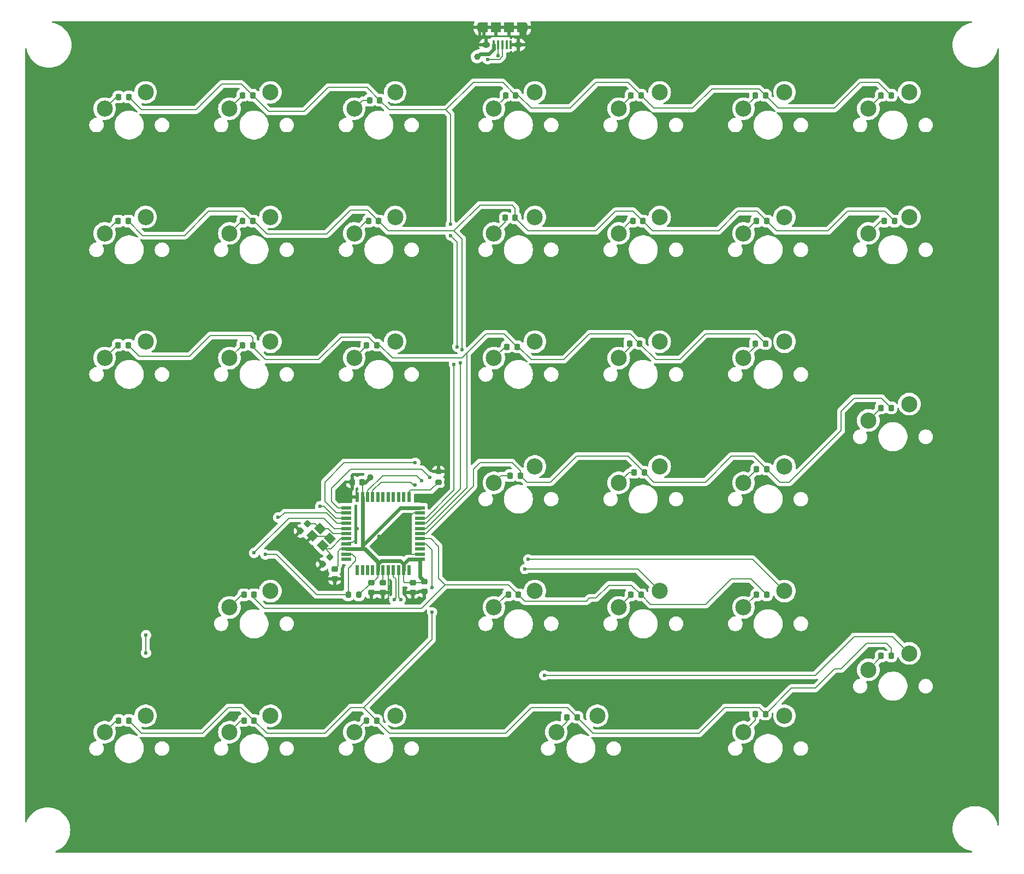
<source format=gbr>
%TF.GenerationSoftware,KiCad,Pcbnew,8.0.3*%
%TF.CreationDate,2024-06-19T10:51:59-07:00*%
%TF.ProjectId,CustomNumpad,43757374-6f6d-44e7-956d-7061642e6b69,rev?*%
%TF.SameCoordinates,Original*%
%TF.FileFunction,Copper,L2,Bot*%
%TF.FilePolarity,Positive*%
%FSLAX46Y46*%
G04 Gerber Fmt 4.6, Leading zero omitted, Abs format (unit mm)*
G04 Created by KiCad (PCBNEW 8.0.3) date 2024-06-19 10:51:59*
%MOMM*%
%LPD*%
G01*
G04 APERTURE LIST*
G04 Aperture macros list*
%AMRoundRect*
0 Rectangle with rounded corners*
0 $1 Rounding radius*
0 $2 $3 $4 $5 $6 $7 $8 $9 X,Y pos of 4 corners*
0 Add a 4 corners polygon primitive as box body*
4,1,4,$2,$3,$4,$5,$6,$7,$8,$9,$2,$3,0*
0 Add four circle primitives for the rounded corners*
1,1,$1+$1,$2,$3*
1,1,$1+$1,$4,$5*
1,1,$1+$1,$6,$7*
1,1,$1+$1,$8,$9*
0 Add four rect primitives between the rounded corners*
20,1,$1+$1,$2,$3,$4,$5,0*
20,1,$1+$1,$4,$5,$6,$7,0*
20,1,$1+$1,$6,$7,$8,$9,0*
20,1,$1+$1,$8,$9,$2,$3,0*%
%AMRotRect*
0 Rectangle, with rotation*
0 The origin of the aperture is its center*
0 $1 length*
0 $2 width*
0 $3 Rotation angle, in degrees counterclockwise*
0 Add horizontal line*
21,1,$1,$2,0,0,$3*%
G04 Aperture macros list end*
%TA.AperFunction,ComponentPad*%
%ADD10C,2.500000*%
%TD*%
%TA.AperFunction,SMDPad,CuDef*%
%ADD11RoundRect,0.218750X0.218750X0.256250X-0.218750X0.256250X-0.218750X-0.256250X0.218750X-0.256250X0*%
%TD*%
%TA.AperFunction,SMDPad,CuDef*%
%ADD12R,0.400000X1.350000*%
%TD*%
%TA.AperFunction,ComponentPad*%
%ADD13O,0.890000X1.550000*%
%TD*%
%TA.AperFunction,SMDPad,CuDef*%
%ADD14R,1.200000X1.550000*%
%TD*%
%TA.AperFunction,ComponentPad*%
%ADD15O,1.250000X0.950000*%
%TD*%
%TA.AperFunction,SMDPad,CuDef*%
%ADD16R,1.500000X1.550000*%
%TD*%
%TA.AperFunction,SMDPad,CuDef*%
%ADD17RoundRect,0.225000X-0.250000X0.225000X-0.250000X-0.225000X0.250000X-0.225000X0.250000X0.225000X0*%
%TD*%
%TA.AperFunction,SMDPad,CuDef*%
%ADD18RoundRect,0.225000X0.250000X-0.225000X0.250000X0.225000X-0.250000X0.225000X-0.250000X-0.225000X0*%
%TD*%
%TA.AperFunction,SMDPad,CuDef*%
%ADD19RoundRect,0.200000X0.275000X-0.200000X0.275000X0.200000X-0.275000X0.200000X-0.275000X-0.200000X0*%
%TD*%
%TA.AperFunction,SMDPad,CuDef*%
%ADD20R,0.550000X1.500000*%
%TD*%
%TA.AperFunction,SMDPad,CuDef*%
%ADD21R,1.500000X0.550000*%
%TD*%
%TA.AperFunction,SMDPad,CuDef*%
%ADD22RoundRect,0.225000X0.017678X-0.335876X0.335876X-0.017678X-0.017678X0.335876X-0.335876X0.017678X0*%
%TD*%
%TA.AperFunction,SMDPad,CuDef*%
%ADD23RotRect,1.400000X1.200000X135.000000*%
%TD*%
%TA.AperFunction,SMDPad,CuDef*%
%ADD24RoundRect,0.225000X0.225000X0.250000X-0.225000X0.250000X-0.225000X-0.250000X0.225000X-0.250000X0*%
%TD*%
%TA.AperFunction,SMDPad,CuDef*%
%ADD25RoundRect,0.200000X0.200000X0.275000X-0.200000X0.275000X-0.200000X-0.275000X0.200000X-0.275000X0*%
%TD*%
%TA.AperFunction,ViaPad*%
%ADD26C,0.600000*%
%TD*%
%TA.AperFunction,ViaPad*%
%ADD27C,1.000000*%
%TD*%
%TA.AperFunction,Conductor*%
%ADD28C,0.200000*%
%TD*%
%TA.AperFunction,Conductor*%
%ADD29C,0.600000*%
%TD*%
G04 APERTURE END LIST*
D10*
%TO.P,SW34,1,1*%
%TO.N,Net-(D34-A)*%
X89540000Y-32060000D03*
%TO.P,SW34,2,2*%
%TO.N,/col2*%
X95890000Y-29520000D03*
%TD*%
%TO.P,SW33,1,1*%
%TO.N,Net-(D33-A)*%
X70190000Y-32060000D03*
%TO.P,SW33,2,2*%
%TO.N,/col1*%
X76540000Y-29520000D03*
%TD*%
%TO.P,SW32,1,1*%
%TO.N,Net-(D32-A)*%
X50840000Y-32060000D03*
%TO.P,SW32,2,2*%
%TO.N,/col0*%
X57190000Y-29520000D03*
%TD*%
%TO.P,SW31,1,1*%
%TO.N,Net-(D31-A)*%
X89540000Y-51410000D03*
%TO.P,SW31,2,2*%
%TO.N,/col2*%
X95890000Y-48870000D03*
%TD*%
%TO.P,SW30,1,1*%
%TO.N,Net-(D30-A)*%
X70190000Y-51410000D03*
%TO.P,SW30,2,2*%
%TO.N,/col1*%
X76540000Y-48870000D03*
%TD*%
%TO.P,SW29,1,1*%
%TO.N,Net-(D29-A)*%
X50840000Y-51410000D03*
%TO.P,SW29,2,2*%
%TO.N,/col0*%
X57190000Y-48870000D03*
%TD*%
%TO.P,SW28,1,1*%
%TO.N,Net-(D28-A)*%
X50840000Y-70760000D03*
%TO.P,SW28,2,2*%
%TO.N,/col0*%
X57190000Y-68220000D03*
%TD*%
%TO.P,SW27,1,1*%
%TO.N,Net-(D27-A)*%
X70190000Y-70760000D03*
%TO.P,SW27,2,2*%
%TO.N,/col1*%
X76540000Y-68220000D03*
%TD*%
%TO.P,SW26,1,1*%
%TO.N,Net-(D26-A)*%
X89540000Y-70760000D03*
%TO.P,SW26,2,2*%
%TO.N,/col2*%
X95890000Y-68220000D03*
%TD*%
D11*
%TO.P,D34,1,K*%
%TO.N,/row5*%
X93500000Y-30750000D03*
%TO.P,D34,2,A*%
%TO.N,Net-(D34-A)*%
X91925000Y-30750000D03*
%TD*%
%TO.P,D33,1,K*%
%TO.N,/row5*%
X73787500Y-30000000D03*
%TO.P,D33,2,A*%
%TO.N,Net-(D33-A)*%
X72212500Y-30000000D03*
%TD*%
%TO.P,D32,1,K*%
%TO.N,/row5*%
X54575000Y-30250000D03*
%TO.P,D32,2,A*%
%TO.N,Net-(D32-A)*%
X53000000Y-30250000D03*
%TD*%
%TO.P,D31,1,K*%
%TO.N,/row4*%
X93325000Y-49500000D03*
%TO.P,D31,2,A*%
%TO.N,Net-(D31-A)*%
X91750000Y-49500000D03*
%TD*%
%TO.P,D30,2,A*%
%TO.N,Net-(D30-A)*%
X72250000Y-49500000D03*
%TO.P,D30,1,K*%
%TO.N,/row4*%
X73825000Y-49500000D03*
%TD*%
%TO.P,D29,2,A*%
%TO.N,Net-(D29-A)*%
X52925000Y-49500000D03*
%TO.P,D29,1,K*%
%TO.N,/row4*%
X54500000Y-49500000D03*
%TD*%
%TO.P,D28,1,K*%
%TO.N,/row3*%
X54500000Y-68750000D03*
%TO.P,D28,2,A*%
%TO.N,Net-(D28-A)*%
X52925000Y-68750000D03*
%TD*%
%TO.P,D27,1,K*%
%TO.N,/row3*%
X73825000Y-68750000D03*
%TO.P,D27,2,A*%
%TO.N,Net-(D27-A)*%
X72250000Y-68750000D03*
%TD*%
%TO.P,D26,1,K*%
%TO.N,/row3*%
X93037500Y-68750000D03*
%TO.P,D26,2,A*%
%TO.N,Net-(D26-A)*%
X91462500Y-68750000D03*
%TD*%
D12*
%TO.P,J1,1,VBUS*%
%TO.N,VCC*%
X111200000Y-22150000D03*
%TO.P,J1,2,D-*%
%TO.N,/D-*%
X111850000Y-22150000D03*
%TO.P,J1,3,D+*%
%TO.N,/D+*%
X112500000Y-22150000D03*
%TO.P,J1,4,ID*%
%TO.N,unconnected-(J1-ID-Pad4)*%
X113150000Y-22150000D03*
%TO.P,J1,5,GND*%
%TO.N,GND*%
X113800000Y-22150000D03*
D13*
%TO.P,J1,6,Shield*%
X109000000Y-19450000D03*
D14*
X109600000Y-19450000D03*
D15*
X110000000Y-22150000D03*
D16*
X111500000Y-19450000D03*
X113500000Y-19450000D03*
D15*
X115000000Y-22150000D03*
D14*
X115400000Y-19450000D03*
D13*
X116000000Y-19450000D03*
%TD*%
D10*
%TO.P,SW9,1,1*%
%TO.N,Net-(D9-A)*%
X149890000Y-70760000D03*
%TO.P,SW9,2,2*%
%TO.N,/col5*%
X156240000Y-68220000D03*
%TD*%
%TO.P,SW6,1,1*%
%TO.N,Net-(D6-A)*%
X149890000Y-90110000D03*
%TO.P,SW6,2,2*%
%TO.N,/col5*%
X156240000Y-87570000D03*
%TD*%
%TO.P,SW5,1,1*%
%TO.N,Net-(D5-A)*%
X130540000Y-90110000D03*
%TO.P,SW5,2,2*%
%TO.N,/col4*%
X136890000Y-87570000D03*
%TD*%
%TO.P,SW15,1,1*%
%TO.N,Net-(D15-A)*%
X169240000Y-119135000D03*
%TO.P,SW15,2,2*%
%TO.N,/col6*%
X175590000Y-116595000D03*
%TD*%
%TO.P,SW1,1,1*%
%TO.N,Net-(D1-A)*%
X111190000Y-109460000D03*
%TO.P,SW1,2,2*%
%TO.N,/col3*%
X117540000Y-106920000D03*
%TD*%
%TO.P,SW7,1,1*%
%TO.N,Net-(D7-A)*%
X111190000Y-70760000D03*
%TO.P,SW7,2,2*%
%TO.N,/col3*%
X117540000Y-68220000D03*
%TD*%
%TO.P,SW2,1,1*%
%TO.N,Net-(D2-A)*%
X130540000Y-109460000D03*
%TO.P,SW2,2,2*%
%TO.N,/col4*%
X136890000Y-106920000D03*
%TD*%
%TO.P,SW25,1,1*%
%TO.N,Net-(D25-A)*%
X70190000Y-109460000D03*
%TO.P,SW25,2,2*%
%TO.N,/col1*%
X76540000Y-106920000D03*
%TD*%
%TO.P,SW12,1,1*%
%TO.N,Net-(D12-A)*%
X149890000Y-51410000D03*
%TO.P,SW12,2,2*%
%TO.N,/col5*%
X156240000Y-48870000D03*
%TD*%
%TO.P,SW22,1,1*%
%TO.N,Net-(D22-A)*%
X50840000Y-128810000D03*
%TO.P,SW22,2,2*%
%TO.N,/col0*%
X57190000Y-126270000D03*
%TD*%
%TO.P,SW8,1,1*%
%TO.N,Net-(D8-A)*%
X130540000Y-70760000D03*
%TO.P,SW8,2,2*%
%TO.N,/col4*%
X136890000Y-68220000D03*
%TD*%
%TO.P,SW13,1,1*%
%TO.N,Net-(D13-A)*%
X169240000Y-51410000D03*
%TO.P,SW13,2,2*%
%TO.N,/col6*%
X175590000Y-48870000D03*
%TD*%
%TO.P,SW11,1,1*%
%TO.N,Net-(D11-A)*%
X130540000Y-51410000D03*
%TO.P,SW11,2,2*%
%TO.N,/col4*%
X136890000Y-48870000D03*
%TD*%
%TO.P,SW20,1,1*%
%TO.N,Net-(D20-A)*%
X149890000Y-32060000D03*
%TO.P,SW20,2,2*%
%TO.N,/col5*%
X156240000Y-29520000D03*
%TD*%
%TO.P,SW17,1,1*%
%TO.N,Net-(D17-A)*%
X120865000Y-128810000D03*
%TO.P,SW17,2,2*%
%TO.N,/col3*%
X127215000Y-126270000D03*
%TD*%
%TO.P,SW14,1,1*%
%TO.N,Net-(D14-A)*%
X169240000Y-80435000D03*
%TO.P,SW14,2,2*%
%TO.N,/col6*%
X175590000Y-77895000D03*
%TD*%
%TO.P,SW24,1,1*%
%TO.N,Net-(D24-A)*%
X89540000Y-128810000D03*
%TO.P,SW24,2,2*%
%TO.N,/col2*%
X95890000Y-126270000D03*
%TD*%
%TO.P,SW4,1,1*%
%TO.N,Net-(D4-A)*%
X111190000Y-90110000D03*
%TO.P,SW4,2,2*%
%TO.N,/col3*%
X117540000Y-87570000D03*
%TD*%
%TO.P,SW18,1,1*%
%TO.N,Net-(D18-A)*%
X111190000Y-32060000D03*
%TO.P,SW18,2,2*%
%TO.N,/col3*%
X117540000Y-29520000D03*
%TD*%
%TO.P,SW3,1,1*%
%TO.N,Net-(D3-A)*%
X149890000Y-109460000D03*
%TO.P,SW3,2,2*%
%TO.N,/col5*%
X156240000Y-106920000D03*
%TD*%
%TO.P,SW19,1,1*%
%TO.N,Net-(D19-A)*%
X130540000Y-32060000D03*
%TO.P,SW19,2,2*%
%TO.N,/col4*%
X136890000Y-29520000D03*
%TD*%
%TO.P,SW23,1,1*%
%TO.N,Net-(D23-A)*%
X70190000Y-128810000D03*
%TO.P,SW23,2,2*%
%TO.N,/col1*%
X76540000Y-126270000D03*
%TD*%
%TO.P,SW16,1,1*%
%TO.N,Net-(D16-A)*%
X149890000Y-128810000D03*
%TO.P,SW16,2,2*%
%TO.N,/col5*%
X156240000Y-126270000D03*
%TD*%
%TO.P,SW10,1,1*%
%TO.N,Net-(D10-A)*%
X111190000Y-51410000D03*
%TO.P,SW10,2,2*%
%TO.N,/col3*%
X117540000Y-48870000D03*
%TD*%
%TO.P,SW21,1,1*%
%TO.N,Net-(D21-A)*%
X169240000Y-32060000D03*
%TO.P,SW21,2,2*%
%TO.N,/col6*%
X175590000Y-29520000D03*
%TD*%
D11*
%TO.P,D4,1,K*%
%TO.N,/row2*%
X115287500Y-89000000D03*
%TO.P,D4,2,A*%
%TO.N,Net-(D4-A)*%
X113712500Y-89000000D03*
%TD*%
%TO.P,D23,1,K*%
%TO.N,/row0*%
X74000000Y-127000000D03*
%TO.P,D23,2,A*%
%TO.N,Net-(D23-A)*%
X72425000Y-127000000D03*
%TD*%
%TO.P,D2,1,K*%
%TO.N,/row1*%
X134000000Y-107500000D03*
%TO.P,D2,2,A*%
%TO.N,Net-(D2-A)*%
X132425000Y-107500000D03*
%TD*%
%TO.P,D14,1,K*%
%TO.N,/row2*%
X172787500Y-78500000D03*
%TO.P,D14,2,A*%
%TO.N,Net-(D14-A)*%
X171212500Y-78500000D03*
%TD*%
D17*
%TO.P,C3,1*%
%TO.N,VCC*%
X100400000Y-105425000D03*
%TO.P,C3,2*%
%TO.N,GND*%
X100400000Y-106975000D03*
%TD*%
D18*
%TO.P,C8,1*%
%TO.N,GND*%
X94000000Y-107175000D03*
%TO.P,C8,2*%
%TO.N,Net-(U1-UCAP)*%
X94000000Y-105625000D03*
%TD*%
D11*
%TO.P,D10,1,K*%
%TO.N,/row4*%
X114500000Y-49000000D03*
%TO.P,D10,2,A*%
%TO.N,Net-(D10-A)*%
X112925000Y-49000000D03*
%TD*%
%TO.P,D13,1,K*%
%TO.N,/row4*%
X173287500Y-49500000D03*
%TO.P,D13,2,A*%
%TO.N,Net-(D13-A)*%
X171712500Y-49500000D03*
%TD*%
%TO.P,D15,1,K*%
%TO.N,/row0*%
X172787500Y-117000000D03*
%TO.P,D15,2,A*%
%TO.N,Net-(D15-A)*%
X171212500Y-117000000D03*
%TD*%
%TO.P,D3,1,K*%
%TO.N,/row1*%
X153500000Y-107500000D03*
%TO.P,D3,2,A*%
%TO.N,Net-(D3-A)*%
X151925000Y-107500000D03*
%TD*%
%TO.P,D8,1,K*%
%TO.N,/row3*%
X133787500Y-68500000D03*
%TO.P,D8,2,A*%
%TO.N,Net-(D8-A)*%
X132212500Y-68500000D03*
%TD*%
%TO.P,D18,1,K*%
%TO.N,/row5*%
X114575000Y-30000000D03*
%TO.P,D18,2,A*%
%TO.N,Net-(D18-A)*%
X113000000Y-30000000D03*
%TD*%
%TO.P,D11,1,K*%
%TO.N,/row4*%
X134287500Y-49500000D03*
%TO.P,D11,2,A*%
%TO.N,Net-(D11-A)*%
X132712500Y-49500000D03*
%TD*%
%TO.P,D20,1,K*%
%TO.N,/row5*%
X153287500Y-30000000D03*
%TO.P,D20,2,A*%
%TO.N,Net-(D20-A)*%
X151712500Y-30000000D03*
%TD*%
%TO.P,D25,1,K*%
%TO.N,/row1*%
X74000000Y-107500000D03*
%TO.P,D25,2,A*%
%TO.N,Net-(D25-A)*%
X72425000Y-107500000D03*
%TD*%
D19*
%TO.P,R11,1*%
%TO.N,Net-(U1-~{HWB}{slash}PE2)*%
X102600000Y-90025000D03*
%TO.P,R11,2*%
%TO.N,GND*%
X102600000Y-88375000D03*
%TD*%
D17*
%TO.P,C7,1*%
%TO.N,VCC*%
X98600000Y-105600000D03*
%TO.P,C7,2*%
%TO.N,GND*%
X98600000Y-107150000D03*
%TD*%
D11*
%TO.P,D22,1,K*%
%TO.N,/row0*%
X54575000Y-127000000D03*
%TO.P,D22,2,A*%
%TO.N,Net-(D22-A)*%
X53000000Y-127000000D03*
%TD*%
%TO.P,D16,1,K*%
%TO.N,/row0*%
X153287500Y-126000000D03*
%TO.P,D16,2,A*%
%TO.N,Net-(D16-A)*%
X151712500Y-126000000D03*
%TD*%
%TO.P,D6,1,K*%
%TO.N,/row2*%
X153500000Y-88000000D03*
%TO.P,D6,2,A*%
%TO.N,Net-(D6-A)*%
X151925000Y-88000000D03*
%TD*%
%TO.P,D9,1,K*%
%TO.N,/row3*%
X153287500Y-68500000D03*
%TO.P,D9,2,A*%
%TO.N,Net-(D9-A)*%
X151712500Y-68500000D03*
%TD*%
%TO.P,D5,1,K*%
%TO.N,/row2*%
X134500000Y-88500000D03*
%TO.P,D5,2,A*%
%TO.N,Net-(D5-A)*%
X132925000Y-88500000D03*
%TD*%
D20*
%TO.P,U1,1,PE6*%
%TO.N,unconnected-(U1-PE6-Pad1)*%
X98000000Y-103700000D03*
%TO.P,U1,2,UVCC*%
%TO.N,VCC*%
X97200000Y-103700000D03*
%TO.P,U1,3,D-*%
%TO.N,Net-(U1-D-)*%
X96400000Y-103700000D03*
%TO.P,U1,4,D+*%
%TO.N,Net-(U1-D+)*%
X95600000Y-103700000D03*
%TO.P,U1,5,UGND*%
%TO.N,GND*%
X94800000Y-103700000D03*
%TO.P,U1,6,UCAP*%
%TO.N,Net-(U1-UCAP)*%
X94000000Y-103700000D03*
%TO.P,U1,7,VBUS*%
%TO.N,VCC*%
X93200000Y-103700000D03*
%TO.P,U1,8,PB0*%
%TO.N,unconnected-(U1-PB0-Pad8)*%
X92400000Y-103700000D03*
%TO.P,U1,9,PB1*%
%TO.N,unconnected-(U1-PB1-Pad9)*%
X91600000Y-103700000D03*
%TO.P,U1,10,PB2*%
%TO.N,unconnected-(U1-PB2-Pad10)*%
X90800000Y-103700000D03*
%TO.P,U1,11,PB3*%
%TO.N,unconnected-(U1-PB3-Pad11)*%
X90000000Y-103700000D03*
D21*
%TO.P,U1,12,PB7*%
%TO.N,unconnected-(U1-PB7-Pad12)*%
X88300000Y-102000000D03*
%TO.P,U1,13,~{RESET}*%
%TO.N,Net-(U1-~{RESET})*%
X88300000Y-101200000D03*
%TO.P,U1,14,VCC*%
%TO.N,VCC*%
X88300000Y-100400000D03*
%TO.P,U1,15,GND*%
%TO.N,GND*%
X88300000Y-99600000D03*
%TO.P,U1,16,XTAL2*%
%TO.N,Net-(U1-XTAL2)*%
X88300000Y-98800000D03*
%TO.P,U1,17,XTAL1*%
%TO.N,Net-(U1-XTAL1)*%
X88300000Y-98000000D03*
%TO.P,U1,18,PD0*%
%TO.N,/col0*%
X88300000Y-97200000D03*
%TO.P,U1,19,PD1*%
%TO.N,/col1*%
X88300000Y-96400000D03*
%TO.P,U1,20,PD2*%
%TO.N,/col2*%
X88300000Y-95600000D03*
%TO.P,U1,21,PD3*%
%TO.N,/col3*%
X88300000Y-94800000D03*
%TO.P,U1,22,PD5*%
%TO.N,/col5*%
X88300000Y-94000000D03*
D20*
%TO.P,U1,23,GND*%
%TO.N,GND*%
X90000000Y-92300000D03*
%TO.P,U1,24,AVCC*%
%TO.N,VCC*%
X90800000Y-92300000D03*
%TO.P,U1,25,PD4*%
%TO.N,/col4*%
X91600000Y-92300000D03*
%TO.P,U1,26,PD6*%
%TO.N,/col6*%
X92400000Y-92300000D03*
%TO.P,U1,27,PD7*%
%TO.N,unconnected-(U1-PD7-Pad27)*%
X93200000Y-92300000D03*
%TO.P,U1,28,PB4*%
%TO.N,unconnected-(U1-PB4-Pad28)*%
X94000000Y-92300000D03*
%TO.P,U1,29,PB5*%
%TO.N,unconnected-(U1-PB5-Pad29)*%
X94800000Y-92300000D03*
%TO.P,U1,30,PB6*%
%TO.N,unconnected-(U1-PB6-Pad30)*%
X95600000Y-92300000D03*
%TO.P,U1,31,PC6*%
%TO.N,unconnected-(U1-PC6-Pad31)*%
X96400000Y-92300000D03*
%TO.P,U1,32,PC7*%
%TO.N,unconnected-(U1-PC7-Pad32)*%
X97200000Y-92300000D03*
%TO.P,U1,33,~{HWB}/PE2*%
%TO.N,Net-(U1-~{HWB}{slash}PE2)*%
X98000000Y-92300000D03*
D21*
%TO.P,U1,34,VCC*%
%TO.N,VCC*%
X99700000Y-94000000D03*
%TO.P,U1,35,GND*%
%TO.N,GND*%
X99700000Y-94800000D03*
%TO.P,U1,36,PF7*%
%TO.N,/row5*%
X99700000Y-95600000D03*
%TO.P,U1,37,PF6*%
%TO.N,/row4*%
X99700000Y-96400000D03*
%TO.P,U1,38,PF5*%
%TO.N,/row3*%
X99700000Y-97200000D03*
%TO.P,U1,39,PF4*%
%TO.N,/row2*%
X99700000Y-98000000D03*
%TO.P,U1,40,PF1*%
%TO.N,/row1*%
X99700000Y-98800000D03*
%TO.P,U1,41,PF0*%
%TO.N,/row0*%
X99700000Y-99600000D03*
%TO.P,U1,42,AREF*%
%TO.N,unconnected-(U1-AREF-Pad42)*%
X99700000Y-100400000D03*
%TO.P,U1,43,GND*%
%TO.N,GND*%
X99700000Y-101200000D03*
%TO.P,U1,44,AVCC*%
%TO.N,VCC*%
X99700000Y-102000000D03*
%TD*%
D22*
%TO.P,C2,1*%
%TO.N,GND*%
X84651992Y-102748008D03*
%TO.P,C2,2*%
%TO.N,Net-(U1-XTAL2)*%
X85748008Y-101651992D03*
%TD*%
D11*
%TO.P,D19,1,K*%
%TO.N,/row5*%
X134000000Y-30000000D03*
%TO.P,D19,2,A*%
%TO.N,Net-(D19-A)*%
X132425000Y-30000000D03*
%TD*%
%TO.P,D21,1,K*%
%TO.N,/row5*%
X172787500Y-30000000D03*
%TO.P,D21,2,A*%
%TO.N,Net-(D21-A)*%
X171212500Y-30000000D03*
%TD*%
D17*
%TO.P,C5,1*%
%TO.N,VCC*%
X92200000Y-105625000D03*
%TO.P,C5,2*%
%TO.N,GND*%
X92200000Y-107175000D03*
%TD*%
D11*
%TO.P,D12,1,K*%
%TO.N,/row4*%
X153500000Y-49500000D03*
%TO.P,D12,2,A*%
%TO.N,Net-(D12-A)*%
X151925000Y-49500000D03*
%TD*%
D23*
%TO.P,Y2,1,1*%
%TO.N,Net-(U1-XTAL2)*%
X84624264Y-99887006D03*
%TO.P,Y2,2,2*%
%TO.N,GND*%
X83068629Y-98331371D03*
%TO.P,Y2,3,3*%
%TO.N,Net-(U1-XTAL1)*%
X84200000Y-97200000D03*
%TO.P,Y2,4,4*%
%TO.N,GND*%
X85755635Y-98755635D03*
%TD*%
D11*
%TO.P,D24,1,K*%
%TO.N,/row0*%
X93000000Y-127000000D03*
%TO.P,D24,2,A*%
%TO.N,Net-(D24-A)*%
X91425000Y-127000000D03*
%TD*%
%TO.P,D7,1,K*%
%TO.N,/row3*%
X114787500Y-69000000D03*
%TO.P,D7,2,A*%
%TO.N,Net-(D7-A)*%
X113212500Y-69000000D03*
%TD*%
D24*
%TO.P,C4,1*%
%TO.N,VCC*%
X90775000Y-90000000D03*
%TO.P,C4,2*%
%TO.N,GND*%
X89225000Y-90000000D03*
%TD*%
D25*
%TO.P,R10,1*%
%TO.N,VCC*%
X90250000Y-107500000D03*
%TO.P,R10,2*%
%TO.N,Net-(U1-~{RESET})*%
X88600000Y-107500000D03*
%TD*%
D22*
%TO.P,C1,1*%
%TO.N,GND*%
X81200000Y-97600000D03*
%TO.P,C1,2*%
%TO.N,Net-(U1-XTAL1)*%
X82296016Y-96503984D03*
%TD*%
D11*
%TO.P,D17,1,K*%
%TO.N,/row0*%
X124075000Y-126500000D03*
%TO.P,D17,2,A*%
%TO.N,Net-(D17-A)*%
X122500000Y-126500000D03*
%TD*%
%TO.P,D1,1,K*%
%TO.N,/row1*%
X115000000Y-107500000D03*
%TO.P,D1,2,A*%
%TO.N,Net-(D1-A)*%
X113425000Y-107500000D03*
%TD*%
D17*
%TO.P,C6,1*%
%TO.N,VCC*%
X86500000Y-103475000D03*
%TO.P,C6,2*%
%TO.N,GND*%
X86500000Y-105025000D03*
%TD*%
D26*
%TO.N,GND*%
X99400000Y-92600000D03*
D27*
%TO.N,VCC*%
X108600000Y-24000000D03*
D26*
%TO.N,/D+*%
X110200000Y-24400000D03*
%TO.N,/D-*%
X111800000Y-23800000D03*
%TO.N,/col5*%
X116500000Y-102000000D03*
X101250000Y-89250000D03*
%TO.N,/col4*%
X116000000Y-103500000D03*
X100000000Y-89750000D03*
%TO.N,/col6*%
X119000000Y-120000000D03*
X99000000Y-90500000D03*
%TO.N,GND*%
X99250000Y-108400000D03*
%TO.N,/row5*%
X104500000Y-50000000D03*
X104500000Y-51750000D03*
X105500000Y-69000000D03*
X105000000Y-71750000D03*
%TO.N,/row4*%
X106250000Y-69500000D03*
X106000000Y-71500000D03*
%TO.N,/col2*%
X84250000Y-93750000D03*
%TO.N,/col1*%
X77750000Y-95500000D03*
%TO.N,/col0*%
X57250000Y-113750000D03*
X57250000Y-116500000D03*
D27*
%TO.N,VCC*%
X92000000Y-89250000D03*
D26*
%TO.N,GND*%
X88000000Y-92250000D03*
%TO.N,Net-(U1-~{RESET})*%
X75750000Y-101250000D03*
%TO.N,GND*%
X103750000Y-90000000D03*
%TO.N,Net-(U1-D-)*%
X96750000Y-108250000D03*
%TO.N,Net-(U1-D+)*%
X95750000Y-108250000D03*
%TO.N,GND*%
X79600000Y-101400000D03*
X90000000Y-97250000D03*
X115000000Y-117800000D03*
X73600000Y-137000000D03*
X146600000Y-123000000D03*
X126400000Y-136000000D03*
X93800000Y-113600000D03*
X94200000Y-108600000D03*
X93400000Y-98400000D03*
X92000000Y-137000000D03*
X62200000Y-107400000D03*
X154800000Y-135400000D03*
X58800000Y-134800000D03*
X137600000Y-124800000D03*
X66000000Y-114600000D03*
%TO.N,/row0*%
X101600000Y-110200000D03*
X101600000Y-106400000D03*
%TO.N,/col0*%
X74000000Y-101000000D03*
%TO.N,/col3*%
X99000000Y-87000000D03*
%TD*%
D28*
%TO.N,GND*%
X89800000Y-97450000D02*
X90000000Y-97250000D01*
X89800000Y-98925000D02*
X89800000Y-97450000D01*
X89350000Y-99375000D02*
X89800000Y-98925000D01*
X88525000Y-99375000D02*
X89350000Y-99375000D01*
X88300000Y-99600000D02*
X88525000Y-99375000D01*
%TO.N,Net-(U1-~{HWB}{slash}PE2)*%
X101375000Y-91250000D02*
X102600000Y-90025000D01*
X98250000Y-91250000D02*
X101375000Y-91250000D01*
X98000000Y-91500000D02*
X98250000Y-91250000D01*
X98000000Y-92300000D02*
X98000000Y-91500000D01*
%TO.N,GND*%
X94800000Y-108000000D02*
X94800000Y-103700000D01*
X94200000Y-108600000D02*
X94800000Y-108000000D01*
%TO.N,VCC*%
X100225000Y-105600000D02*
X100400000Y-105425000D01*
X98600000Y-105600000D02*
X100225000Y-105600000D01*
D29*
X99700000Y-102000000D02*
X99700000Y-104725000D01*
X99700000Y-104725000D02*
X100400000Y-105425000D01*
D28*
X97350000Y-105600000D02*
X98600000Y-105600000D01*
X97200000Y-105450000D02*
X97350000Y-105600000D01*
X97200000Y-103700000D02*
X97200000Y-105450000D01*
D29*
X111150000Y-22850000D02*
X111150000Y-22150000D01*
X110400000Y-23600000D02*
X111150000Y-22850000D01*
X109000000Y-23600000D02*
X110400000Y-23600000D01*
X108600000Y-24000000D02*
X109000000Y-23600000D01*
D28*
%TO.N,/D+*%
X112048529Y-24400000D02*
X112500000Y-23948529D01*
X112500000Y-23948529D02*
X112500000Y-22150000D01*
X110200000Y-24400000D02*
X112048529Y-24400000D01*
%TO.N,/D-*%
X111800000Y-22200000D02*
X111850000Y-22150000D01*
X111800000Y-23800000D02*
X111800000Y-22200000D01*
%TO.N,/col5*%
X151320000Y-102000000D02*
X156240000Y-106920000D01*
X116500000Y-102000000D02*
X151320000Y-102000000D01*
X100000000Y-88000000D02*
X101250000Y-89250000D01*
X86000000Y-91000000D02*
X89000000Y-88000000D01*
X88300000Y-94000000D02*
X87000000Y-94000000D01*
X87000000Y-94000000D02*
X86000000Y-93000000D01*
X86000000Y-93000000D02*
X86000000Y-91000000D01*
X89000000Y-88000000D02*
X100000000Y-88000000D01*
%TO.N,/col4*%
X116000000Y-103500000D02*
X133470000Y-103500000D01*
X133470000Y-103500000D02*
X136890000Y-106920000D01*
X99250000Y-89000000D02*
X100000000Y-89750000D01*
X93950000Y-89000000D02*
X99250000Y-89000000D01*
X91600000Y-91350000D02*
X93950000Y-89000000D01*
X91600000Y-92300000D02*
X91600000Y-91350000D01*
%TO.N,/col6*%
X173250000Y-114250000D02*
X173250000Y-114255000D01*
X167000000Y-114000000D02*
X173000000Y-114000000D01*
X173250000Y-114255000D02*
X175590000Y-116595000D01*
X161000000Y-120000000D02*
X167000000Y-114000000D01*
X173000000Y-114000000D02*
X173250000Y-114250000D01*
X119000000Y-120000000D02*
X161000000Y-120000000D01*
X98750000Y-90500000D02*
X99000000Y-90500000D01*
X98250000Y-90000000D02*
X98750000Y-90500000D01*
X93750000Y-90000000D02*
X98250000Y-90000000D01*
X92400000Y-91350000D02*
X93750000Y-90000000D01*
X92400000Y-92300000D02*
X92400000Y-91350000D01*
%TO.N,Net-(U1-XTAL1)*%
X83503984Y-96503984D02*
X84200000Y-97200000D01*
X82296016Y-96503984D02*
X83503984Y-96503984D01*
%TO.N,GND*%
X98700000Y-94800000D02*
X99700000Y-94800000D01*
X97750000Y-95750000D02*
X98700000Y-94800000D01*
D29*
%TO.N,VCC*%
X97950000Y-102000000D02*
X99700000Y-102000000D01*
X97200000Y-102750000D02*
X97950000Y-102000000D01*
X97200000Y-102750000D02*
X97200000Y-103700000D01*
X93700000Y-102250000D02*
X96700000Y-102250000D01*
X96700000Y-102250000D02*
X97200000Y-102750000D01*
X93200000Y-102750000D02*
X93700000Y-102250000D01*
X93200000Y-103700000D02*
X93200000Y-102750000D01*
X93200000Y-102350000D02*
X93200000Y-103700000D01*
X91250000Y-100400000D02*
X93200000Y-102350000D01*
X90650000Y-100400000D02*
X91250000Y-100400000D01*
X90800000Y-92300000D02*
X90800000Y-100250000D01*
X90650000Y-100400000D02*
X90800000Y-100250000D01*
X88300000Y-100400000D02*
X90650000Y-100400000D01*
X96668629Y-94000000D02*
X90800000Y-99868629D01*
X99700000Y-94000000D02*
X96668629Y-94000000D01*
D28*
X90800000Y-100250000D02*
X90800000Y-100350000D01*
D29*
X90800000Y-99868629D02*
X90800000Y-100250000D01*
D28*
%TO.N,/row5*%
X104500000Y-33000000D02*
X103750000Y-32250000D01*
X104500000Y-50000000D02*
X104500000Y-33000000D01*
X105500000Y-52750000D02*
X104500000Y-51750000D01*
X105500000Y-69000000D02*
X105500000Y-52750000D01*
X105000000Y-91250000D02*
X105000000Y-71750000D01*
%TO.N,/row4*%
X106250000Y-52250000D02*
X105000000Y-51000000D01*
X106250000Y-69500000D02*
X106250000Y-52250000D01*
X106000000Y-91050000D02*
X106000000Y-71500000D01*
%TO.N,/col2*%
X84815686Y-93750000D02*
X84250000Y-93750000D01*
X86665686Y-95600000D02*
X84815686Y-93750000D01*
X88300000Y-95600000D02*
X86665686Y-95600000D01*
%TO.N,/col1*%
X78000000Y-95500000D02*
X77750000Y-95500000D01*
X85250000Y-94750000D02*
X78750000Y-94750000D01*
X86900000Y-96400000D02*
X85750000Y-95250000D01*
X78750000Y-94750000D02*
X78000000Y-95500000D01*
X88300000Y-96400000D02*
X86900000Y-96400000D01*
X85750000Y-95250000D02*
X85250000Y-94750000D01*
%TO.N,/col0*%
X57250000Y-116500000D02*
X57250000Y-113750000D01*
%TO.N,/row5*%
X112575000Y-28000000D02*
X114575000Y-30000000D01*
X108000000Y-28000000D02*
X112575000Y-28000000D01*
X95000000Y-32250000D02*
X103750000Y-32250000D01*
X93500000Y-30750000D02*
X95000000Y-32250000D01*
X103750000Y-32250000D02*
X108000000Y-28000000D01*
X91500000Y-28750000D02*
X93500000Y-30750000D01*
X81750000Y-32500000D02*
X85500000Y-28750000D01*
X85500000Y-28750000D02*
X91500000Y-28750000D01*
X76287500Y-32500000D02*
X81750000Y-32500000D01*
X73787500Y-30000000D02*
X76287500Y-32500000D01*
X72037500Y-28250000D02*
X73787500Y-30000000D01*
X65000000Y-32250000D02*
X69000000Y-28250000D01*
X69000000Y-28250000D02*
X72037500Y-28250000D01*
X54575000Y-30250000D02*
X56575000Y-32250000D01*
X56575000Y-32250000D02*
X65000000Y-32250000D01*
%TO.N,/row4*%
X114500000Y-47500000D02*
X114500000Y-49000000D01*
X114000000Y-47000000D02*
X114500000Y-47500000D01*
X109000000Y-47000000D02*
X114000000Y-47000000D01*
X94825000Y-51000000D02*
X105000000Y-51000000D01*
X105000000Y-51000000D02*
X109000000Y-47000000D01*
X93325000Y-49500000D02*
X94825000Y-51000000D01*
X89000000Y-47750000D02*
X91575000Y-47750000D01*
X91575000Y-47750000D02*
X93325000Y-49500000D01*
X85250000Y-51500000D02*
X89000000Y-47750000D01*
X76000000Y-51500000D02*
X85250000Y-51500000D01*
X74000000Y-49500000D02*
X76000000Y-51500000D01*
X73825000Y-49500000D02*
X74000000Y-49500000D01*
X73750000Y-49500000D02*
X73825000Y-49500000D01*
X67000000Y-48000000D02*
X72250000Y-48000000D01*
X72250000Y-48000000D02*
X73750000Y-49500000D01*
X63250000Y-51750000D02*
X67000000Y-48000000D01*
X56750000Y-51750000D02*
X63250000Y-51750000D01*
X54500000Y-49500000D02*
X56750000Y-51750000D01*
%TO.N,/row3*%
X106250000Y-70750000D02*
X107250000Y-69750000D01*
X95500000Y-70750000D02*
X106250000Y-70750000D01*
X93037500Y-68750000D02*
X93500000Y-68750000D01*
X93500000Y-68750000D02*
X95500000Y-70750000D01*
X107250000Y-69750000D02*
X110000000Y-67000000D01*
X107000000Y-70000000D02*
X107250000Y-69750000D01*
X91787500Y-67500000D02*
X93037500Y-68750000D01*
X87500000Y-67500000D02*
X91787500Y-67500000D01*
X73825000Y-69075000D02*
X75750000Y-71000000D01*
X75750000Y-71000000D02*
X84000000Y-71000000D01*
X73825000Y-68750000D02*
X73825000Y-69075000D01*
X84000000Y-71000000D02*
X87500000Y-67500000D01*
X73500000Y-67250000D02*
X73825000Y-67575000D01*
X64000000Y-70500000D02*
X67250000Y-67250000D01*
X67250000Y-67250000D02*
X73500000Y-67250000D01*
X54500000Y-68750000D02*
X56250000Y-70500000D01*
X56250000Y-70500000D02*
X64000000Y-70500000D01*
X73825000Y-67575000D02*
X73825000Y-68750000D01*
%TO.N,Net-(D32-A)*%
X52650000Y-30250000D02*
X53000000Y-30250000D01*
X50840000Y-32060000D02*
X52650000Y-30250000D01*
%TO.N,Net-(D33-A)*%
X70190000Y-32060000D02*
X72212500Y-30037500D01*
X72212500Y-30037500D02*
X72212500Y-30000000D01*
%TO.N,Net-(D34-A)*%
X90850000Y-30750000D02*
X91925000Y-30750000D01*
X89540000Y-32060000D02*
X90850000Y-30750000D01*
%TO.N,Net-(D31-A)*%
X91450000Y-49500000D02*
X91750000Y-49500000D01*
X89540000Y-51410000D02*
X91450000Y-49500000D01*
%TO.N,Net-(D30-A)*%
X72100000Y-49500000D02*
X72250000Y-49500000D01*
X70190000Y-51410000D02*
X72100000Y-49500000D01*
%TO.N,Net-(D29-A)*%
X50840000Y-51410000D02*
X52750000Y-49500000D01*
X52750000Y-49500000D02*
X52925000Y-49500000D01*
%TO.N,Net-(D26-A)*%
X91462500Y-68837500D02*
X91462500Y-68750000D01*
X89540000Y-70760000D02*
X91462500Y-68837500D01*
%TO.N,Net-(D27-A)*%
X72200000Y-68750000D02*
X72250000Y-68750000D01*
X70190000Y-70760000D02*
X72200000Y-68750000D01*
%TO.N,Net-(D28-A)*%
X50840000Y-70760000D02*
X52850000Y-68750000D01*
X52850000Y-68750000D02*
X52925000Y-68750000D01*
D29*
%TO.N,VCC*%
X91250000Y-90000000D02*
X92000000Y-89250000D01*
X90775000Y-90000000D02*
X91250000Y-90000000D01*
D28*
X90800000Y-90025000D02*
X90775000Y-90000000D01*
X90800000Y-92300000D02*
X90800000Y-90025000D01*
X90775000Y-92275000D02*
X90800000Y-92300000D01*
%TO.N,Net-(U1-~{RESET})*%
X77500000Y-101250000D02*
X75750000Y-101250000D01*
X82750000Y-106500000D02*
X77500000Y-101250000D01*
X83750000Y-107500000D02*
X82750000Y-106500000D01*
X88600000Y-107500000D02*
X83750000Y-107500000D01*
X88600000Y-103400000D02*
X88600000Y-107500000D01*
X89750000Y-102250000D02*
X88600000Y-103400000D01*
X88300000Y-101200000D02*
X89200000Y-101200000D01*
X89200000Y-101200000D02*
X89750000Y-101750000D01*
X89750000Y-101750000D02*
X89750000Y-102250000D01*
%TO.N,VCC*%
X92000000Y-105750000D02*
X92250000Y-105750000D01*
X90250000Y-107500000D02*
X92000000Y-105750000D01*
%TO.N,Net-(U1-D-)*%
X96400000Y-107900000D02*
X96750000Y-108250000D01*
X96400000Y-103700000D02*
X96400000Y-107900000D01*
%TO.N,Net-(U1-D+)*%
X96000000Y-108000000D02*
X95750000Y-108250000D01*
X96000000Y-105050000D02*
X96000000Y-108000000D01*
X95600000Y-104650000D02*
X96000000Y-105050000D01*
%TO.N,Net-(U1-XTAL1)*%
X84200000Y-97200000D02*
X85472792Y-97200000D01*
X86272792Y-98000000D02*
X88300000Y-98000000D01*
X85472792Y-97200000D02*
X86272792Y-98000000D01*
%TO.N,GND*%
X99700000Y-101200000D02*
X97600000Y-101200000D01*
X85755635Y-98755635D02*
X85419239Y-98419239D01*
X85419239Y-98419239D02*
X83156497Y-98419239D01*
X83156497Y-98419239D02*
X83068629Y-98331371D01*
%TO.N,Net-(U1-XTAL2)*%
X85748008Y-101651992D02*
X85748008Y-101010750D01*
X87475000Y-98800000D02*
X88300000Y-98800000D01*
X84624264Y-99887006D02*
X85119239Y-100381981D01*
X85748008Y-101010750D02*
X84624264Y-99887006D01*
X85893019Y-100381981D02*
X87475000Y-98800000D01*
X85119239Y-100381981D02*
X85893019Y-100381981D01*
%TO.N,VCC*%
X93200000Y-102750000D02*
X90850000Y-100400000D01*
X87350000Y-100400000D02*
X87000000Y-100750000D01*
X93700000Y-102250000D02*
X96575000Y-102250000D01*
X96575000Y-102250000D02*
X97200000Y-102875000D01*
X90850000Y-100400000D02*
X90750000Y-100400000D01*
X87000000Y-102975000D02*
X86500000Y-103475000D01*
X87000000Y-100750000D02*
X87000000Y-102975000D01*
X93200000Y-104800000D02*
X93200000Y-103700000D01*
X90800000Y-100350000D02*
X90750000Y-100400000D01*
X90750000Y-100400000D02*
X88300000Y-100400000D01*
X88300000Y-100400000D02*
X87350000Y-100400000D01*
X92250000Y-105750000D02*
X93200000Y-104800000D01*
X97200000Y-102875000D02*
X97200000Y-103700000D01*
%TO.N,Net-(U1-UCAP)*%
X94000000Y-103700000D02*
X94000000Y-105625000D01*
%TO.N,/row0*%
X152287500Y-125000000D02*
X153287500Y-126000000D01*
X157287500Y-122000000D02*
X161000000Y-122000000D01*
X70000000Y-125000000D02*
X72000000Y-125000000D01*
X164000000Y-119000000D02*
X165000000Y-119000000D01*
X100650000Y-99600000D02*
X101600000Y-100550000D01*
X56575000Y-129000000D02*
X66000000Y-129000000D01*
X122575000Y-125000000D02*
X124075000Y-126500000D01*
X126575000Y-129000000D02*
X143000000Y-129000000D01*
X91000000Y-125000000D02*
X93000000Y-127000000D01*
X169000000Y-115000000D02*
X172000000Y-115000000D01*
X101600000Y-100550000D02*
X101600000Y-101400000D01*
X165000000Y-119000000D02*
X169000000Y-115000000D01*
X117000000Y-125000000D02*
X122575000Y-125000000D01*
X85000000Y-129000000D02*
X89000000Y-125000000D01*
X153287500Y-126000000D02*
X157287500Y-122000000D01*
X124075000Y-126500000D02*
X126575000Y-129000000D01*
X74000000Y-127000000D02*
X76000000Y-129000000D01*
X99700000Y-99600000D02*
X100650000Y-99600000D01*
X76000000Y-129000000D02*
X85000000Y-129000000D01*
X101600000Y-101400000D02*
X101600000Y-106400000D01*
X93000000Y-127000000D02*
X95000000Y-129000000D01*
X95000000Y-129000000D02*
X103000000Y-129000000D01*
X147000000Y-125000000D02*
X152287500Y-125000000D01*
X172787500Y-115787500D02*
X172787500Y-117000000D01*
X101600000Y-110200000D02*
X101600000Y-114400000D01*
X143000000Y-129000000D02*
X147000000Y-125000000D01*
X113000000Y-129000000D02*
X117000000Y-125000000D01*
X89000000Y-125000000D02*
X91000000Y-125000000D01*
X101600000Y-114400000D02*
X91000000Y-125000000D01*
X161000000Y-122000000D02*
X164000000Y-119000000D01*
X54575000Y-127000000D02*
X56575000Y-129000000D01*
X103000000Y-129000000D02*
X113000000Y-129000000D01*
X172000000Y-115000000D02*
X172787500Y-115787500D01*
X72000000Y-125000000D02*
X74000000Y-127000000D01*
X66000000Y-129000000D02*
X70000000Y-125000000D01*
%TO.N,Net-(D1-A)*%
X113150000Y-107500000D02*
X111190000Y-109460000D01*
X113425000Y-107500000D02*
X113150000Y-107500000D01*
%TO.N,Net-(D2-A)*%
X132425000Y-107500000D02*
X132425000Y-107575000D01*
X132425000Y-107575000D02*
X130540000Y-109460000D01*
%TO.N,Net-(D3-A)*%
X151850000Y-107500000D02*
X149890000Y-109460000D01*
X151925000Y-107500000D02*
X151850000Y-107500000D01*
%TO.N,Net-(D4-A)*%
X112300000Y-89000000D02*
X111190000Y-90110000D01*
X113712500Y-89000000D02*
X112300000Y-89000000D01*
%TO.N,Net-(D5-A)*%
X132925000Y-88500000D02*
X132150000Y-88500000D01*
X132150000Y-88500000D02*
X130540000Y-90110000D01*
%TO.N,/row1*%
X74000000Y-108000000D02*
X75600000Y-109600000D01*
X115000000Y-107500000D02*
X115970000Y-108470000D01*
X102600000Y-104900000D02*
X102600000Y-100000000D01*
X134000000Y-107500000D02*
X135500000Y-109000000D01*
X151000000Y-105000000D02*
X153500000Y-107500000D01*
X103650000Y-105950000D02*
X113450000Y-105950000D01*
X129000000Y-106000000D02*
X132500000Y-106000000D01*
X100000000Y-109600000D02*
X103650000Y-105950000D01*
X103650000Y-105950000D02*
X102600000Y-104900000D01*
X113450000Y-105950000D02*
X115000000Y-107500000D01*
X115970000Y-108470000D02*
X125530000Y-108470000D01*
X144000000Y-109000000D02*
X148000000Y-105000000D01*
X126000000Y-108000000D02*
X127000000Y-108000000D01*
X125530000Y-108470000D02*
X126000000Y-108000000D01*
X148000000Y-105000000D02*
X151000000Y-105000000D01*
X132500000Y-106000000D02*
X134000000Y-107500000D01*
X74000000Y-107500000D02*
X74000000Y-108000000D01*
X135500000Y-109000000D02*
X144000000Y-109000000D01*
X127000000Y-108000000D02*
X129000000Y-106000000D01*
X75600000Y-109600000D02*
X100000000Y-109600000D01*
X102600000Y-100000000D02*
X101400000Y-98800000D01*
X101400000Y-98800000D02*
X99700000Y-98800000D01*
%TO.N,Net-(D6-A)*%
X151925000Y-88000000D02*
X151925000Y-88075000D01*
X151925000Y-88075000D02*
X149890000Y-90110000D01*
%TO.N,Net-(D7-A)*%
X112950000Y-69000000D02*
X111190000Y-70760000D01*
X113212500Y-69000000D02*
X112950000Y-69000000D01*
%TO.N,Net-(D8-A)*%
X132212500Y-69087500D02*
X130540000Y-70760000D01*
X132212500Y-68500000D02*
X132212500Y-69087500D01*
%TO.N,Net-(D9-A)*%
X151712500Y-68937500D02*
X149890000Y-70760000D01*
X151712500Y-68500000D02*
X151712500Y-68937500D01*
%TO.N,Net-(D10-A)*%
X112925000Y-49000000D02*
X112925000Y-49675000D01*
X112925000Y-49675000D02*
X111190000Y-51410000D01*
%TO.N,Net-(D11-A)*%
X132450000Y-49500000D02*
X130540000Y-51410000D01*
X132712500Y-49500000D02*
X132450000Y-49500000D01*
%TO.N,/row2*%
X120000000Y-90000000D02*
X124000000Y-86000000D01*
X157000000Y-90000000D02*
X165000000Y-82000000D01*
X115287500Y-88287500D02*
X115287500Y-89000000D01*
X115287500Y-89000000D02*
X116287500Y-90000000D01*
X144000000Y-90000000D02*
X148000000Y-86000000D01*
X124000000Y-86000000D02*
X132000000Y-86000000D01*
X148000000Y-86000000D02*
X151500000Y-86000000D01*
X134500000Y-88500000D02*
X136000000Y-90000000D01*
X165000000Y-82000000D02*
X165000000Y-79000000D01*
X132000000Y-86000000D02*
X134500000Y-88500000D01*
X151500000Y-86000000D02*
X153500000Y-88000000D01*
X116287500Y-90000000D02*
X120000000Y-90000000D01*
X109000000Y-87000000D02*
X114000000Y-87000000D01*
X155500000Y-90000000D02*
X157000000Y-90000000D01*
X136000000Y-90000000D02*
X144000000Y-90000000D01*
X165000000Y-79000000D02*
X167000000Y-77000000D01*
X108000000Y-90650000D02*
X108000000Y-88000000D01*
X114000000Y-87000000D02*
X115287500Y-88287500D01*
X153500000Y-88000000D02*
X155500000Y-90000000D01*
X108000000Y-88000000D02*
X109000000Y-87000000D01*
X99700000Y-98000000D02*
X100650000Y-98000000D01*
X167000000Y-77000000D02*
X171287500Y-77000000D01*
X171287500Y-77000000D02*
X172787500Y-78500000D01*
X100650000Y-98000000D02*
X108000000Y-90650000D01*
%TO.N,Net-(D12-A)*%
X151925000Y-49500000D02*
X151800000Y-49500000D01*
X151800000Y-49500000D02*
X149890000Y-51410000D01*
%TO.N,Net-(D13-A)*%
X171712500Y-49500000D02*
X171150000Y-49500000D01*
X171150000Y-49500000D02*
X169240000Y-51410000D01*
%TO.N,Net-(D14-A)*%
X171212500Y-78500000D02*
X171175000Y-78500000D01*
X171175000Y-78500000D02*
X169240000Y-80435000D01*
%TO.N,Net-(D15-A)*%
X171212500Y-117162500D02*
X169240000Y-119135000D01*
X171212500Y-117000000D02*
X171212500Y-117162500D01*
%TO.N,/row3*%
X136287500Y-71000000D02*
X140000000Y-71000000D01*
X114787500Y-69000000D02*
X115000000Y-69000000D01*
X144000000Y-67000000D02*
X151787500Y-67000000D01*
X151787500Y-67000000D02*
X153287500Y-68500000D01*
X100650000Y-97200000D02*
X107000000Y-90850000D01*
X122000000Y-71000000D02*
X126000000Y-67000000D01*
X126000000Y-67000000D02*
X132287500Y-67000000D01*
X107000000Y-90850000D02*
X107000000Y-70000000D01*
X140000000Y-71000000D02*
X144000000Y-67000000D01*
X99700000Y-97200000D02*
X100650000Y-97200000D01*
X112787500Y-67000000D02*
X114787500Y-69000000D01*
X132287500Y-67000000D02*
X133787500Y-68500000D01*
X115000000Y-69000000D02*
X117000000Y-71000000D01*
X110000000Y-67000000D02*
X112787500Y-67000000D01*
X133787500Y-68500000D02*
X136287500Y-71000000D01*
X117000000Y-71000000D02*
X122000000Y-71000000D01*
%TO.N,Net-(D16-A)*%
X151712500Y-126987500D02*
X149890000Y-128810000D01*
X151712500Y-126000000D02*
X151712500Y-126987500D01*
%TO.N,Net-(D17-A)*%
X122500000Y-126500000D02*
X122500000Y-127175000D01*
X122500000Y-127175000D02*
X120865000Y-128810000D01*
%TO.N,Net-(D18-A)*%
X113000000Y-30000000D02*
X113000000Y-30250000D01*
X113000000Y-30250000D02*
X111190000Y-32060000D01*
%TO.N,Net-(D19-A)*%
X132425000Y-30000000D02*
X132425000Y-30175000D01*
X132425000Y-30175000D02*
X130540000Y-32060000D01*
%TO.N,Net-(D20-A)*%
X151712500Y-30237500D02*
X149890000Y-32060000D01*
X151712500Y-30000000D02*
X151712500Y-30237500D01*
%TO.N,Net-(D21-A)*%
X171212500Y-30000000D02*
X171212500Y-30087500D01*
X171212500Y-30087500D02*
X169240000Y-32060000D01*
%TO.N,/row4*%
X155000000Y-51000000D02*
X163000000Y-51000000D01*
X152000000Y-48000000D02*
X153500000Y-49500000D01*
X134287500Y-49500000D02*
X135787500Y-51000000D01*
X135787500Y-51000000D02*
X146000000Y-51000000D01*
X163000000Y-51000000D02*
X166000000Y-48000000D01*
X127000000Y-51000000D02*
X130000000Y-48000000D01*
X153500000Y-49500000D02*
X155000000Y-51000000D01*
X166000000Y-48000000D02*
X171787500Y-48000000D01*
X99700000Y-96400000D02*
X100650000Y-96400000D01*
X149000000Y-48000000D02*
X152000000Y-48000000D01*
X146000000Y-51000000D02*
X149000000Y-48000000D01*
X100650000Y-96400000D02*
X106000000Y-91050000D01*
X114500000Y-49000000D02*
X116500000Y-51000000D01*
X132787500Y-48000000D02*
X134287500Y-49500000D01*
X171787500Y-48000000D02*
X173287500Y-49500000D01*
X130000000Y-48000000D02*
X132787500Y-48000000D01*
X116500000Y-51000000D02*
X127000000Y-51000000D01*
%TO.N,Net-(D22-A)*%
X52650000Y-127000000D02*
X50840000Y-128810000D01*
X53000000Y-127000000D02*
X52650000Y-127000000D01*
%TO.N,Net-(D23-A)*%
X72000000Y-127000000D02*
X70190000Y-128810000D01*
X72425000Y-127000000D02*
X72000000Y-127000000D01*
%TO.N,Net-(D24-A)*%
X91425000Y-127000000D02*
X91350000Y-127000000D01*
X91350000Y-127000000D02*
X89540000Y-128810000D01*
%TO.N,Net-(D25-A)*%
X72150000Y-107500000D02*
X72425000Y-107500000D01*
X70190000Y-109460000D02*
X72150000Y-107500000D01*
%TO.N,Net-(U1-D+)*%
X95600000Y-103700000D02*
X95600000Y-104650000D01*
%TO.N,/col0*%
X84800000Y-95600000D02*
X79400000Y-95600000D01*
X88300000Y-97200000D02*
X86400000Y-97200000D01*
X86400000Y-97200000D02*
X84800000Y-95600000D01*
X79400000Y-95600000D02*
X74000000Y-101000000D01*
%TO.N,/col3*%
X86800000Y-94800000D02*
X85000000Y-93000000D01*
X85000000Y-90000000D02*
X88000000Y-87000000D01*
X88300000Y-94800000D02*
X86800000Y-94800000D01*
X88000000Y-87000000D02*
X99000000Y-87000000D01*
X85000000Y-93000000D02*
X85000000Y-90000000D01*
%TO.N,/row5*%
X152287500Y-29000000D02*
X153287500Y-30000000D01*
X168000000Y-28000000D02*
X170787500Y-28000000D01*
X123000000Y-32000000D02*
X127000000Y-28000000D01*
X134000000Y-30000000D02*
X136000000Y-32000000D01*
X132000000Y-28000000D02*
X134000000Y-30000000D01*
X170787500Y-28000000D02*
X172787500Y-30000000D01*
X105000000Y-91250000D02*
X100650000Y-95600000D01*
X115000000Y-30000000D02*
X117000000Y-32000000D01*
X117000000Y-32000000D02*
X123000000Y-32000000D01*
X100650000Y-95600000D02*
X99700000Y-95600000D01*
X155287500Y-32000000D02*
X164000000Y-32000000D01*
X164000000Y-32000000D02*
X168000000Y-28000000D01*
X127000000Y-28000000D02*
X132000000Y-28000000D01*
X145000000Y-29000000D02*
X152287500Y-29000000D01*
X142000000Y-32000000D02*
X145000000Y-29000000D01*
X153287500Y-30000000D02*
X155287500Y-32000000D01*
X136000000Y-32000000D02*
X142000000Y-32000000D01*
X114575000Y-30000000D02*
X115000000Y-30000000D01*
%TD*%
%TA.AperFunction,Conductor*%
%TO.N,GND*%
G36*
X97156581Y-106169857D02*
G01*
X97270943Y-106200501D01*
X97270946Y-106200501D01*
X97436653Y-106200501D01*
X97436669Y-106200500D01*
X97659996Y-106200500D01*
X97727035Y-106220185D01*
X97765535Y-106259404D01*
X97777031Y-106278043D01*
X97786660Y-106287672D01*
X97820145Y-106348995D01*
X97815161Y-106418687D01*
X97786663Y-106463031D01*
X97777428Y-106472265D01*
X97777424Y-106472271D01*
X97688457Y-106616507D01*
X97688452Y-106616518D01*
X97635144Y-106777393D01*
X97625000Y-106876677D01*
X97625000Y-106900000D01*
X99382000Y-106900000D01*
X99382000Y-106849000D01*
X99401685Y-106781961D01*
X99454489Y-106736206D01*
X99506000Y-106725000D01*
X100526000Y-106725000D01*
X100593039Y-106744685D01*
X100638794Y-106797489D01*
X100650000Y-106849000D01*
X100650000Y-107924999D01*
X100650201Y-107925200D01*
X100683686Y-107986523D01*
X100678702Y-108056215D01*
X100650201Y-108100562D01*
X99787584Y-108963181D01*
X99726261Y-108996666D01*
X99699903Y-108999500D01*
X97431940Y-108999500D01*
X97364901Y-108979815D01*
X97319146Y-108927011D01*
X97309202Y-108857853D01*
X97338227Y-108794297D01*
X97344259Y-108787819D01*
X97379816Y-108752262D01*
X97475789Y-108599522D01*
X97535368Y-108429255D01*
X97535369Y-108429249D01*
X97555565Y-108250003D01*
X97555565Y-108249996D01*
X97535369Y-108070750D01*
X97535368Y-108070745D01*
X97492268Y-107947572D01*
X97475789Y-107900478D01*
X97454543Y-107866666D01*
X97419168Y-107810367D01*
X97379816Y-107747738D01*
X97252262Y-107620184D01*
X97202259Y-107588765D01*
X97099524Y-107524212D01*
X97099525Y-107524212D01*
X97094938Y-107522607D01*
X97083541Y-107518619D01*
X97026768Y-107477897D01*
X97005136Y-107423322D01*
X97625001Y-107423322D01*
X97635144Y-107522607D01*
X97688452Y-107683481D01*
X97688457Y-107683492D01*
X97777424Y-107827728D01*
X97777427Y-107827732D01*
X97897267Y-107947572D01*
X97897271Y-107947575D01*
X98041507Y-108036542D01*
X98041518Y-108036547D01*
X98202393Y-108089855D01*
X98301683Y-108099999D01*
X98349999Y-108099998D01*
X98350000Y-108099998D01*
X98350000Y-107400000D01*
X98850000Y-107400000D01*
X98850000Y-108099999D01*
X98898308Y-108099999D01*
X98898322Y-108099998D01*
X98997607Y-108089855D01*
X99158481Y-108036547D01*
X99158492Y-108036542D01*
X99302728Y-107947575D01*
X99302732Y-107947572D01*
X99422573Y-107827731D01*
X99466082Y-107757192D01*
X99518030Y-107710467D01*
X99586992Y-107699244D01*
X99651074Y-107727087D01*
X99659302Y-107734607D01*
X99697267Y-107772572D01*
X99697271Y-107772575D01*
X99841507Y-107861542D01*
X99841518Y-107861547D01*
X100002393Y-107914855D01*
X100101683Y-107924999D01*
X100149999Y-107924998D01*
X100150000Y-107924998D01*
X100150000Y-107225000D01*
X99618000Y-107225000D01*
X99618000Y-107276000D01*
X99598315Y-107343039D01*
X99545511Y-107388794D01*
X99494000Y-107400000D01*
X98850000Y-107400000D01*
X98350000Y-107400000D01*
X97625001Y-107400000D01*
X97625001Y-107423322D01*
X97005136Y-107423322D01*
X97001022Y-107412944D01*
X97000500Y-107401579D01*
X97000500Y-106289635D01*
X97020185Y-106222596D01*
X97072989Y-106176841D01*
X97142147Y-106166897D01*
X97156581Y-106169857D01*
G37*
%TD.AperFunction*%
%TA.AperFunction,Conductor*%
G36*
X81192495Y-96220185D02*
G01*
X81238250Y-96272989D01*
X81248194Y-96342147D01*
X81246114Y-96353096D01*
X81234640Y-96401508D01*
X81234640Y-96415124D01*
X81214955Y-96482163D01*
X81162151Y-96527918D01*
X81110640Y-96539124D01*
X81097584Y-96539124D01*
X80932665Y-96578210D01*
X80781221Y-96654268D01*
X80781214Y-96654273D01*
X80703844Y-96717299D01*
X80703837Y-96717305D01*
X80687346Y-96733794D01*
X81200000Y-97246447D01*
X81465871Y-97512318D01*
X81499356Y-97573641D01*
X81494372Y-97643333D01*
X81465871Y-97687680D01*
X80705025Y-98448526D01*
X80705025Y-98448527D01*
X80739186Y-98482688D01*
X80739202Y-98482702D01*
X80816569Y-98545726D01*
X80816576Y-98545731D01*
X80968020Y-98621789D01*
X81132939Y-98660876D01*
X81302416Y-98660876D01*
X81467332Y-98621790D01*
X81611444Y-98549414D01*
X81680187Y-98536917D01*
X81744774Y-98563569D01*
X81759452Y-98578223D01*
X81759793Y-98577918D01*
X81762020Y-98580397D01*
X82114035Y-98932412D01*
X82980948Y-98065499D01*
X83042271Y-98032014D01*
X83111963Y-98036998D01*
X83156310Y-98065499D01*
X83334501Y-98243690D01*
X83367986Y-98305013D01*
X83363002Y-98374705D01*
X83334501Y-98419052D01*
X82467588Y-99285965D01*
X82819602Y-99637979D01*
X82819609Y-99637985D01*
X82866240Y-99675563D01*
X82866242Y-99675564D01*
X82997023Y-99735290D01*
X83099874Y-99750077D01*
X83163430Y-99779101D01*
X83201206Y-99837878D01*
X83204967Y-99855168D01*
X83219859Y-99958752D01*
X83279646Y-100089665D01*
X83279647Y-100089666D01*
X83279648Y-100089668D01*
X83317267Y-100136351D01*
X83317270Y-100136354D01*
X83317275Y-100136360D01*
X84140192Y-100959275D01*
X84374919Y-101194002D01*
X84421602Y-101231622D01*
X84552517Y-101291410D01*
X84607065Y-101299252D01*
X84670621Y-101328276D01*
X84708396Y-101387053D01*
X84710078Y-101450585D01*
X84686632Y-101549515D01*
X84686632Y-101563132D01*
X84666947Y-101630171D01*
X84614143Y-101675926D01*
X84562632Y-101687132D01*
X84549576Y-101687132D01*
X84384657Y-101726218D01*
X84233213Y-101802276D01*
X84233206Y-101802281D01*
X84155836Y-101865307D01*
X84155829Y-101865313D01*
X84139338Y-101881802D01*
X84651992Y-102394455D01*
X84917863Y-102660326D01*
X84951348Y-102721649D01*
X84946364Y-102791341D01*
X84917863Y-102835688D01*
X84157017Y-103596534D01*
X84157017Y-103596535D01*
X84191178Y-103630696D01*
X84191194Y-103630710D01*
X84268561Y-103693734D01*
X84268568Y-103693739D01*
X84420012Y-103769797D01*
X84584931Y-103808884D01*
X84754408Y-103808884D01*
X84919326Y-103769797D01*
X85070770Y-103693739D01*
X85070777Y-103693734D01*
X85148149Y-103630707D01*
X85148153Y-103630703D01*
X85312818Y-103466037D01*
X85374141Y-103432552D01*
X85443833Y-103437536D01*
X85499767Y-103479407D01*
X85524184Y-103544871D01*
X85524500Y-103553717D01*
X85524500Y-103748336D01*
X85524501Y-103748355D01*
X85534650Y-103847707D01*
X85534651Y-103847710D01*
X85587996Y-104008694D01*
X85588001Y-104008705D01*
X85677029Y-104153040D01*
X85677032Y-104153044D01*
X85686660Y-104162672D01*
X85720145Y-104223995D01*
X85715161Y-104293687D01*
X85686663Y-104338031D01*
X85677428Y-104347265D01*
X85677424Y-104347271D01*
X85588457Y-104491507D01*
X85588452Y-104491518D01*
X85535144Y-104652393D01*
X85525000Y-104751677D01*
X85525000Y-104775000D01*
X87474999Y-104775000D01*
X87474999Y-104751692D01*
X87474998Y-104751677D01*
X87464855Y-104652392D01*
X87411547Y-104491518D01*
X87411542Y-104491507D01*
X87322575Y-104347271D01*
X87322572Y-104347267D01*
X87313339Y-104338034D01*
X87279854Y-104276711D01*
X87284838Y-104207019D01*
X87313343Y-104162668D01*
X87322968Y-104153044D01*
X87412003Y-104008697D01*
X87465349Y-103847708D01*
X87475500Y-103748345D01*
X87475499Y-103385636D01*
X87492111Y-103323638D01*
X87559577Y-103206784D01*
X87600501Y-103054057D01*
X87600501Y-102899499D01*
X87620186Y-102832460D01*
X87672990Y-102786705D01*
X87724501Y-102775499D01*
X88075903Y-102775499D01*
X88142942Y-102795184D01*
X88188697Y-102847988D01*
X88198641Y-102917146D01*
X88169616Y-102980702D01*
X88163584Y-102987180D01*
X88119481Y-103031282D01*
X88119479Y-103031285D01*
X88069361Y-103118094D01*
X88069359Y-103118096D01*
X88040425Y-103168209D01*
X88040424Y-103168210D01*
X88030088Y-103206784D01*
X87999499Y-103320943D01*
X87999499Y-103320945D01*
X87999499Y-103489046D01*
X87999500Y-103489059D01*
X87999500Y-106583480D01*
X87979815Y-106650519D01*
X87963181Y-106671161D01*
X87844531Y-106789810D01*
X87844530Y-106789811D01*
X87840646Y-106796236D01*
X87820459Y-106829631D01*
X87814402Y-106839650D01*
X87762874Y-106886838D01*
X87708285Y-106899500D01*
X84050098Y-106899500D01*
X83983059Y-106879815D01*
X83962417Y-106863181D01*
X83118716Y-106019481D01*
X82397557Y-105298322D01*
X85525001Y-105298322D01*
X85535144Y-105397607D01*
X85588452Y-105558481D01*
X85588457Y-105558492D01*
X85677424Y-105702728D01*
X85677427Y-105702732D01*
X85797267Y-105822572D01*
X85797271Y-105822575D01*
X85941507Y-105911542D01*
X85941518Y-105911547D01*
X86102393Y-105964855D01*
X86201683Y-105974999D01*
X86750000Y-105974999D01*
X86798308Y-105974999D01*
X86798322Y-105974998D01*
X86897607Y-105964855D01*
X87058481Y-105911547D01*
X87058492Y-105911542D01*
X87202728Y-105822575D01*
X87202732Y-105822572D01*
X87322572Y-105702732D01*
X87322575Y-105702728D01*
X87411542Y-105558492D01*
X87411547Y-105558481D01*
X87464855Y-105397606D01*
X87474999Y-105298322D01*
X87475000Y-105298309D01*
X87475000Y-105275000D01*
X86750000Y-105275000D01*
X86750000Y-105974999D01*
X86201683Y-105974999D01*
X86249999Y-105974998D01*
X86250000Y-105974998D01*
X86250000Y-105275000D01*
X85525001Y-105275000D01*
X85525001Y-105298322D01*
X82397557Y-105298322D01*
X79744826Y-102645591D01*
X83591116Y-102645591D01*
X83591116Y-102815069D01*
X83630202Y-102979987D01*
X83706260Y-103131431D01*
X83706265Y-103131438D01*
X83769297Y-103208815D01*
X83769309Y-103208829D01*
X83803464Y-103242982D01*
X83803465Y-103242982D01*
X84298439Y-102748008D01*
X84298439Y-102748007D01*
X83785786Y-102235355D01*
X83785785Y-102235355D01*
X83769310Y-102251832D01*
X83769299Y-102251844D01*
X83706261Y-102329227D01*
X83706260Y-102329229D01*
X83630202Y-102480673D01*
X83591116Y-102645591D01*
X79744826Y-102645591D01*
X77987590Y-100888355D01*
X77987588Y-100888352D01*
X77868717Y-100769481D01*
X77868709Y-100769475D01*
X77766936Y-100710717D01*
X77766934Y-100710716D01*
X77731790Y-100690425D01*
X77731789Y-100690424D01*
X77719263Y-100687067D01*
X77579057Y-100649499D01*
X77420943Y-100649499D01*
X77413347Y-100649499D01*
X77413331Y-100649500D01*
X76332412Y-100649500D01*
X76265373Y-100629815D01*
X76255097Y-100622445D01*
X76252263Y-100620185D01*
X76252262Y-100620184D01*
X76195496Y-100584515D01*
X76099523Y-100524211D01*
X75929254Y-100464631D01*
X75929249Y-100464630D01*
X75750004Y-100444435D01*
X75749995Y-100444435D01*
X75713106Y-100448591D01*
X75644285Y-100436536D01*
X75592906Y-100389187D01*
X75575282Y-100321576D01*
X75597009Y-100255170D01*
X75611537Y-100237696D01*
X78351651Y-97497583D01*
X80139124Y-97497583D01*
X80139124Y-97667061D01*
X80178210Y-97831979D01*
X80254268Y-97983423D01*
X80254273Y-97983430D01*
X80317305Y-98060807D01*
X80317317Y-98060821D01*
X80351472Y-98094974D01*
X80351473Y-98094974D01*
X80846447Y-97600000D01*
X80846447Y-97599999D01*
X80333794Y-97087347D01*
X80333793Y-97087347D01*
X80317318Y-97103824D01*
X80317307Y-97103836D01*
X80254269Y-97181219D01*
X80254268Y-97181221D01*
X80178210Y-97332665D01*
X80139124Y-97497583D01*
X78351651Y-97497583D01*
X79612416Y-96236819D01*
X79673739Y-96203334D01*
X79700097Y-96200500D01*
X81125456Y-96200500D01*
X81192495Y-96220185D01*
G37*
%TD.AperFunction*%
%TA.AperFunction,Conductor*%
G36*
X98393039Y-94820185D02*
G01*
X98438794Y-94872989D01*
X98450000Y-94924500D01*
X98450000Y-95122844D01*
X98456619Y-95184398D01*
X98456620Y-95210909D01*
X98455909Y-95217514D01*
X98455909Y-95217517D01*
X98449500Y-95277127D01*
X98449500Y-95277134D01*
X98449500Y-95277135D01*
X98449500Y-95922870D01*
X98449501Y-95922879D01*
X98456367Y-95986751D01*
X98456367Y-96013257D01*
X98455909Y-96017516D01*
X98455909Y-96017517D01*
X98449500Y-96077127D01*
X98449500Y-96077129D01*
X98449500Y-96077133D01*
X98449500Y-96722870D01*
X98449501Y-96722879D01*
X98456367Y-96786751D01*
X98456367Y-96813257D01*
X98455909Y-96817516D01*
X98455909Y-96817517D01*
X98449500Y-96877127D01*
X98449500Y-96877129D01*
X98449500Y-96877133D01*
X98449500Y-97522870D01*
X98449501Y-97522879D01*
X98456367Y-97586751D01*
X98456367Y-97613257D01*
X98455909Y-97617516D01*
X98455909Y-97617517D01*
X98449500Y-97677127D01*
X98449500Y-97677129D01*
X98449500Y-97677133D01*
X98449500Y-98322870D01*
X98449501Y-98322879D01*
X98456367Y-98386751D01*
X98456367Y-98413257D01*
X98455909Y-98417516D01*
X98455909Y-98417517D01*
X98449500Y-98477127D01*
X98449500Y-98477129D01*
X98449500Y-98477133D01*
X98449500Y-99122870D01*
X98449501Y-99122879D01*
X98456367Y-99186751D01*
X98456367Y-99213257D01*
X98455909Y-99217516D01*
X98455909Y-99217517D01*
X98449500Y-99277127D01*
X98449500Y-99277132D01*
X98449500Y-99277133D01*
X98449500Y-99922870D01*
X98449501Y-99922879D01*
X98456367Y-99986751D01*
X98456367Y-100013257D01*
X98455909Y-100017516D01*
X98455909Y-100017517D01*
X98449500Y-100077127D01*
X98449500Y-100077132D01*
X98449500Y-100077133D01*
X98449500Y-100722870D01*
X98449501Y-100722876D01*
X98456619Y-100789092D01*
X98456619Y-100815599D01*
X98450000Y-100877169D01*
X98450000Y-101075500D01*
X98430315Y-101142539D01*
X98377511Y-101188294D01*
X98326000Y-101199500D01*
X97871155Y-101199500D01*
X97745475Y-101224500D01*
X97716503Y-101230263D01*
X97716501Y-101230263D01*
X97716500Y-101230264D01*
X97716498Y-101230264D01*
X97570827Y-101290602D01*
X97570815Y-101290609D01*
X97481182Y-101350501D01*
X97481181Y-101350502D01*
X97439708Y-101378212D01*
X97269911Y-101548009D01*
X97208588Y-101581494D01*
X97138896Y-101576510D01*
X97113341Y-101563431D01*
X97079179Y-101540605D01*
X97079177Y-101540604D01*
X96933501Y-101480264D01*
X96933489Y-101480261D01*
X96778845Y-101449500D01*
X96778842Y-101449500D01*
X93778843Y-101449500D01*
X93621158Y-101449500D01*
X93528034Y-101468022D01*
X93458444Y-101461795D01*
X93416164Y-101434086D01*
X91979073Y-99996995D01*
X91945588Y-99935672D01*
X91950572Y-99865980D01*
X91979073Y-99821633D01*
X94451921Y-97348786D01*
X96963888Y-94836819D01*
X97025211Y-94803334D01*
X97051569Y-94800500D01*
X98326000Y-94800500D01*
X98393039Y-94820185D01*
G37*
%TD.AperFunction*%
%TA.AperFunction,Conductor*%
G36*
X89942539Y-93569685D02*
G01*
X89988294Y-93622489D01*
X89999500Y-93674000D01*
X89999500Y-99475500D01*
X89979815Y-99542539D01*
X89927011Y-99588294D01*
X89875500Y-99599500D01*
X89674000Y-99599500D01*
X89606961Y-99579815D01*
X89561206Y-99527011D01*
X89550000Y-99475500D01*
X89550000Y-99277172D01*
X89549999Y-99277160D01*
X89543380Y-99215604D01*
X89543380Y-99189090D01*
X89544090Y-99182485D01*
X89544091Y-99182483D01*
X89550500Y-99122873D01*
X89550499Y-98477128D01*
X89544091Y-98417517D01*
X89544089Y-98417513D01*
X89543632Y-98413255D01*
X89543632Y-98386745D01*
X89544089Y-98382486D01*
X89544091Y-98382483D01*
X89550500Y-98322873D01*
X89550499Y-97677128D01*
X89544091Y-97617517D01*
X89544089Y-97617513D01*
X89543632Y-97613255D01*
X89543632Y-97586745D01*
X89544089Y-97582486D01*
X89544091Y-97582483D01*
X89550500Y-97522873D01*
X89550499Y-96877128D01*
X89544091Y-96817517D01*
X89544089Y-96817513D01*
X89543632Y-96813255D01*
X89543632Y-96786745D01*
X89544089Y-96782486D01*
X89544091Y-96782483D01*
X89550500Y-96722873D01*
X89550499Y-96077128D01*
X89544091Y-96017517D01*
X89544089Y-96017513D01*
X89543632Y-96013255D01*
X89543632Y-95986745D01*
X89544089Y-95982486D01*
X89544091Y-95982483D01*
X89550500Y-95922873D01*
X89550499Y-95277128D01*
X89544091Y-95217517D01*
X89544089Y-95217513D01*
X89543632Y-95213255D01*
X89543632Y-95186745D01*
X89544089Y-95182486D01*
X89544091Y-95182483D01*
X89550500Y-95122873D01*
X89550499Y-94477128D01*
X89544091Y-94417517D01*
X89544089Y-94417513D01*
X89543632Y-94413255D01*
X89543632Y-94386745D01*
X89544089Y-94382486D01*
X89544091Y-94382483D01*
X89550500Y-94322873D01*
X89550499Y-93677128D01*
X89550499Y-93674000D01*
X89570183Y-93606961D01*
X89622987Y-93561206D01*
X89674499Y-93550000D01*
X89875500Y-93550000D01*
X89942539Y-93569685D01*
G37*
%TD.AperFunction*%
%TA.AperFunction,Conductor*%
G36*
X91072867Y-88620185D02*
G01*
X91118622Y-88672989D01*
X91128566Y-88742147D01*
X91115186Y-88782953D01*
X91071186Y-88865271D01*
X91049580Y-88936496D01*
X91011283Y-88994934D01*
X90947470Y-89023391D01*
X90930920Y-89024500D01*
X90501662Y-89024500D01*
X90501644Y-89024501D01*
X90402292Y-89034650D01*
X90402289Y-89034651D01*
X90241305Y-89087996D01*
X90241294Y-89088001D01*
X90096959Y-89177029D01*
X90096953Y-89177033D01*
X90087324Y-89186663D01*
X90026000Y-89220146D01*
X89956308Y-89215159D01*
X89911965Y-89186660D01*
X89902732Y-89177427D01*
X89902728Y-89177424D01*
X89758492Y-89088457D01*
X89758481Y-89088452D01*
X89597606Y-89035144D01*
X89498322Y-89025000D01*
X89475000Y-89025000D01*
X89475000Y-90993717D01*
X89485970Y-91013807D01*
X89480986Y-91083499D01*
X89439116Y-91139431D01*
X89367809Y-91192812D01*
X89281649Y-91307906D01*
X89281645Y-91307913D01*
X89231403Y-91442620D01*
X89231401Y-91442627D01*
X89225000Y-91502155D01*
X89225000Y-92050000D01*
X89750000Y-92050000D01*
X89750000Y-91026312D01*
X89745008Y-91017170D01*
X89749992Y-90947478D01*
X89791864Y-90891545D01*
X89801078Y-90885273D01*
X89902732Y-90822572D01*
X89911959Y-90813345D01*
X89973279Y-90779856D01*
X90042971Y-90784835D01*
X90087327Y-90813339D01*
X90096956Y-90822968D01*
X90140597Y-90849886D01*
X90187321Y-90901832D01*
X90199500Y-90955424D01*
X90199500Y-91109045D01*
X90179815Y-91176084D01*
X90172504Y-91185157D01*
X90172768Y-91185355D01*
X90081206Y-91307664D01*
X90081202Y-91307671D01*
X90030908Y-91442517D01*
X90024501Y-91502116D01*
X90024500Y-91502135D01*
X90024500Y-92083262D01*
X90022117Y-92107453D01*
X89999500Y-92221154D01*
X89999500Y-92426000D01*
X89979815Y-92493039D01*
X89927011Y-92538794D01*
X89875500Y-92550000D01*
X89225000Y-92550000D01*
X89225000Y-93100500D01*
X89205315Y-93167539D01*
X89152511Y-93213294D01*
X89101000Y-93224500D01*
X87502129Y-93224500D01*
X87502123Y-93224501D01*
X87442516Y-93230908D01*
X87307671Y-93281202D01*
X87307665Y-93281205D01*
X87292327Y-93292688D01*
X87226863Y-93317104D01*
X87158590Y-93302252D01*
X87130337Y-93281101D01*
X86636819Y-92787583D01*
X86603334Y-92726260D01*
X86600500Y-92699902D01*
X86600500Y-91300096D01*
X86620185Y-91233057D01*
X86636814Y-91212420D01*
X87550913Y-90298322D01*
X88275001Y-90298322D01*
X88285144Y-90397607D01*
X88338452Y-90558481D01*
X88338457Y-90558492D01*
X88427424Y-90702728D01*
X88427427Y-90702732D01*
X88547267Y-90822572D01*
X88547271Y-90822575D01*
X88691507Y-90911542D01*
X88691518Y-90911547D01*
X88852393Y-90964855D01*
X88951683Y-90974999D01*
X88975000Y-90974998D01*
X88975000Y-90250000D01*
X88275001Y-90250000D01*
X88275001Y-90298322D01*
X87550913Y-90298322D01*
X88099439Y-89749796D01*
X88160759Y-89716313D01*
X88230451Y-89721297D01*
X88274798Y-89749798D01*
X88275000Y-89750000D01*
X88975000Y-89750000D01*
X88975000Y-89014774D01*
X88953814Y-88975978D01*
X88958797Y-88906286D01*
X88987297Y-88861938D01*
X89212417Y-88636819D01*
X89273740Y-88603334D01*
X89300098Y-88600500D01*
X91005828Y-88600500D01*
X91072867Y-88620185D01*
G37*
%TD.AperFunction*%
%TA.AperFunction,Conductor*%
G36*
X114694225Y-21916866D02*
G01*
X114616866Y-21994225D01*
X114575000Y-22095299D01*
X114575000Y-22204701D01*
X114616866Y-22305775D01*
X114694225Y-22383134D01*
X114734943Y-22400000D01*
X113974500Y-22400000D01*
X113907461Y-22380315D01*
X113861706Y-22327511D01*
X113850500Y-22276000D01*
X113850499Y-22024000D01*
X113870183Y-21956961D01*
X113922987Y-21911206D01*
X113974499Y-21900000D01*
X114734943Y-21900000D01*
X114694225Y-21916866D01*
G37*
%TD.AperFunction*%
%TA.AperFunction,Conductor*%
G36*
X108115205Y-18520185D02*
G01*
X108160960Y-18572989D01*
X108170904Y-18642147D01*
X108162727Y-18671953D01*
X108091316Y-18844353D01*
X108091314Y-18844361D01*
X108055000Y-19026921D01*
X108055000Y-19200000D01*
X108750000Y-19200000D01*
X108750000Y-19700000D01*
X108055000Y-19700000D01*
X108055000Y-19873078D01*
X108091314Y-20055638D01*
X108091316Y-20055646D01*
X108162550Y-20227622D01*
X108162555Y-20227631D01*
X108265970Y-20382401D01*
X108265973Y-20382405D01*
X108397594Y-20514026D01*
X108397598Y-20514029D01*
X108552368Y-20617444D01*
X108552381Y-20617451D01*
X108724350Y-20688682D01*
X108724355Y-20688683D01*
X108750000Y-20693784D01*
X108750000Y-19824728D01*
X108788060Y-19916614D01*
X108858386Y-19986940D01*
X108950272Y-20025000D01*
X109049728Y-20025000D01*
X109141614Y-19986940D01*
X109211940Y-19916614D01*
X109250000Y-19824728D01*
X109250000Y-20725000D01*
X109350000Y-20725000D01*
X109850000Y-20725000D01*
X110247828Y-20725000D01*
X110247844Y-20724999D01*
X110307372Y-20718598D01*
X110307383Y-20718595D01*
X110431666Y-20672240D01*
X110501357Y-20667255D01*
X110518334Y-20672240D01*
X110642616Y-20718595D01*
X110642627Y-20718598D01*
X110702155Y-20724999D01*
X110702172Y-20725000D01*
X111250000Y-20725000D01*
X111750000Y-20725000D01*
X112297828Y-20725000D01*
X112297844Y-20724999D01*
X112357372Y-20718598D01*
X112357376Y-20718597D01*
X112456666Y-20681564D01*
X112526358Y-20676580D01*
X112543334Y-20681564D01*
X112642623Y-20718597D01*
X112642627Y-20718598D01*
X112702155Y-20724999D01*
X112702172Y-20725000D01*
X113250000Y-20725000D01*
X113750000Y-20725000D01*
X114297828Y-20725000D01*
X114297844Y-20724999D01*
X114357372Y-20718598D01*
X114357383Y-20718595D01*
X114481666Y-20672240D01*
X114551357Y-20667255D01*
X114568334Y-20672240D01*
X114692616Y-20718595D01*
X114692627Y-20718598D01*
X114752155Y-20724999D01*
X114752172Y-20725000D01*
X115150000Y-20725000D01*
X115150000Y-19700000D01*
X113750000Y-19700000D01*
X113750000Y-20725000D01*
X113250000Y-20725000D01*
X113250000Y-19700000D01*
X111750000Y-19700000D01*
X111750000Y-20725000D01*
X111250000Y-20725000D01*
X111250000Y-19700000D01*
X109850000Y-19700000D01*
X109850000Y-20725000D01*
X109350000Y-20725000D01*
X109350000Y-19324000D01*
X109369685Y-19256961D01*
X109422489Y-19211206D01*
X109474000Y-19200000D01*
X115526000Y-19200000D01*
X115593039Y-19219685D01*
X115638794Y-19272489D01*
X115650000Y-19324000D01*
X115650000Y-20725000D01*
X115750000Y-20725000D01*
X115750000Y-19824728D01*
X115788060Y-19916614D01*
X115858386Y-19986940D01*
X115950272Y-20025000D01*
X116049728Y-20025000D01*
X116141614Y-19986940D01*
X116211940Y-19916614D01*
X116250000Y-19824728D01*
X116250000Y-20693783D01*
X116275644Y-20688683D01*
X116275649Y-20688682D01*
X116447618Y-20617451D01*
X116447631Y-20617444D01*
X116602401Y-20514029D01*
X116602405Y-20514026D01*
X116734026Y-20382405D01*
X116734029Y-20382401D01*
X116837444Y-20227631D01*
X116837449Y-20227622D01*
X116908683Y-20055646D01*
X116908685Y-20055638D01*
X116944999Y-19873078D01*
X116945000Y-19873076D01*
X116945000Y-19700000D01*
X116250000Y-19700000D01*
X116250000Y-19200000D01*
X116945000Y-19200000D01*
X116945000Y-19026923D01*
X116944999Y-19026921D01*
X116908685Y-18844361D01*
X116908683Y-18844353D01*
X116837273Y-18671953D01*
X116829804Y-18602483D01*
X116861079Y-18540004D01*
X116921168Y-18504352D01*
X116951834Y-18500500D01*
X185205371Y-18500500D01*
X185272410Y-18520185D01*
X185318165Y-18572989D01*
X185328109Y-18642147D01*
X185299084Y-18705703D01*
X185240306Y-18743477D01*
X185224769Y-18746973D01*
X185071211Y-18771294D01*
X185071209Y-18771294D01*
X184716793Y-18866260D01*
X184374260Y-18997746D01*
X184047343Y-19164320D01*
X183739635Y-19364147D01*
X183454498Y-19595047D01*
X183454490Y-19595054D01*
X183195054Y-19854490D01*
X183195047Y-19854498D01*
X182964147Y-20139635D01*
X182764320Y-20447343D01*
X182597746Y-20774260D01*
X182466260Y-21116793D01*
X182371294Y-21471209D01*
X182371294Y-21471211D01*
X182313898Y-21833594D01*
X182294696Y-22199999D01*
X182294696Y-22200000D01*
X182313898Y-22566405D01*
X182331124Y-22675165D01*
X182371295Y-22928794D01*
X182459528Y-23258084D01*
X182466260Y-23283206D01*
X182597746Y-23625739D01*
X182764320Y-23952656D01*
X182964147Y-24260364D01*
X183064859Y-24384733D01*
X183195051Y-24545506D01*
X183454494Y-24804949D01*
X183607451Y-24928811D01*
X183739635Y-25035852D01*
X184047343Y-25235679D01*
X184047348Y-25235682D01*
X184374264Y-25402255D01*
X184716801Y-25533742D01*
X185071206Y-25628705D01*
X185433596Y-25686102D01*
X185779734Y-25704241D01*
X185799999Y-25705304D01*
X185800000Y-25705304D01*
X185800001Y-25705304D01*
X185819203Y-25704297D01*
X186166404Y-25686102D01*
X186528794Y-25628705D01*
X186883199Y-25533742D01*
X187225736Y-25402255D01*
X187552652Y-25235682D01*
X187860366Y-25035851D01*
X188145506Y-24804949D01*
X188404949Y-24545506D01*
X188635851Y-24260366D01*
X188835682Y-23952652D01*
X189002255Y-23625736D01*
X189133742Y-23283199D01*
X189228705Y-22928794D01*
X189253027Y-22775230D01*
X189282956Y-22712096D01*
X189342268Y-22675165D01*
X189412130Y-22676163D01*
X189470363Y-22714773D01*
X189498477Y-22778736D01*
X189499500Y-22794629D01*
X189499500Y-143205370D01*
X189479815Y-143272409D01*
X189427011Y-143318164D01*
X189357853Y-143328108D01*
X189294297Y-143299083D01*
X189256523Y-143240305D01*
X189253027Y-143224768D01*
X189245683Y-143178400D01*
X189228705Y-143071206D01*
X189133742Y-142716801D01*
X189002255Y-142374264D01*
X188835682Y-142047348D01*
X188635851Y-141739634D01*
X188404949Y-141454494D01*
X188145506Y-141195051D01*
X188107343Y-141164147D01*
X187860364Y-140964147D01*
X187552656Y-140764320D01*
X187225739Y-140597746D01*
X186883206Y-140466260D01*
X186883199Y-140466258D01*
X186528794Y-140371295D01*
X186528790Y-140371294D01*
X186528789Y-140371294D01*
X186166405Y-140313898D01*
X185800001Y-140294696D01*
X185799999Y-140294696D01*
X185433594Y-140313898D01*
X185071211Y-140371294D01*
X185071209Y-140371294D01*
X184716793Y-140466260D01*
X184374260Y-140597746D01*
X184047343Y-140764320D01*
X183739635Y-140964147D01*
X183454498Y-141195047D01*
X183454490Y-141195054D01*
X183195054Y-141454490D01*
X183195047Y-141454498D01*
X182964147Y-141739635D01*
X182764320Y-142047343D01*
X182597746Y-142374260D01*
X182466260Y-142716793D01*
X182371294Y-143071209D01*
X182371294Y-143071211D01*
X182330606Y-143328108D01*
X182313898Y-143433596D01*
X182294696Y-143800000D01*
X182313898Y-144166404D01*
X182371295Y-144528794D01*
X182424883Y-144728788D01*
X182466260Y-144883206D01*
X182597746Y-145225739D01*
X182764320Y-145552656D01*
X182964147Y-145860364D01*
X182964149Y-145860366D01*
X183195051Y-146145506D01*
X183454494Y-146404949D01*
X183454498Y-146404952D01*
X183739635Y-146635852D01*
X184047343Y-146835679D01*
X184047348Y-146835682D01*
X184374264Y-147002255D01*
X184716801Y-147133742D01*
X185071206Y-147228705D01*
X185224769Y-147253027D01*
X185287904Y-147282956D01*
X185324835Y-147342268D01*
X185323837Y-147412130D01*
X185285227Y-147470363D01*
X185221264Y-147498477D01*
X185205371Y-147499500D01*
X43320430Y-147499500D01*
X43253391Y-147479815D01*
X43207636Y-147427011D01*
X43197692Y-147357853D01*
X43226717Y-147294297D01*
X43275992Y-147259736D01*
X43284362Y-147256523D01*
X43425736Y-147202255D01*
X43752652Y-147035682D01*
X44060366Y-146835851D01*
X44345506Y-146604949D01*
X44604949Y-146345506D01*
X44835851Y-146060366D01*
X45035682Y-145752652D01*
X45202255Y-145425736D01*
X45333742Y-145083199D01*
X45428705Y-144728794D01*
X45486102Y-144366404D01*
X45505304Y-144000000D01*
X45486102Y-143633596D01*
X45428705Y-143271206D01*
X45333742Y-142916801D01*
X45202255Y-142574264D01*
X45035682Y-142247348D01*
X44835851Y-141939634D01*
X44604949Y-141654494D01*
X44345506Y-141395051D01*
X44234836Y-141305432D01*
X44060364Y-141164147D01*
X43752656Y-140964320D01*
X43425739Y-140797746D01*
X43083206Y-140666260D01*
X43083199Y-140666258D01*
X42728794Y-140571295D01*
X42728790Y-140571294D01*
X42728789Y-140571294D01*
X42366405Y-140513898D01*
X42000001Y-140494696D01*
X41999999Y-140494696D01*
X41633594Y-140513898D01*
X41271211Y-140571294D01*
X41271209Y-140571294D01*
X40916793Y-140666260D01*
X40574260Y-140797746D01*
X40247343Y-140964320D01*
X39939635Y-141164147D01*
X39654498Y-141395047D01*
X39654490Y-141395054D01*
X39395054Y-141654490D01*
X39395047Y-141654498D01*
X39164147Y-141939635D01*
X38964320Y-142247343D01*
X38797746Y-142574260D01*
X38740264Y-142724008D01*
X38697862Y-142779540D01*
X38632168Y-142803333D01*
X38564040Y-142787831D01*
X38515107Y-142737958D01*
X38500500Y-142679570D01*
X38500500Y-113749996D01*
X56444435Y-113749996D01*
X56444435Y-113750003D01*
X56464630Y-113929249D01*
X56464631Y-113929254D01*
X56524211Y-114099523D01*
X56566573Y-114166941D01*
X56619076Y-114250499D01*
X56620185Y-114252263D01*
X56622445Y-114255097D01*
X56623334Y-114257275D01*
X56623889Y-114258158D01*
X56623734Y-114258255D01*
X56648855Y-114319783D01*
X56649500Y-114332412D01*
X56649500Y-115917587D01*
X56629815Y-115984626D01*
X56622450Y-115994896D01*
X56620186Y-115997734D01*
X56524211Y-116150476D01*
X56464631Y-116320745D01*
X56464630Y-116320750D01*
X56444435Y-116499996D01*
X56444435Y-116500003D01*
X56464630Y-116679249D01*
X56464631Y-116679254D01*
X56524211Y-116849523D01*
X56528674Y-116856625D01*
X56620184Y-117002262D01*
X56747738Y-117129816D01*
X56824906Y-117178304D01*
X56897724Y-117224059D01*
X56900478Y-117225789D01*
X57018084Y-117266941D01*
X57070745Y-117285368D01*
X57070750Y-117285369D01*
X57249996Y-117305565D01*
X57250000Y-117305565D01*
X57250004Y-117305565D01*
X57429249Y-117285369D01*
X57429252Y-117285368D01*
X57429255Y-117285368D01*
X57599522Y-117225789D01*
X57752262Y-117129816D01*
X57879816Y-117002262D01*
X57975789Y-116849522D01*
X58035368Y-116679255D01*
X58035369Y-116679249D01*
X58055565Y-116500003D01*
X58055565Y-116499996D01*
X58035369Y-116320750D01*
X58035368Y-116320745D01*
X58007510Y-116241132D01*
X57975789Y-116150478D01*
X57879816Y-115997738D01*
X57879814Y-115997736D01*
X57879813Y-115997734D01*
X57877550Y-115994896D01*
X57876659Y-115992715D01*
X57876111Y-115991842D01*
X57876264Y-115991745D01*
X57851144Y-115930209D01*
X57850500Y-115917587D01*
X57850500Y-114332412D01*
X57870185Y-114265373D01*
X57877555Y-114255097D01*
X57879810Y-114252267D01*
X57879816Y-114252262D01*
X57975789Y-114099522D01*
X58035368Y-113929255D01*
X58040773Y-113881284D01*
X58055565Y-113750003D01*
X58055565Y-113749996D01*
X58035369Y-113570750D01*
X58035368Y-113570745D01*
X57999892Y-113469360D01*
X57975789Y-113400478D01*
X57975174Y-113399500D01*
X57936582Y-113338080D01*
X57879816Y-113247738D01*
X57752262Y-113120184D01*
X57716614Y-113097785D01*
X57599523Y-113024211D01*
X57429254Y-112964631D01*
X57429249Y-112964630D01*
X57250004Y-112944435D01*
X57249996Y-112944435D01*
X57070750Y-112964630D01*
X57070745Y-112964631D01*
X56900476Y-113024211D01*
X56747737Y-113120184D01*
X56620184Y-113247737D01*
X56524211Y-113400476D01*
X56464631Y-113570745D01*
X56464630Y-113570750D01*
X56444435Y-113749996D01*
X38500500Y-113749996D01*
X38500500Y-34511421D01*
X48444500Y-34511421D01*
X48444500Y-34688578D01*
X48472214Y-34863556D01*
X48526956Y-35032039D01*
X48526957Y-35032042D01*
X48607386Y-35189890D01*
X48711517Y-35333214D01*
X48836786Y-35458483D01*
X48980110Y-35562614D01*
X49048577Y-35597500D01*
X49137957Y-35643042D01*
X49137960Y-35643043D01*
X49222201Y-35670414D01*
X49306445Y-35697786D01*
X49481421Y-35725500D01*
X49481422Y-35725500D01*
X49658578Y-35725500D01*
X49658579Y-35725500D01*
X49833555Y-35697786D01*
X50002042Y-35643042D01*
X50159890Y-35562614D01*
X50303214Y-35458483D01*
X50428483Y-35333214D01*
X50532614Y-35189890D01*
X50613042Y-35032042D01*
X50667786Y-34863555D01*
X50695500Y-34688579D01*
X50695500Y-34511421D01*
X50667786Y-34336445D01*
X50613042Y-34167958D01*
X50613042Y-34167957D01*
X50585190Y-34113295D01*
X50532614Y-34010110D01*
X50531529Y-34008617D01*
X50522202Y-33995778D01*
X50498722Y-33929972D01*
X50514548Y-33861918D01*
X50564654Y-33813223D01*
X50633132Y-33799348D01*
X50640992Y-33800276D01*
X50708818Y-33810500D01*
X50971182Y-33810500D01*
X51230615Y-33771396D01*
X51481323Y-33694063D01*
X51717704Y-33580228D01*
X51934479Y-33432433D01*
X52126805Y-33253981D01*
X52290386Y-33048857D01*
X52421568Y-32821643D01*
X52517420Y-32577416D01*
X52575802Y-32321630D01*
X52575803Y-32321620D01*
X52595408Y-32060004D01*
X52595408Y-32059995D01*
X52575803Y-31798379D01*
X52575802Y-31798374D01*
X52575802Y-31798370D01*
X52517420Y-31542584D01*
X52461264Y-31399500D01*
X52459490Y-31394980D01*
X52453321Y-31325383D01*
X52485759Y-31263500D01*
X52487177Y-31262057D01*
X52504859Y-31244375D01*
X52566180Y-31210892D01*
X52628159Y-31214172D01*
X52628192Y-31214019D01*
X52629153Y-31214224D01*
X52631539Y-31214351D01*
X52634777Y-31215423D01*
X52634815Y-31215436D01*
X52733326Y-31225500D01*
X52733331Y-31225500D01*
X53266669Y-31225500D01*
X53266674Y-31225500D01*
X53365185Y-31215436D01*
X53524787Y-31162549D01*
X53667891Y-31074281D01*
X53699819Y-31042353D01*
X53761142Y-31008868D01*
X53830834Y-31013852D01*
X53875181Y-31042353D01*
X53907108Y-31074280D01*
X53907112Y-31074283D01*
X54050204Y-31162544D01*
X54050207Y-31162545D01*
X54050213Y-31162549D01*
X54209815Y-31215436D01*
X54308326Y-31225500D01*
X54649903Y-31225500D01*
X54716942Y-31245185D01*
X54737584Y-31261819D01*
X55940960Y-32465195D01*
X55974445Y-32526518D01*
X55969461Y-32596210D01*
X55927589Y-32652143D01*
X55862125Y-32676560D01*
X55793852Y-32661708D01*
X55791279Y-32660263D01*
X55647510Y-32577258D01*
X55647500Y-32577254D01*
X55374961Y-32464364D01*
X55374954Y-32464362D01*
X55374952Y-32464361D01*
X55089993Y-32388007D01*
X55041113Y-32381571D01*
X54797513Y-32349500D01*
X54797506Y-32349500D01*
X54502494Y-32349500D01*
X54502486Y-32349500D01*
X54224085Y-32386153D01*
X54210007Y-32388007D01*
X53925048Y-32464361D01*
X53925038Y-32464364D01*
X53652499Y-32577254D01*
X53652489Y-32577258D01*
X53397006Y-32724761D01*
X53162959Y-32904352D01*
X53162952Y-32904358D01*
X52954358Y-33112952D01*
X52954352Y-33112959D01*
X52774761Y-33347006D01*
X52627258Y-33602489D01*
X52627254Y-33602499D01*
X52514364Y-33875038D01*
X52514361Y-33875048D01*
X52478172Y-34010110D01*
X52438008Y-34160004D01*
X52438006Y-34160015D01*
X52399500Y-34452486D01*
X52399500Y-34747513D01*
X52414778Y-34863555D01*
X52438007Y-35039993D01*
X52514361Y-35324951D01*
X52514364Y-35324961D01*
X52627254Y-35597500D01*
X52627258Y-35597510D01*
X52774761Y-35852993D01*
X52954352Y-36087040D01*
X52954358Y-36087047D01*
X53162952Y-36295641D01*
X53162959Y-36295647D01*
X53397006Y-36475238D01*
X53652489Y-36622741D01*
X53652490Y-36622741D01*
X53652493Y-36622743D01*
X53925048Y-36735639D01*
X54210007Y-36811993D01*
X54502494Y-36850500D01*
X54502501Y-36850500D01*
X54797499Y-36850500D01*
X54797506Y-36850500D01*
X55089993Y-36811993D01*
X55374952Y-36735639D01*
X55647507Y-36622743D01*
X55902994Y-36475238D01*
X56137042Y-36295646D01*
X56345646Y-36087042D01*
X56525238Y-35852994D01*
X56672743Y-35597507D01*
X56785639Y-35324952D01*
X56861993Y-35039993D01*
X56900500Y-34747506D01*
X56900500Y-34511421D01*
X58604500Y-34511421D01*
X58604500Y-34688578D01*
X58632214Y-34863556D01*
X58686956Y-35032039D01*
X58686957Y-35032042D01*
X58767386Y-35189890D01*
X58871517Y-35333214D01*
X58996786Y-35458483D01*
X59140110Y-35562614D01*
X59208577Y-35597500D01*
X59297957Y-35643042D01*
X59297960Y-35643043D01*
X59382201Y-35670414D01*
X59466445Y-35697786D01*
X59641421Y-35725500D01*
X59641422Y-35725500D01*
X59818578Y-35725500D01*
X59818579Y-35725500D01*
X59993555Y-35697786D01*
X60162042Y-35643042D01*
X60319890Y-35562614D01*
X60463214Y-35458483D01*
X60588483Y-35333214D01*
X60692614Y-35189890D01*
X60773042Y-35032042D01*
X60827786Y-34863555D01*
X60855500Y-34688579D01*
X60855500Y-34511421D01*
X60827786Y-34336445D01*
X60773042Y-34167958D01*
X60773042Y-34167957D01*
X60692613Y-34010109D01*
X60682201Y-33995778D01*
X60588483Y-33866786D01*
X60463214Y-33741517D01*
X60319890Y-33637386D01*
X60162042Y-33556957D01*
X60162039Y-33556956D01*
X59993556Y-33502214D01*
X59906067Y-33488357D01*
X59818579Y-33474500D01*
X59641421Y-33474500D01*
X59583095Y-33483738D01*
X59466443Y-33502214D01*
X59297960Y-33556956D01*
X59297957Y-33556957D01*
X59140109Y-33637386D01*
X59062104Y-33694061D01*
X58996786Y-33741517D01*
X58996784Y-33741519D01*
X58996783Y-33741519D01*
X58871519Y-33866783D01*
X58871519Y-33866784D01*
X58871517Y-33866786D01*
X58826796Y-33928338D01*
X58767386Y-34010109D01*
X58686957Y-34167957D01*
X58686956Y-34167960D01*
X58632214Y-34336443D01*
X58604500Y-34511421D01*
X56900500Y-34511421D01*
X56900500Y-34452494D01*
X56861993Y-34160007D01*
X56785639Y-33875048D01*
X56672743Y-33602493D01*
X56659888Y-33580228D01*
X56525238Y-33347006D01*
X56345647Y-33112959D01*
X56345641Y-33112952D01*
X56259340Y-33026651D01*
X56225855Y-32965328D01*
X56230839Y-32895636D01*
X56272711Y-32839703D01*
X56338175Y-32815286D01*
X56379107Y-32819194D01*
X56495943Y-32850500D01*
X64913331Y-32850500D01*
X64913347Y-32850501D01*
X64920943Y-32850501D01*
X65079054Y-32850501D01*
X65079057Y-32850501D01*
X65231785Y-32809577D01*
X65303424Y-32768216D01*
X65368716Y-32730520D01*
X65480520Y-32618716D01*
X65480520Y-32618714D01*
X65490724Y-32608511D01*
X65490727Y-32608506D01*
X69212416Y-28886819D01*
X69273739Y-28853334D01*
X69300097Y-28850500D01*
X71636529Y-28850500D01*
X71703568Y-28870185D01*
X71749323Y-28922989D01*
X71759267Y-28992147D01*
X71730242Y-29055703D01*
X71693651Y-29083320D01*
X71693860Y-29083659D01*
X71690264Y-29085876D01*
X71688930Y-29086884D01*
X71687706Y-29087454D01*
X71544612Y-29175716D01*
X71544608Y-29175719D01*
X71425719Y-29294608D01*
X71425716Y-29294612D01*
X71337455Y-29437704D01*
X71337450Y-29437715D01*
X71325628Y-29473391D01*
X71284564Y-29597315D01*
X71284564Y-29597316D01*
X71284563Y-29597316D01*
X71274500Y-29695818D01*
X71274500Y-30074902D01*
X71254815Y-30141941D01*
X71238181Y-30162583D01*
X70990395Y-30410368D01*
X70929072Y-30443853D01*
X70859380Y-30438869D01*
X70848916Y-30434409D01*
X70831324Y-30425937D01*
X70580623Y-30348606D01*
X70580619Y-30348605D01*
X70580615Y-30348604D01*
X70455823Y-30329794D01*
X70321187Y-30309500D01*
X70321182Y-30309500D01*
X70058818Y-30309500D01*
X70058812Y-30309500D01*
X69897247Y-30333853D01*
X69799385Y-30348604D01*
X69799382Y-30348605D01*
X69799376Y-30348606D01*
X69548673Y-30425938D01*
X69312303Y-30539767D01*
X69312302Y-30539768D01*
X69095520Y-30687567D01*
X68903198Y-30866014D01*
X68739614Y-31071143D01*
X68608432Y-31298356D01*
X68512582Y-31542578D01*
X68512576Y-31542597D01*
X68454197Y-31798374D01*
X68454196Y-31798379D01*
X68434592Y-32059995D01*
X68434592Y-32060004D01*
X68454196Y-32321620D01*
X68454197Y-32321625D01*
X68512576Y-32577402D01*
X68512578Y-32577411D01*
X68512580Y-32577416D01*
X68608432Y-32821643D01*
X68739614Y-33048857D01*
X68790733Y-33112958D01*
X68903197Y-33253984D01*
X68909377Y-33259717D01*
X68945133Y-33319744D01*
X68942760Y-33389574D01*
X68903011Y-33447035D01*
X68838506Y-33473884D01*
X68834788Y-33474234D01*
X68831428Y-33474498D01*
X68656443Y-33502214D01*
X68487960Y-33556956D01*
X68487957Y-33556957D01*
X68330109Y-33637386D01*
X68252104Y-33694061D01*
X68186786Y-33741517D01*
X68186784Y-33741519D01*
X68186783Y-33741519D01*
X68061519Y-33866783D01*
X68061519Y-33866784D01*
X68061517Y-33866786D01*
X68016796Y-33928338D01*
X67957386Y-34010109D01*
X67876957Y-34167957D01*
X67876956Y-34167960D01*
X67822214Y-34336443D01*
X67794500Y-34511421D01*
X67794500Y-34688578D01*
X67822214Y-34863556D01*
X67876956Y-35032039D01*
X67876957Y-35032042D01*
X67957386Y-35189890D01*
X68061517Y-35333214D01*
X68186786Y-35458483D01*
X68330110Y-35562614D01*
X68398577Y-35597500D01*
X68487957Y-35643042D01*
X68487960Y-35643043D01*
X68572201Y-35670414D01*
X68656445Y-35697786D01*
X68831421Y-35725500D01*
X68831422Y-35725500D01*
X69008578Y-35725500D01*
X69008579Y-35725500D01*
X69183555Y-35697786D01*
X69352042Y-35643042D01*
X69509890Y-35562614D01*
X69653214Y-35458483D01*
X69778483Y-35333214D01*
X69882614Y-35189890D01*
X69963042Y-35032042D01*
X70017786Y-34863555D01*
X70045500Y-34688579D01*
X70045500Y-34511421D01*
X70036165Y-34452486D01*
X71749500Y-34452486D01*
X71749500Y-34747513D01*
X71764778Y-34863555D01*
X71788007Y-35039993D01*
X71864361Y-35324951D01*
X71864364Y-35324961D01*
X71977254Y-35597500D01*
X71977258Y-35597510D01*
X72124761Y-35852993D01*
X72304352Y-36087040D01*
X72304358Y-36087047D01*
X72512952Y-36295641D01*
X72512959Y-36295647D01*
X72747006Y-36475238D01*
X73002489Y-36622741D01*
X73002490Y-36622741D01*
X73002493Y-36622743D01*
X73275048Y-36735639D01*
X73560007Y-36811993D01*
X73852494Y-36850500D01*
X73852501Y-36850500D01*
X74147499Y-36850500D01*
X74147506Y-36850500D01*
X74439993Y-36811993D01*
X74724952Y-36735639D01*
X74997507Y-36622743D01*
X75252994Y-36475238D01*
X75487042Y-36295646D01*
X75695646Y-36087042D01*
X75875238Y-35852994D01*
X76022743Y-35597507D01*
X76135639Y-35324952D01*
X76211993Y-35039993D01*
X76250500Y-34747506D01*
X76250500Y-34511421D01*
X77954500Y-34511421D01*
X77954500Y-34688578D01*
X77982214Y-34863556D01*
X78036956Y-35032039D01*
X78036957Y-35032042D01*
X78117386Y-35189890D01*
X78221517Y-35333214D01*
X78346786Y-35458483D01*
X78490110Y-35562614D01*
X78558577Y-35597500D01*
X78647957Y-35643042D01*
X78647960Y-35643043D01*
X78732201Y-35670414D01*
X78816445Y-35697786D01*
X78991421Y-35725500D01*
X78991422Y-35725500D01*
X79168578Y-35725500D01*
X79168579Y-35725500D01*
X79343555Y-35697786D01*
X79512042Y-35643042D01*
X79669890Y-35562614D01*
X79813214Y-35458483D01*
X79938483Y-35333214D01*
X80042614Y-35189890D01*
X80123042Y-35032042D01*
X80177786Y-34863555D01*
X80205500Y-34688579D01*
X80205500Y-34511421D01*
X80177786Y-34336445D01*
X80123042Y-34167958D01*
X80123042Y-34167957D01*
X80042613Y-34010109D01*
X80032201Y-33995778D01*
X79938483Y-33866786D01*
X79813214Y-33741517D01*
X79669890Y-33637386D01*
X79512042Y-33556957D01*
X79512039Y-33556956D01*
X79343556Y-33502214D01*
X79256067Y-33488357D01*
X79168579Y-33474500D01*
X78991421Y-33474500D01*
X78933095Y-33483738D01*
X78816443Y-33502214D01*
X78647960Y-33556956D01*
X78647957Y-33556957D01*
X78490109Y-33637386D01*
X78412104Y-33694061D01*
X78346786Y-33741517D01*
X78346784Y-33741519D01*
X78346783Y-33741519D01*
X78221519Y-33866783D01*
X78221519Y-33866784D01*
X78221517Y-33866786D01*
X78176796Y-33928338D01*
X78117386Y-34010109D01*
X78036957Y-34167957D01*
X78036956Y-34167960D01*
X77982214Y-34336443D01*
X77954500Y-34511421D01*
X76250500Y-34511421D01*
X76250500Y-34452494D01*
X76211993Y-34160007D01*
X76135639Y-33875048D01*
X76022743Y-33602493D01*
X76009888Y-33580228D01*
X75875238Y-33347006D01*
X75695647Y-33112959D01*
X75695641Y-33112952D01*
X75487047Y-32904358D01*
X75487040Y-32904352D01*
X75252993Y-32724761D01*
X74997510Y-32577258D01*
X74997500Y-32577254D01*
X74724961Y-32464364D01*
X74724954Y-32464362D01*
X74724952Y-32464361D01*
X74439993Y-32388007D01*
X74391113Y-32381571D01*
X74147513Y-32349500D01*
X74147506Y-32349500D01*
X73852494Y-32349500D01*
X73852486Y-32349500D01*
X73574085Y-32386153D01*
X73560007Y-32388007D01*
X73275048Y-32464361D01*
X73275038Y-32464364D01*
X73002499Y-32577254D01*
X73002489Y-32577258D01*
X72747006Y-32724761D01*
X72512959Y-32904352D01*
X72512952Y-32904358D01*
X72304358Y-33112952D01*
X72304352Y-33112959D01*
X72124761Y-33347006D01*
X71977258Y-33602489D01*
X71977254Y-33602499D01*
X71864364Y-33875038D01*
X71864361Y-33875048D01*
X71828172Y-34010110D01*
X71788008Y-34160004D01*
X71788006Y-34160015D01*
X71749500Y-34452486D01*
X70036165Y-34452486D01*
X70017786Y-34336445D01*
X69963042Y-34167958D01*
X69963042Y-34167957D01*
X69935190Y-34113295D01*
X69882614Y-34010110D01*
X69881529Y-34008617D01*
X69872202Y-33995778D01*
X69848722Y-33929972D01*
X69864548Y-33861918D01*
X69914654Y-33813223D01*
X69983132Y-33799348D01*
X69990992Y-33800276D01*
X70058818Y-33810500D01*
X70321182Y-33810500D01*
X70580615Y-33771396D01*
X70831323Y-33694063D01*
X71067704Y-33580228D01*
X71284479Y-33432433D01*
X71476805Y-33253981D01*
X71640386Y-33048857D01*
X71771568Y-32821643D01*
X71867420Y-32577416D01*
X71925802Y-32321630D01*
X71925803Y-32321620D01*
X71945408Y-32060004D01*
X71945408Y-32059995D01*
X71925803Y-31798379D01*
X71925802Y-31798374D01*
X71925802Y-31798370D01*
X71867420Y-31542584D01*
X71809488Y-31394976D01*
X71803320Y-31325384D01*
X71835758Y-31263500D01*
X71837112Y-31262121D01*
X72087417Y-31011816D01*
X72148739Y-30978334D01*
X72175097Y-30975500D01*
X72479169Y-30975500D01*
X72479174Y-30975500D01*
X72577685Y-30965436D01*
X72737287Y-30912549D01*
X72880391Y-30824281D01*
X72912319Y-30792353D01*
X72973642Y-30758868D01*
X73043334Y-30763852D01*
X73087681Y-30792353D01*
X73119608Y-30824280D01*
X73119612Y-30824283D01*
X73262704Y-30912544D01*
X73262707Y-30912545D01*
X73262713Y-30912549D01*
X73422315Y-30965436D01*
X73520826Y-30975500D01*
X73862403Y-30975500D01*
X73929442Y-30995185D01*
X73950084Y-31011819D01*
X75802639Y-32864374D01*
X75802649Y-32864385D01*
X75806979Y-32868715D01*
X75806980Y-32868716D01*
X75918784Y-32980520D01*
X75918786Y-32980521D01*
X75918790Y-32980524D01*
X75976473Y-33013827D01*
X75976478Y-33013829D01*
X76055709Y-33059574D01*
X76055710Y-33059575D01*
X76055712Y-33059575D01*
X76055715Y-33059577D01*
X76208443Y-33100501D01*
X76208446Y-33100501D01*
X76374153Y-33100501D01*
X76374169Y-33100500D01*
X81663331Y-33100500D01*
X81663347Y-33100501D01*
X81670943Y-33100501D01*
X81829054Y-33100501D01*
X81829057Y-33100501D01*
X81981785Y-33059577D01*
X82061024Y-33013828D01*
X82118716Y-32980520D01*
X82230520Y-32868716D01*
X82230520Y-32868714D01*
X82240724Y-32858511D01*
X82240727Y-32858506D01*
X85712416Y-29386819D01*
X85773739Y-29353334D01*
X85800097Y-29350500D01*
X91199903Y-29350500D01*
X91266942Y-29370185D01*
X91287584Y-29386819D01*
X91511937Y-29611172D01*
X91545422Y-29672495D01*
X91540438Y-29742187D01*
X91498566Y-29798120D01*
X91463261Y-29816559D01*
X91400213Y-29837451D01*
X91400204Y-29837455D01*
X91257112Y-29925716D01*
X91257108Y-29925719D01*
X91138220Y-30044607D01*
X91138219Y-30044609D01*
X91109851Y-30090598D01*
X91057906Y-30137321D01*
X91004315Y-30149500D01*
X90936670Y-30149500D01*
X90936654Y-30149499D01*
X90929058Y-30149499D01*
X90770943Y-30149499D01*
X90694579Y-30169961D01*
X90618214Y-30190423D01*
X90618209Y-30190426D01*
X90481290Y-30269475D01*
X90481286Y-30269478D01*
X90340395Y-30410368D01*
X90279071Y-30443852D01*
X90209380Y-30438867D01*
X90198916Y-30434408D01*
X90181324Y-30425937D01*
X89930623Y-30348606D01*
X89930619Y-30348605D01*
X89930615Y-30348604D01*
X89805823Y-30329794D01*
X89671187Y-30309500D01*
X89671182Y-30309500D01*
X89408818Y-30309500D01*
X89408812Y-30309500D01*
X89247247Y-30333853D01*
X89149385Y-30348604D01*
X89149382Y-30348605D01*
X89149376Y-30348606D01*
X88898673Y-30425938D01*
X88662303Y-30539767D01*
X88662302Y-30539768D01*
X88445520Y-30687567D01*
X88253198Y-30866014D01*
X88089614Y-31071143D01*
X87958432Y-31298356D01*
X87862582Y-31542578D01*
X87862576Y-31542597D01*
X87804197Y-31798374D01*
X87804196Y-31798379D01*
X87784592Y-32059995D01*
X87784592Y-32060004D01*
X87804196Y-32321620D01*
X87804197Y-32321625D01*
X87862576Y-32577402D01*
X87862578Y-32577411D01*
X87862580Y-32577416D01*
X87958432Y-32821643D01*
X88089614Y-33048857D01*
X88140733Y-33112958D01*
X88253197Y-33253984D01*
X88259377Y-33259717D01*
X88295133Y-33319744D01*
X88292760Y-33389574D01*
X88253011Y-33447035D01*
X88188506Y-33473884D01*
X88184788Y-33474234D01*
X88181428Y-33474498D01*
X88006443Y-33502214D01*
X87837960Y-33556956D01*
X87837957Y-33556957D01*
X87680109Y-33637386D01*
X87602104Y-33694061D01*
X87536786Y-33741517D01*
X87536784Y-33741519D01*
X87536783Y-33741519D01*
X87411519Y-33866783D01*
X87411519Y-33866784D01*
X87411517Y-33866786D01*
X87366796Y-33928338D01*
X87307386Y-34010109D01*
X87226957Y-34167957D01*
X87226956Y-34167960D01*
X87172214Y-34336443D01*
X87144500Y-34511421D01*
X87144500Y-34688578D01*
X87172214Y-34863556D01*
X87226956Y-35032039D01*
X87226957Y-35032042D01*
X87307386Y-35189890D01*
X87411517Y-35333214D01*
X87536786Y-35458483D01*
X87680110Y-35562614D01*
X87748577Y-35597500D01*
X87837957Y-35643042D01*
X87837960Y-35643043D01*
X87922201Y-35670414D01*
X88006445Y-35697786D01*
X88181421Y-35725500D01*
X88181422Y-35725500D01*
X88358578Y-35725500D01*
X88358579Y-35725500D01*
X88533555Y-35697786D01*
X88702042Y-35643042D01*
X88859890Y-35562614D01*
X89003214Y-35458483D01*
X89128483Y-35333214D01*
X89232614Y-35189890D01*
X89313042Y-35032042D01*
X89367786Y-34863555D01*
X89395500Y-34688579D01*
X89395500Y-34511421D01*
X89367786Y-34336445D01*
X89313042Y-34167958D01*
X89313042Y-34167957D01*
X89285190Y-34113295D01*
X89232614Y-34010110D01*
X89231529Y-34008617D01*
X89222202Y-33995778D01*
X89198722Y-33929972D01*
X89214548Y-33861918D01*
X89264654Y-33813223D01*
X89333132Y-33799348D01*
X89340992Y-33800276D01*
X89408818Y-33810500D01*
X89671182Y-33810500D01*
X89930615Y-33771396D01*
X90181323Y-33694063D01*
X90417704Y-33580228D01*
X90634479Y-33432433D01*
X90826805Y-33253981D01*
X90990386Y-33048857D01*
X91121568Y-32821643D01*
X91217420Y-32577416D01*
X91275802Y-32321630D01*
X91275803Y-32321620D01*
X91295408Y-32060004D01*
X91295408Y-32059995D01*
X91276096Y-31802291D01*
X91290715Y-31733968D01*
X91339953Y-31684395D01*
X91408175Y-31669312D01*
X91438746Y-31675317D01*
X91559815Y-31715436D01*
X91658326Y-31725500D01*
X91658331Y-31725500D01*
X92191669Y-31725500D01*
X92191674Y-31725500D01*
X92290185Y-31715436D01*
X92449787Y-31662549D01*
X92592891Y-31574281D01*
X92624819Y-31542353D01*
X92686142Y-31508868D01*
X92755834Y-31513852D01*
X92800181Y-31542353D01*
X92832108Y-31574280D01*
X92832112Y-31574283D01*
X92975204Y-31662544D01*
X92975207Y-31662545D01*
X92975213Y-31662549D01*
X93134815Y-31715436D01*
X93233326Y-31725500D01*
X93574903Y-31725500D01*
X93641942Y-31745185D01*
X93662584Y-31761819D01*
X94144107Y-32243342D01*
X94177592Y-32304665D01*
X94172608Y-32374357D01*
X94130736Y-32430290D01*
X94065272Y-32454707D01*
X94024334Y-32450798D01*
X93789993Y-32388007D01*
X93741113Y-32381571D01*
X93497513Y-32349500D01*
X93497506Y-32349500D01*
X93202494Y-32349500D01*
X93202486Y-32349500D01*
X92924085Y-32386153D01*
X92910007Y-32388007D01*
X92625048Y-32464361D01*
X92625038Y-32464364D01*
X92352499Y-32577254D01*
X92352489Y-32577258D01*
X92097006Y-32724761D01*
X91862959Y-32904352D01*
X91862952Y-32904358D01*
X91654358Y-33112952D01*
X91654352Y-33112959D01*
X91474761Y-33347006D01*
X91327258Y-33602489D01*
X91327254Y-33602499D01*
X91214364Y-33875038D01*
X91214361Y-33875048D01*
X91178172Y-34010110D01*
X91138008Y-34160004D01*
X91138006Y-34160015D01*
X91099500Y-34452486D01*
X91099500Y-34747513D01*
X91114778Y-34863555D01*
X91138007Y-35039993D01*
X91214361Y-35324951D01*
X91214364Y-35324961D01*
X91327254Y-35597500D01*
X91327258Y-35597510D01*
X91474761Y-35852993D01*
X91654352Y-36087040D01*
X91654358Y-36087047D01*
X91862952Y-36295641D01*
X91862959Y-36295647D01*
X92097006Y-36475238D01*
X92352489Y-36622741D01*
X92352490Y-36622741D01*
X92352493Y-36622743D01*
X92625048Y-36735639D01*
X92910007Y-36811993D01*
X93202494Y-36850500D01*
X93202501Y-36850500D01*
X93497499Y-36850500D01*
X93497506Y-36850500D01*
X93789993Y-36811993D01*
X94074952Y-36735639D01*
X94347507Y-36622743D01*
X94602994Y-36475238D01*
X94837042Y-36295646D01*
X95045646Y-36087042D01*
X95225238Y-35852994D01*
X95372743Y-35597507D01*
X95485639Y-35324952D01*
X95561993Y-35039993D01*
X95600500Y-34747506D01*
X95600500Y-34511421D01*
X97304500Y-34511421D01*
X97304500Y-34688578D01*
X97332214Y-34863556D01*
X97386956Y-35032039D01*
X97386957Y-35032042D01*
X97467386Y-35189890D01*
X97571517Y-35333214D01*
X97696786Y-35458483D01*
X97840110Y-35562614D01*
X97908577Y-35597500D01*
X97997957Y-35643042D01*
X97997960Y-35643043D01*
X98082201Y-35670414D01*
X98166445Y-35697786D01*
X98341421Y-35725500D01*
X98341422Y-35725500D01*
X98518578Y-35725500D01*
X98518579Y-35725500D01*
X98693555Y-35697786D01*
X98862042Y-35643042D01*
X99019890Y-35562614D01*
X99163214Y-35458483D01*
X99288483Y-35333214D01*
X99392614Y-35189890D01*
X99473042Y-35032042D01*
X99527786Y-34863555D01*
X99555500Y-34688579D01*
X99555500Y-34511421D01*
X99527786Y-34336445D01*
X99473042Y-34167958D01*
X99473042Y-34167957D01*
X99392613Y-34010109D01*
X99382201Y-33995778D01*
X99288483Y-33866786D01*
X99163214Y-33741517D01*
X99019890Y-33637386D01*
X98862042Y-33556957D01*
X98862039Y-33556956D01*
X98693556Y-33502214D01*
X98606067Y-33488357D01*
X98518579Y-33474500D01*
X98341421Y-33474500D01*
X98283095Y-33483738D01*
X98166443Y-33502214D01*
X97997960Y-33556956D01*
X97997957Y-33556957D01*
X97840109Y-33637386D01*
X97762104Y-33694061D01*
X97696786Y-33741517D01*
X97696784Y-33741519D01*
X97696783Y-33741519D01*
X97571519Y-33866783D01*
X97571519Y-33866784D01*
X97571517Y-33866786D01*
X97526796Y-33928338D01*
X97467386Y-34010109D01*
X97386957Y-34167957D01*
X97386956Y-34167960D01*
X97332214Y-34336443D01*
X97304500Y-34511421D01*
X95600500Y-34511421D01*
X95600500Y-34452494D01*
X95561993Y-34160007D01*
X95485639Y-33875048D01*
X95372743Y-33602493D01*
X95359888Y-33580228D01*
X95225238Y-33347006D01*
X95045647Y-33112959D01*
X95045641Y-33112952D01*
X94994870Y-33062181D01*
X94961385Y-33000858D01*
X94966369Y-32931166D01*
X95008241Y-32875233D01*
X95073705Y-32850816D01*
X95082551Y-32850500D01*
X103449903Y-32850500D01*
X103516942Y-32870185D01*
X103537584Y-32886819D01*
X103863181Y-33212416D01*
X103896666Y-33273739D01*
X103899500Y-33300097D01*
X103899500Y-49417587D01*
X103879815Y-49484626D01*
X103872450Y-49494896D01*
X103870186Y-49497734D01*
X103774211Y-49650476D01*
X103714631Y-49820745D01*
X103714630Y-49820750D01*
X103694435Y-49999996D01*
X103694435Y-50000003D01*
X103714630Y-50179249D01*
X103714633Y-50179262D01*
X103733978Y-50234545D01*
X103737540Y-50304324D01*
X103702812Y-50364951D01*
X103640818Y-50397179D01*
X103616937Y-50399500D01*
X97131148Y-50399500D01*
X97064109Y-50379815D01*
X97018354Y-50327011D01*
X97008410Y-50257853D01*
X97037435Y-50194297D01*
X97046807Y-50184601D01*
X97176801Y-50063985D01*
X97176801Y-50063983D01*
X97176805Y-50063981D01*
X97340386Y-49858857D01*
X97471568Y-49631643D01*
X97567420Y-49387416D01*
X97625802Y-49131630D01*
X97626293Y-49125084D01*
X97645408Y-48870004D01*
X97645408Y-48869995D01*
X97625803Y-48608379D01*
X97625802Y-48608374D01*
X97625802Y-48608370D01*
X97567420Y-48352584D01*
X97471568Y-48108357D01*
X97340386Y-47881143D01*
X97176805Y-47676019D01*
X97176804Y-47676018D01*
X97176801Y-47676014D01*
X96984479Y-47497567D01*
X96943107Y-47469360D01*
X96767704Y-47349772D01*
X96767700Y-47349770D01*
X96767697Y-47349768D01*
X96767696Y-47349767D01*
X96531325Y-47235938D01*
X96531327Y-47235938D01*
X96280623Y-47158606D01*
X96280619Y-47158605D01*
X96280615Y-47158604D01*
X96155823Y-47139794D01*
X96021187Y-47119500D01*
X96021182Y-47119500D01*
X95758818Y-47119500D01*
X95758812Y-47119500D01*
X95597247Y-47143853D01*
X95499385Y-47158604D01*
X95499382Y-47158605D01*
X95499376Y-47158606D01*
X95248673Y-47235938D01*
X95012303Y-47349767D01*
X95012302Y-47349768D01*
X94795520Y-47497567D01*
X94603198Y-47676014D01*
X94439614Y-47881143D01*
X94308432Y-48108356D01*
X94212582Y-48352578D01*
X94212577Y-48352595D01*
X94159364Y-48585736D01*
X94125255Y-48646714D01*
X94063594Y-48679572D01*
X93993957Y-48673877D01*
X93973376Y-48663682D01*
X93849789Y-48587452D01*
X93849784Y-48587450D01*
X93844611Y-48585736D01*
X93690185Y-48534564D01*
X93690183Y-48534563D01*
X93591681Y-48524500D01*
X93591674Y-48524500D01*
X93250098Y-48524500D01*
X93183059Y-48504815D01*
X93162417Y-48488181D01*
X92062590Y-47388355D01*
X92062588Y-47388352D01*
X91943717Y-47269481D01*
X91943716Y-47269480D01*
X91856904Y-47219360D01*
X91856904Y-47219359D01*
X91856900Y-47219358D01*
X91806785Y-47190423D01*
X91654057Y-47149499D01*
X91495943Y-47149499D01*
X91488347Y-47149499D01*
X91488331Y-47149500D01*
X89086669Y-47149500D01*
X89086653Y-47149499D01*
X89079057Y-47149499D01*
X88920943Y-47149499D01*
X88813587Y-47178265D01*
X88768210Y-47190424D01*
X88768209Y-47190425D01*
X88718096Y-47219359D01*
X88718095Y-47219360D01*
X88689383Y-47235937D01*
X88631285Y-47269479D01*
X88631282Y-47269481D01*
X88550997Y-47349767D01*
X88519480Y-47381284D01*
X88519478Y-47381286D01*
X86764384Y-49136381D01*
X85037584Y-50863181D01*
X84976261Y-50896666D01*
X84949903Y-50899500D01*
X76300097Y-50899500D01*
X76233058Y-50879815D01*
X76212416Y-50863181D01*
X76158267Y-50809032D01*
X76124782Y-50747709D01*
X76129766Y-50678017D01*
X76171638Y-50622084D01*
X76237102Y-50597667D01*
X76264424Y-50598735D01*
X76408818Y-50620500D01*
X76671182Y-50620500D01*
X76930615Y-50581396D01*
X77181323Y-50504063D01*
X77380798Y-50408001D01*
X77417696Y-50390232D01*
X77417696Y-50390231D01*
X77417704Y-50390228D01*
X77634479Y-50242433D01*
X77826805Y-50063981D01*
X77990386Y-49858857D01*
X78121568Y-49631643D01*
X78217420Y-49387416D01*
X78275802Y-49131630D01*
X78276293Y-49125084D01*
X78295408Y-48870004D01*
X78295408Y-48869995D01*
X78275803Y-48608379D01*
X78275802Y-48608374D01*
X78275802Y-48608370D01*
X78217420Y-48352584D01*
X78121568Y-48108357D01*
X77990386Y-47881143D01*
X77826805Y-47676019D01*
X77826804Y-47676018D01*
X77826801Y-47676014D01*
X77634479Y-47497567D01*
X77593107Y-47469360D01*
X77417704Y-47349772D01*
X77417700Y-47349770D01*
X77417697Y-47349768D01*
X77417696Y-47349767D01*
X77181325Y-47235938D01*
X77181327Y-47235938D01*
X76930623Y-47158606D01*
X76930619Y-47158605D01*
X76930615Y-47158604D01*
X76805823Y-47139794D01*
X76671187Y-47119500D01*
X76671182Y-47119500D01*
X76408818Y-47119500D01*
X76408812Y-47119500D01*
X76247247Y-47143853D01*
X76149385Y-47158604D01*
X76149382Y-47158605D01*
X76149376Y-47158606D01*
X75898673Y-47235938D01*
X75662303Y-47349767D01*
X75662302Y-47349768D01*
X75445520Y-47497567D01*
X75253198Y-47676014D01*
X75089614Y-47881143D01*
X74958432Y-48108356D01*
X74862582Y-48352578D01*
X74862576Y-48352597D01*
X74804197Y-48608374D01*
X74804196Y-48608378D01*
X74797999Y-48691079D01*
X74773360Y-48756460D01*
X74717284Y-48798140D01*
X74647576Y-48802888D01*
X74586665Y-48769493D01*
X74492891Y-48675719D01*
X74492887Y-48675716D01*
X74349795Y-48587455D01*
X74349789Y-48587452D01*
X74349787Y-48587451D01*
X74190185Y-48534564D01*
X74190183Y-48534563D01*
X74091681Y-48524500D01*
X74091674Y-48524500D01*
X73675097Y-48524500D01*
X73608058Y-48504815D01*
X73587416Y-48488181D01*
X72737590Y-47638355D01*
X72737588Y-47638352D01*
X72618717Y-47519481D01*
X72618716Y-47519480D01*
X72531904Y-47469360D01*
X72531904Y-47469359D01*
X72531900Y-47469358D01*
X72481785Y-47440423D01*
X72329057Y-47399499D01*
X72170943Y-47399499D01*
X72163347Y-47399499D01*
X72163331Y-47399500D01*
X67086669Y-47399500D01*
X67086653Y-47399499D01*
X67079057Y-47399499D01*
X66920943Y-47399499D01*
X66813587Y-47428265D01*
X66768210Y-47440424D01*
X66768209Y-47440425D01*
X66718096Y-47469359D01*
X66718095Y-47469360D01*
X66674689Y-47494420D01*
X66631285Y-47519479D01*
X66631282Y-47519481D01*
X66571706Y-47579058D01*
X66519480Y-47631284D01*
X66519478Y-47631286D01*
X64763344Y-49387421D01*
X63037584Y-51113181D01*
X62976261Y-51146666D01*
X62949903Y-51149500D01*
X57050098Y-51149500D01*
X56983059Y-51129815D01*
X56962417Y-51113181D01*
X56619698Y-50770462D01*
X56586213Y-50709139D01*
X56591197Y-50639447D01*
X56633069Y-50583514D01*
X56698533Y-50559097D01*
X56743928Y-50564289D01*
X56799385Y-50581396D01*
X57058818Y-50620500D01*
X57321182Y-50620500D01*
X57580615Y-50581396D01*
X57831323Y-50504063D01*
X58030798Y-50408001D01*
X58067696Y-50390232D01*
X58067696Y-50390231D01*
X58067704Y-50390228D01*
X58284479Y-50242433D01*
X58476805Y-50063981D01*
X58640386Y-49858857D01*
X58771568Y-49631643D01*
X58867420Y-49387416D01*
X58925802Y-49131630D01*
X58926293Y-49125084D01*
X58945408Y-48870004D01*
X58945408Y-48869995D01*
X58925803Y-48608379D01*
X58925802Y-48608374D01*
X58925802Y-48608370D01*
X58867420Y-48352584D01*
X58771568Y-48108357D01*
X58640386Y-47881143D01*
X58476805Y-47676019D01*
X58476804Y-47676018D01*
X58476801Y-47676014D01*
X58284479Y-47497567D01*
X58243107Y-47469360D01*
X58067704Y-47349772D01*
X58067700Y-47349770D01*
X58067697Y-47349768D01*
X58067696Y-47349767D01*
X57831325Y-47235938D01*
X57831327Y-47235938D01*
X57580623Y-47158606D01*
X57580619Y-47158605D01*
X57580615Y-47158604D01*
X57455823Y-47139794D01*
X57321187Y-47119500D01*
X57321182Y-47119500D01*
X57058818Y-47119500D01*
X57058812Y-47119500D01*
X56897247Y-47143853D01*
X56799385Y-47158604D01*
X56799382Y-47158605D01*
X56799376Y-47158606D01*
X56548673Y-47235938D01*
X56312303Y-47349767D01*
X56312302Y-47349768D01*
X56095520Y-47497567D01*
X55903198Y-47676014D01*
X55739614Y-47881143D01*
X55608432Y-48108356D01*
X55512582Y-48352578D01*
X55512576Y-48352597D01*
X55454197Y-48608374D01*
X55454196Y-48608378D01*
X55449742Y-48667822D01*
X55425103Y-48733203D01*
X55369027Y-48774883D01*
X55299319Y-48779631D01*
X55238408Y-48746236D01*
X55167891Y-48675719D01*
X55167887Y-48675716D01*
X55024795Y-48587455D01*
X55024789Y-48587452D01*
X55024787Y-48587451D01*
X54865185Y-48534564D01*
X54865183Y-48534563D01*
X54766681Y-48524500D01*
X54766674Y-48524500D01*
X54233326Y-48524500D01*
X54233318Y-48524500D01*
X54134816Y-48534563D01*
X54134815Y-48534564D01*
X54071022Y-48555703D01*
X53975215Y-48587450D01*
X53975204Y-48587455D01*
X53832112Y-48675716D01*
X53832108Y-48675719D01*
X53800181Y-48707647D01*
X53738858Y-48741132D01*
X53669166Y-48736148D01*
X53624819Y-48707647D01*
X53592891Y-48675719D01*
X53592887Y-48675716D01*
X53449795Y-48587455D01*
X53449789Y-48587452D01*
X53449787Y-48587451D01*
X53290185Y-48534564D01*
X53290183Y-48534563D01*
X53191681Y-48524500D01*
X53191674Y-48524500D01*
X52658326Y-48524500D01*
X52658318Y-48524500D01*
X52559816Y-48534563D01*
X52559815Y-48534564D01*
X52496022Y-48555703D01*
X52400215Y-48587450D01*
X52400204Y-48587455D01*
X52257112Y-48675716D01*
X52257108Y-48675719D01*
X52138219Y-48794608D01*
X52138216Y-48794612D01*
X52049955Y-48937704D01*
X52049950Y-48937715D01*
X52029734Y-48998724D01*
X51997064Y-49097315D01*
X51997064Y-49097316D01*
X51997063Y-49097316D01*
X51987000Y-49195818D01*
X51987000Y-49362402D01*
X51967315Y-49429441D01*
X51950681Y-49450083D01*
X51640395Y-49760368D01*
X51579072Y-49793853D01*
X51509380Y-49788869D01*
X51498916Y-49784409D01*
X51481324Y-49775937D01*
X51230623Y-49698606D01*
X51230619Y-49698605D01*
X51230615Y-49698604D01*
X51105823Y-49679794D01*
X50971187Y-49659500D01*
X50971182Y-49659500D01*
X50708818Y-49659500D01*
X50708812Y-49659500D01*
X50547247Y-49683853D01*
X50449385Y-49698604D01*
X50449382Y-49698605D01*
X50449376Y-49698606D01*
X50198673Y-49775938D01*
X49962303Y-49889767D01*
X49962302Y-49889768D01*
X49745520Y-50037567D01*
X49553198Y-50216014D01*
X49389614Y-50421143D01*
X49258432Y-50648356D01*
X49162582Y-50892578D01*
X49162576Y-50892597D01*
X49104197Y-51148374D01*
X49104196Y-51148379D01*
X49084592Y-51409995D01*
X49084592Y-51410004D01*
X49104196Y-51671620D01*
X49104197Y-51671625D01*
X49162576Y-51927402D01*
X49162578Y-51927411D01*
X49162580Y-51927416D01*
X49258432Y-52171643D01*
X49389614Y-52398857D01*
X49498477Y-52535367D01*
X49553197Y-52603984D01*
X49559377Y-52609717D01*
X49595133Y-52669744D01*
X49592760Y-52739574D01*
X49553011Y-52797035D01*
X49488506Y-52823884D01*
X49484788Y-52824234D01*
X49481428Y-52824498D01*
X49306443Y-52852214D01*
X49137960Y-52906956D01*
X49137957Y-52906957D01*
X48980109Y-52987386D01*
X48964489Y-52998735D01*
X48836786Y-53091517D01*
X48836784Y-53091519D01*
X48836783Y-53091519D01*
X48711519Y-53216783D01*
X48711519Y-53216784D01*
X48711517Y-53216786D01*
X48666796Y-53278338D01*
X48607386Y-53360109D01*
X48526957Y-53517957D01*
X48526956Y-53517960D01*
X48472214Y-53686443D01*
X48444500Y-53861421D01*
X48444500Y-54038578D01*
X48472214Y-54213556D01*
X48526956Y-54382039D01*
X48526957Y-54382042D01*
X48607386Y-54539890D01*
X48711517Y-54683214D01*
X48836786Y-54808483D01*
X48980110Y-54912614D01*
X49048577Y-54947500D01*
X49137957Y-54993042D01*
X49137960Y-54993043D01*
X49222201Y-55020414D01*
X49306445Y-55047786D01*
X49481421Y-55075500D01*
X49481422Y-55075500D01*
X49658578Y-55075500D01*
X49658579Y-55075500D01*
X49833555Y-55047786D01*
X50002042Y-54993042D01*
X50159890Y-54912614D01*
X50303214Y-54808483D01*
X50428483Y-54683214D01*
X50532614Y-54539890D01*
X50613042Y-54382042D01*
X50667786Y-54213555D01*
X50695500Y-54038579D01*
X50695500Y-53861421D01*
X50667786Y-53686445D01*
X50613042Y-53517958D01*
X50613042Y-53517957D01*
X50585190Y-53463295D01*
X50532614Y-53360110D01*
X50531529Y-53358617D01*
X50522202Y-53345778D01*
X50498722Y-53279972D01*
X50514548Y-53211918D01*
X50564654Y-53163223D01*
X50633132Y-53149348D01*
X50640992Y-53150276D01*
X50708818Y-53160500D01*
X50971182Y-53160500D01*
X51230615Y-53121396D01*
X51481323Y-53044063D01*
X51717704Y-52930228D01*
X51934479Y-52782433D01*
X52126805Y-52603981D01*
X52290386Y-52398857D01*
X52421568Y-52171643D01*
X52517420Y-51927416D01*
X52575802Y-51671630D01*
X52579657Y-51620185D01*
X52595408Y-51410004D01*
X52595408Y-51409995D01*
X52575803Y-51148379D01*
X52575802Y-51148374D01*
X52575802Y-51148370D01*
X52517420Y-50892584D01*
X52459488Y-50744976D01*
X52453320Y-50675384D01*
X52485758Y-50613500D01*
X52487122Y-50612111D01*
X52587417Y-50511816D01*
X52648739Y-50478334D01*
X52675096Y-50475500D01*
X53191669Y-50475500D01*
X53191674Y-50475500D01*
X53290185Y-50465436D01*
X53449787Y-50412549D01*
X53592891Y-50324281D01*
X53624819Y-50292353D01*
X53686142Y-50258868D01*
X53755834Y-50263852D01*
X53800181Y-50292353D01*
X53832108Y-50324280D01*
X53832112Y-50324283D01*
X53975204Y-50412544D01*
X53975207Y-50412545D01*
X53975213Y-50412549D01*
X54134815Y-50465436D01*
X54233326Y-50475500D01*
X54574903Y-50475500D01*
X54641942Y-50495185D01*
X54662583Y-50511818D01*
X56000109Y-51849345D01*
X56033594Y-51910667D01*
X56028610Y-51980359D01*
X55986738Y-52036292D01*
X55921274Y-52060709D01*
X55853001Y-52045857D01*
X55850429Y-52044412D01*
X55647517Y-51927262D01*
X55647509Y-51927258D01*
X55647507Y-51927257D01*
X55647500Y-51927254D01*
X55374961Y-51814364D01*
X55374954Y-51814362D01*
X55374952Y-51814361D01*
X55089993Y-51738007D01*
X55041113Y-51731571D01*
X54797513Y-51699500D01*
X54797506Y-51699500D01*
X54502494Y-51699500D01*
X54502486Y-51699500D01*
X54224085Y-51736153D01*
X54210007Y-51738007D01*
X53925048Y-51814361D01*
X53925038Y-51814364D01*
X53652499Y-51927254D01*
X53652489Y-51927258D01*
X53397006Y-52074761D01*
X53162959Y-52254352D01*
X53162952Y-52254358D01*
X52954358Y-52462952D01*
X52954352Y-52462959D01*
X52774761Y-52697006D01*
X52627258Y-52952489D01*
X52627254Y-52952499D01*
X52514364Y-53225038D01*
X52514361Y-53225048D01*
X52478172Y-53360110D01*
X52438008Y-53510004D01*
X52438006Y-53510015D01*
X52399500Y-53802486D01*
X52399500Y-54097513D01*
X52414778Y-54213555D01*
X52438007Y-54389993D01*
X52514361Y-54674951D01*
X52514364Y-54674961D01*
X52627254Y-54947500D01*
X52627258Y-54947510D01*
X52774761Y-55202993D01*
X52954352Y-55437040D01*
X52954358Y-55437047D01*
X53162952Y-55645641D01*
X53162959Y-55645647D01*
X53397006Y-55825238D01*
X53652489Y-55972741D01*
X53652490Y-55972741D01*
X53652493Y-55972743D01*
X53925048Y-56085639D01*
X54210007Y-56161993D01*
X54502494Y-56200500D01*
X54502501Y-56200500D01*
X54797499Y-56200500D01*
X54797506Y-56200500D01*
X55089993Y-56161993D01*
X55374952Y-56085639D01*
X55647507Y-55972743D01*
X55902994Y-55825238D01*
X56137042Y-55645646D01*
X56345646Y-55437042D01*
X56525238Y-55202994D01*
X56672743Y-54947507D01*
X56785639Y-54674952D01*
X56861993Y-54389993D01*
X56900500Y-54097506D01*
X56900500Y-53861421D01*
X58604500Y-53861421D01*
X58604500Y-54038578D01*
X58632214Y-54213556D01*
X58686956Y-54382039D01*
X58686957Y-54382042D01*
X58767386Y-54539890D01*
X58871517Y-54683214D01*
X58996786Y-54808483D01*
X59140110Y-54912614D01*
X59208577Y-54947500D01*
X59297957Y-54993042D01*
X59297960Y-54993043D01*
X59382201Y-55020414D01*
X59466445Y-55047786D01*
X59641421Y-55075500D01*
X59641422Y-55075500D01*
X59818578Y-55075500D01*
X59818579Y-55075500D01*
X59993555Y-55047786D01*
X60162042Y-54993042D01*
X60319890Y-54912614D01*
X60463214Y-54808483D01*
X60588483Y-54683214D01*
X60692614Y-54539890D01*
X60773042Y-54382042D01*
X60827786Y-54213555D01*
X60855500Y-54038579D01*
X60855500Y-53861421D01*
X60827786Y-53686445D01*
X60773042Y-53517958D01*
X60773042Y-53517957D01*
X60692613Y-53360109D01*
X60682201Y-53345778D01*
X60588483Y-53216786D01*
X60463214Y-53091517D01*
X60319890Y-52987386D01*
X60270884Y-52962416D01*
X60162042Y-52906957D01*
X60162039Y-52906956D01*
X59993556Y-52852214D01*
X59906067Y-52838357D01*
X59818579Y-52824500D01*
X59641421Y-52824500D01*
X59583095Y-52833738D01*
X59466443Y-52852214D01*
X59297960Y-52906956D01*
X59297957Y-52906957D01*
X59140109Y-52987386D01*
X59124489Y-52998735D01*
X58996786Y-53091517D01*
X58996784Y-53091519D01*
X58996783Y-53091519D01*
X58871519Y-53216783D01*
X58871519Y-53216784D01*
X58871517Y-53216786D01*
X58826796Y-53278338D01*
X58767386Y-53360109D01*
X58686957Y-53517957D01*
X58686956Y-53517960D01*
X58632214Y-53686443D01*
X58604500Y-53861421D01*
X56900500Y-53861421D01*
X56900500Y-53802494D01*
X56861993Y-53510007D01*
X56785639Y-53225048D01*
X56672743Y-52952493D01*
X56659890Y-52930231D01*
X56525241Y-52697010D01*
X56504319Y-52669744D01*
X56374429Y-52500468D01*
X56349236Y-52435302D01*
X56363274Y-52366857D01*
X56412088Y-52316867D01*
X56480179Y-52301203D01*
X56510195Y-52308107D01*
X56510366Y-52307473D01*
X56518214Y-52309575D01*
X56518216Y-52309577D01*
X56670943Y-52350501D01*
X56670945Y-52350501D01*
X56836654Y-52350501D01*
X56836670Y-52350500D01*
X63163331Y-52350500D01*
X63163347Y-52350501D01*
X63170943Y-52350501D01*
X63329054Y-52350501D01*
X63329057Y-52350501D01*
X63481785Y-52309577D01*
X63531904Y-52280639D01*
X63618716Y-52230520D01*
X63730520Y-52118716D01*
X63730520Y-52118714D01*
X63740728Y-52108507D01*
X63740729Y-52108504D01*
X67212416Y-48636819D01*
X67273739Y-48603334D01*
X67300097Y-48600500D01*
X71360772Y-48600500D01*
X71427811Y-48620185D01*
X71473566Y-48672989D01*
X71483510Y-48742147D01*
X71466310Y-48789597D01*
X71374955Y-48937704D01*
X71374950Y-48937715D01*
X71354734Y-48998724D01*
X71322064Y-49097315D01*
X71322064Y-49097316D01*
X71322063Y-49097316D01*
X71312000Y-49195818D01*
X71312000Y-49387402D01*
X71292315Y-49454441D01*
X71275681Y-49475083D01*
X70990395Y-49760368D01*
X70929072Y-49793853D01*
X70859380Y-49788869D01*
X70848916Y-49784409D01*
X70831324Y-49775937D01*
X70580623Y-49698606D01*
X70580619Y-49698605D01*
X70580615Y-49698604D01*
X70455823Y-49679794D01*
X70321187Y-49659500D01*
X70321182Y-49659500D01*
X70058818Y-49659500D01*
X70058812Y-49659500D01*
X69897247Y-49683853D01*
X69799385Y-49698604D01*
X69799382Y-49698605D01*
X69799376Y-49698606D01*
X69548673Y-49775938D01*
X69312303Y-49889767D01*
X69312302Y-49889768D01*
X69095520Y-50037567D01*
X68903198Y-50216014D01*
X68739614Y-50421143D01*
X68608432Y-50648356D01*
X68512582Y-50892578D01*
X68512576Y-50892597D01*
X68454197Y-51148374D01*
X68454196Y-51148379D01*
X68434592Y-51409995D01*
X68434592Y-51410004D01*
X68454196Y-51671620D01*
X68454197Y-51671625D01*
X68512576Y-51927402D01*
X68512578Y-51927411D01*
X68512580Y-51927416D01*
X68608432Y-52171643D01*
X68739614Y-52398857D01*
X68848477Y-52535367D01*
X68903197Y-52603984D01*
X68909377Y-52609717D01*
X68945133Y-52669744D01*
X68942760Y-52739574D01*
X68903011Y-52797035D01*
X68838506Y-52823884D01*
X68834788Y-52824234D01*
X68831428Y-52824498D01*
X68656443Y-52852214D01*
X68487960Y-52906956D01*
X68487957Y-52906957D01*
X68330109Y-52987386D01*
X68314489Y-52998735D01*
X68186786Y-53091517D01*
X68186784Y-53091519D01*
X68186783Y-53091519D01*
X68061519Y-53216783D01*
X68061519Y-53216784D01*
X68061517Y-53216786D01*
X68016796Y-53278338D01*
X67957386Y-53360109D01*
X67876957Y-53517957D01*
X67876956Y-53517960D01*
X67822214Y-53686443D01*
X67794500Y-53861421D01*
X67794500Y-54038578D01*
X67822214Y-54213556D01*
X67876956Y-54382039D01*
X67876957Y-54382042D01*
X67957386Y-54539890D01*
X68061517Y-54683214D01*
X68186786Y-54808483D01*
X68330110Y-54912614D01*
X68398577Y-54947500D01*
X68487957Y-54993042D01*
X68487960Y-54993043D01*
X68572201Y-55020414D01*
X68656445Y-55047786D01*
X68831421Y-55075500D01*
X68831422Y-55075500D01*
X69008578Y-55075500D01*
X69008579Y-55075500D01*
X69183555Y-55047786D01*
X69352042Y-54993042D01*
X69509890Y-54912614D01*
X69653214Y-54808483D01*
X69778483Y-54683214D01*
X69882614Y-54539890D01*
X69963042Y-54382042D01*
X70017786Y-54213555D01*
X70045500Y-54038579D01*
X70045500Y-53861421D01*
X70036165Y-53802486D01*
X71749500Y-53802486D01*
X71749500Y-54097513D01*
X71764778Y-54213555D01*
X71788007Y-54389993D01*
X71864361Y-54674951D01*
X71864364Y-54674961D01*
X71977254Y-54947500D01*
X71977258Y-54947510D01*
X72124761Y-55202993D01*
X72304352Y-55437040D01*
X72304358Y-55437047D01*
X72512952Y-55645641D01*
X72512959Y-55645647D01*
X72747006Y-55825238D01*
X73002489Y-55972741D01*
X73002490Y-55972741D01*
X73002493Y-55972743D01*
X73275048Y-56085639D01*
X73560007Y-56161993D01*
X73852494Y-56200500D01*
X73852501Y-56200500D01*
X74147499Y-56200500D01*
X74147506Y-56200500D01*
X74439993Y-56161993D01*
X74724952Y-56085639D01*
X74997507Y-55972743D01*
X75252994Y-55825238D01*
X75487042Y-55645646D01*
X75695646Y-55437042D01*
X75875238Y-55202994D01*
X76022743Y-54947507D01*
X76135639Y-54674952D01*
X76211993Y-54389993D01*
X76250500Y-54097506D01*
X76250500Y-53861421D01*
X77954500Y-53861421D01*
X77954500Y-54038578D01*
X77982214Y-54213556D01*
X78036956Y-54382039D01*
X78036957Y-54382042D01*
X78117386Y-54539890D01*
X78221517Y-54683214D01*
X78346786Y-54808483D01*
X78490110Y-54912614D01*
X78558577Y-54947500D01*
X78647957Y-54993042D01*
X78647960Y-54993043D01*
X78732201Y-55020414D01*
X78816445Y-55047786D01*
X78991421Y-55075500D01*
X78991422Y-55075500D01*
X79168578Y-55075500D01*
X79168579Y-55075500D01*
X79343555Y-55047786D01*
X79512042Y-54993042D01*
X79669890Y-54912614D01*
X79813214Y-54808483D01*
X79938483Y-54683214D01*
X80042614Y-54539890D01*
X80123042Y-54382042D01*
X80177786Y-54213555D01*
X80205500Y-54038579D01*
X80205500Y-53861421D01*
X80177786Y-53686445D01*
X80123042Y-53517958D01*
X80123042Y-53517957D01*
X80042613Y-53360109D01*
X80032201Y-53345778D01*
X79938483Y-53216786D01*
X79813214Y-53091517D01*
X79669890Y-52987386D01*
X79620884Y-52962416D01*
X79512042Y-52906957D01*
X79512039Y-52906956D01*
X79343556Y-52852214D01*
X79256067Y-52838357D01*
X79168579Y-52824500D01*
X78991421Y-52824500D01*
X78933095Y-52833738D01*
X78816443Y-52852214D01*
X78647960Y-52906956D01*
X78647957Y-52906957D01*
X78490109Y-52987386D01*
X78474489Y-52998735D01*
X78346786Y-53091517D01*
X78346784Y-53091519D01*
X78346783Y-53091519D01*
X78221519Y-53216783D01*
X78221519Y-53216784D01*
X78221517Y-53216786D01*
X78176796Y-53278338D01*
X78117386Y-53360109D01*
X78036957Y-53517957D01*
X78036956Y-53517960D01*
X77982214Y-53686443D01*
X77954500Y-53861421D01*
X76250500Y-53861421D01*
X76250500Y-53802494D01*
X76211993Y-53510007D01*
X76135639Y-53225048D01*
X76022743Y-52952493D01*
X76009888Y-52930228D01*
X75875238Y-52697006D01*
X75695647Y-52462959D01*
X75695641Y-52462952D01*
X75487047Y-52254358D01*
X75487040Y-52254352D01*
X75252993Y-52074761D01*
X74997510Y-51927258D01*
X74997500Y-51927254D01*
X74724961Y-51814364D01*
X74724954Y-51814362D01*
X74724952Y-51814361D01*
X74439993Y-51738007D01*
X74391113Y-51731571D01*
X74147513Y-51699500D01*
X74147506Y-51699500D01*
X73852494Y-51699500D01*
X73852486Y-51699500D01*
X73574085Y-51736153D01*
X73560007Y-51738007D01*
X73275048Y-51814361D01*
X73275038Y-51814364D01*
X73002499Y-51927254D01*
X73002489Y-51927258D01*
X72747006Y-52074761D01*
X72512959Y-52254352D01*
X72512952Y-52254358D01*
X72304358Y-52462952D01*
X72304352Y-52462959D01*
X72124761Y-52697006D01*
X71977258Y-52952489D01*
X71977254Y-52952499D01*
X71864364Y-53225038D01*
X71864361Y-53225048D01*
X71828172Y-53360110D01*
X71788008Y-53510004D01*
X71788006Y-53510015D01*
X71749500Y-53802486D01*
X70036165Y-53802486D01*
X70017786Y-53686445D01*
X69963042Y-53517958D01*
X69963042Y-53517957D01*
X69935190Y-53463295D01*
X69882614Y-53360110D01*
X69881529Y-53358617D01*
X69872202Y-53345778D01*
X69848722Y-53279972D01*
X69864548Y-53211918D01*
X69914654Y-53163223D01*
X69983132Y-53149348D01*
X69990992Y-53150276D01*
X70058818Y-53160500D01*
X70321182Y-53160500D01*
X70580615Y-53121396D01*
X70831323Y-53044063D01*
X71067704Y-52930228D01*
X71284479Y-52782433D01*
X71476805Y-52603981D01*
X71640386Y-52398857D01*
X71771568Y-52171643D01*
X71867420Y-51927416D01*
X71925802Y-51671630D01*
X71929657Y-51620185D01*
X71945408Y-51410004D01*
X71945408Y-51409995D01*
X71925803Y-51148379D01*
X71925802Y-51148374D01*
X71925802Y-51148370D01*
X71867420Y-50892584D01*
X71809488Y-50744976D01*
X71803320Y-50675384D01*
X71835758Y-50613500D01*
X71837122Y-50612111D01*
X71937417Y-50511816D01*
X71998739Y-50478334D01*
X72025096Y-50475500D01*
X72516669Y-50475500D01*
X72516674Y-50475500D01*
X72615185Y-50465436D01*
X72774787Y-50412549D01*
X72917891Y-50324281D01*
X72949819Y-50292353D01*
X73011142Y-50258868D01*
X73080834Y-50263852D01*
X73125181Y-50292353D01*
X73157108Y-50324280D01*
X73157112Y-50324283D01*
X73300204Y-50412544D01*
X73300207Y-50412545D01*
X73300213Y-50412549D01*
X73459815Y-50465436D01*
X73558326Y-50475500D01*
X73558331Y-50475500D01*
X74074903Y-50475500D01*
X74141942Y-50495185D01*
X74162584Y-50511819D01*
X75515139Y-51864374D01*
X75515149Y-51864385D01*
X75519479Y-51868715D01*
X75519480Y-51868716D01*
X75631284Y-51980520D01*
X75696576Y-52018216D01*
X75768215Y-52059577D01*
X75920943Y-52100500D01*
X76079057Y-52100500D01*
X85163331Y-52100500D01*
X85163347Y-52100501D01*
X85170943Y-52100501D01*
X85329054Y-52100501D01*
X85329057Y-52100501D01*
X85481785Y-52059577D01*
X85553424Y-52018216D01*
X85618716Y-51980520D01*
X85730520Y-51868716D01*
X85730520Y-51868714D01*
X85740724Y-51858511D01*
X85740727Y-51858506D01*
X89212416Y-48386819D01*
X89273739Y-48353334D01*
X89300097Y-48350500D01*
X91174029Y-48350500D01*
X91241068Y-48370185D01*
X91286823Y-48422989D01*
X91296767Y-48492147D01*
X91267742Y-48555703D01*
X91231151Y-48583320D01*
X91231360Y-48583659D01*
X91227764Y-48585876D01*
X91226430Y-48586884D01*
X91225206Y-48587454D01*
X91082112Y-48675716D01*
X91082108Y-48675719D01*
X90963219Y-48794608D01*
X90963216Y-48794612D01*
X90874955Y-48937704D01*
X90874950Y-48937715D01*
X90854734Y-48998724D01*
X90822064Y-49097315D01*
X90822064Y-49097316D01*
X90822063Y-49097316D01*
X90812000Y-49195818D01*
X90812000Y-49237402D01*
X90792315Y-49304441D01*
X90775681Y-49325083D01*
X90340395Y-49760368D01*
X90279072Y-49793853D01*
X90209380Y-49788869D01*
X90198916Y-49784409D01*
X90181324Y-49775937D01*
X89930623Y-49698606D01*
X89930619Y-49698605D01*
X89930615Y-49698604D01*
X89805823Y-49679794D01*
X89671187Y-49659500D01*
X89671182Y-49659500D01*
X89408818Y-49659500D01*
X89408812Y-49659500D01*
X89247247Y-49683853D01*
X89149385Y-49698604D01*
X89149382Y-49698605D01*
X89149376Y-49698606D01*
X88898673Y-49775938D01*
X88662303Y-49889767D01*
X88662302Y-49889768D01*
X88445520Y-50037567D01*
X88253198Y-50216014D01*
X88089614Y-50421143D01*
X87958432Y-50648356D01*
X87862582Y-50892578D01*
X87862576Y-50892597D01*
X87804197Y-51148374D01*
X87804196Y-51148379D01*
X87784592Y-51409995D01*
X87784592Y-51410004D01*
X87804196Y-51671620D01*
X87804197Y-51671625D01*
X87862576Y-51927402D01*
X87862578Y-51927411D01*
X87862580Y-51927416D01*
X87958432Y-52171643D01*
X88089614Y-52398857D01*
X88198477Y-52535367D01*
X88253197Y-52603984D01*
X88259377Y-52609717D01*
X88295133Y-52669744D01*
X88292760Y-52739574D01*
X88253011Y-52797035D01*
X88188506Y-52823884D01*
X88184788Y-52824234D01*
X88181428Y-52824498D01*
X88006443Y-52852214D01*
X87837960Y-52906956D01*
X87837957Y-52906957D01*
X87680109Y-52987386D01*
X87664489Y-52998735D01*
X87536786Y-53091517D01*
X87536784Y-53091519D01*
X87536783Y-53091519D01*
X87411519Y-53216783D01*
X87411519Y-53216784D01*
X87411517Y-53216786D01*
X87366796Y-53278338D01*
X87307386Y-53360109D01*
X87226957Y-53517957D01*
X87226956Y-53517960D01*
X87172214Y-53686443D01*
X87144500Y-53861421D01*
X87144500Y-54038578D01*
X87172214Y-54213556D01*
X87226956Y-54382039D01*
X87226957Y-54382042D01*
X87307386Y-54539890D01*
X87411517Y-54683214D01*
X87536786Y-54808483D01*
X87680110Y-54912614D01*
X87748577Y-54947500D01*
X87837957Y-54993042D01*
X87837960Y-54993043D01*
X87922201Y-55020414D01*
X88006445Y-55047786D01*
X88181421Y-55075500D01*
X88181422Y-55075500D01*
X88358578Y-55075500D01*
X88358579Y-55075500D01*
X88533555Y-55047786D01*
X88702042Y-54993042D01*
X88859890Y-54912614D01*
X89003214Y-54808483D01*
X89128483Y-54683214D01*
X89232614Y-54539890D01*
X89313042Y-54382042D01*
X89367786Y-54213555D01*
X89395500Y-54038579D01*
X89395500Y-53861421D01*
X89386165Y-53802486D01*
X91099500Y-53802486D01*
X91099500Y-54097513D01*
X91114778Y-54213555D01*
X91138007Y-54389993D01*
X91214361Y-54674951D01*
X91214364Y-54674961D01*
X91327254Y-54947500D01*
X91327258Y-54947510D01*
X91474761Y-55202993D01*
X91654352Y-55437040D01*
X91654358Y-55437047D01*
X91862952Y-55645641D01*
X91862959Y-55645647D01*
X92097006Y-55825238D01*
X92352489Y-55972741D01*
X92352490Y-55972741D01*
X92352493Y-55972743D01*
X92625048Y-56085639D01*
X92910007Y-56161993D01*
X93202494Y-56200500D01*
X93202501Y-56200500D01*
X93497499Y-56200500D01*
X93497506Y-56200500D01*
X93789993Y-56161993D01*
X94074952Y-56085639D01*
X94347507Y-55972743D01*
X94602994Y-55825238D01*
X94837042Y-55645646D01*
X95045646Y-55437042D01*
X95225238Y-55202994D01*
X95372743Y-54947507D01*
X95485639Y-54674952D01*
X95561993Y-54389993D01*
X95600500Y-54097506D01*
X95600500Y-53861421D01*
X97304500Y-53861421D01*
X97304500Y-54038578D01*
X97332214Y-54213556D01*
X97386956Y-54382039D01*
X97386957Y-54382042D01*
X97467386Y-54539890D01*
X97571517Y-54683214D01*
X97696786Y-54808483D01*
X97840110Y-54912614D01*
X97908577Y-54947500D01*
X97997957Y-54993042D01*
X97997960Y-54993043D01*
X98082201Y-55020414D01*
X98166445Y-55047786D01*
X98341421Y-55075500D01*
X98341422Y-55075500D01*
X98518578Y-55075500D01*
X98518579Y-55075500D01*
X98693555Y-55047786D01*
X98862042Y-54993042D01*
X99019890Y-54912614D01*
X99163214Y-54808483D01*
X99288483Y-54683214D01*
X99392614Y-54539890D01*
X99473042Y-54382042D01*
X99527786Y-54213555D01*
X99555500Y-54038579D01*
X99555500Y-53861421D01*
X99527786Y-53686445D01*
X99473042Y-53517958D01*
X99473042Y-53517957D01*
X99392613Y-53360109D01*
X99382201Y-53345778D01*
X99288483Y-53216786D01*
X99163214Y-53091517D01*
X99019890Y-52987386D01*
X98970884Y-52962416D01*
X98862042Y-52906957D01*
X98862039Y-52906956D01*
X98693556Y-52852214D01*
X98606067Y-52838357D01*
X98518579Y-52824500D01*
X98341421Y-52824500D01*
X98283095Y-52833738D01*
X98166443Y-52852214D01*
X97997960Y-52906956D01*
X97997957Y-52906957D01*
X97840109Y-52987386D01*
X97824489Y-52998735D01*
X97696786Y-53091517D01*
X97696784Y-53091519D01*
X97696783Y-53091519D01*
X97571519Y-53216783D01*
X97571519Y-53216784D01*
X97571517Y-53216786D01*
X97526796Y-53278338D01*
X97467386Y-53360109D01*
X97386957Y-53517957D01*
X97386956Y-53517960D01*
X97332214Y-53686443D01*
X97304500Y-53861421D01*
X95600500Y-53861421D01*
X95600500Y-53802494D01*
X95561993Y-53510007D01*
X95485639Y-53225048D01*
X95372743Y-52952493D01*
X95359888Y-52930228D01*
X95225238Y-52697006D01*
X95045647Y-52462959D01*
X95045641Y-52462952D01*
X94837047Y-52254358D01*
X94837040Y-52254352D01*
X94602993Y-52074761D01*
X94347510Y-51927258D01*
X94347500Y-51927254D01*
X94074961Y-51814364D01*
X94074954Y-51814362D01*
X94074952Y-51814361D01*
X93789993Y-51738007D01*
X93741113Y-51731571D01*
X93497513Y-51699500D01*
X93497506Y-51699500D01*
X93202494Y-51699500D01*
X93202486Y-51699500D01*
X92924085Y-51736153D01*
X92910007Y-51738007D01*
X92625048Y-51814361D01*
X92625038Y-51814364D01*
X92352499Y-51927254D01*
X92352489Y-51927258D01*
X92097006Y-52074761D01*
X91862959Y-52254352D01*
X91862952Y-52254358D01*
X91654358Y-52462952D01*
X91654352Y-52462959D01*
X91474761Y-52697006D01*
X91327258Y-52952489D01*
X91327254Y-52952499D01*
X91214364Y-53225038D01*
X91214361Y-53225048D01*
X91178172Y-53360110D01*
X91138008Y-53510004D01*
X91138006Y-53510015D01*
X91099500Y-53802486D01*
X89386165Y-53802486D01*
X89367786Y-53686445D01*
X89313042Y-53517958D01*
X89313042Y-53517957D01*
X89285190Y-53463295D01*
X89232614Y-53360110D01*
X89231529Y-53358617D01*
X89222202Y-53345778D01*
X89198722Y-53279972D01*
X89214548Y-53211918D01*
X89264654Y-53163223D01*
X89333132Y-53149348D01*
X89340992Y-53150276D01*
X89408818Y-53160500D01*
X89671182Y-53160500D01*
X89930615Y-53121396D01*
X90181323Y-53044063D01*
X90417704Y-52930228D01*
X90634479Y-52782433D01*
X90826805Y-52603981D01*
X90990386Y-52398857D01*
X91121568Y-52171643D01*
X91217420Y-51927416D01*
X91275802Y-51671630D01*
X91279657Y-51620185D01*
X91295408Y-51410004D01*
X91295408Y-51409995D01*
X91275803Y-51148379D01*
X91275802Y-51148374D01*
X91275802Y-51148370D01*
X91217420Y-50892584D01*
X91159488Y-50744976D01*
X91153320Y-50675384D01*
X91185758Y-50613500D01*
X91187176Y-50612057D01*
X91296863Y-50502370D01*
X91358184Y-50468887D01*
X91397140Y-50466695D01*
X91483326Y-50475500D01*
X91483331Y-50475500D01*
X92016669Y-50475500D01*
X92016674Y-50475500D01*
X92115185Y-50465436D01*
X92274787Y-50412549D01*
X92417891Y-50324281D01*
X92449819Y-50292353D01*
X92511142Y-50258868D01*
X92580834Y-50263852D01*
X92625181Y-50292353D01*
X92657108Y-50324280D01*
X92657112Y-50324283D01*
X92800204Y-50412544D01*
X92800207Y-50412545D01*
X92800213Y-50412549D01*
X92959815Y-50465436D01*
X93058326Y-50475500D01*
X93399903Y-50475500D01*
X93466942Y-50495185D01*
X93487584Y-50511819D01*
X94340139Y-51364374D01*
X94340149Y-51364385D01*
X94344479Y-51368715D01*
X94344480Y-51368716D01*
X94456284Y-51480520D01*
X94456286Y-51480521D01*
X94456290Y-51480524D01*
X94593209Y-51559573D01*
X94593216Y-51559577D01*
X94705019Y-51589534D01*
X94745942Y-51600500D01*
X94745943Y-51600500D01*
X103572524Y-51600500D01*
X103639563Y-51620185D01*
X103685318Y-51672989D01*
X103695744Y-51738386D01*
X103694435Y-51750001D01*
X103694435Y-51750003D01*
X103714630Y-51929249D01*
X103714631Y-51929254D01*
X103774211Y-52099523D01*
X103870184Y-52252262D01*
X103997738Y-52379816D01*
X104150478Y-52475789D01*
X104320745Y-52535368D01*
X104407669Y-52545161D01*
X104472080Y-52572226D01*
X104481465Y-52580700D01*
X104863181Y-52962416D01*
X104896666Y-53023739D01*
X104899500Y-53050097D01*
X104899500Y-68417587D01*
X104879815Y-68484626D01*
X104872450Y-68494896D01*
X104870186Y-68497734D01*
X104774211Y-68650476D01*
X104714631Y-68820745D01*
X104714630Y-68820750D01*
X104694435Y-68999996D01*
X104694435Y-69000003D01*
X104714630Y-69179249D01*
X104714631Y-69179254D01*
X104774211Y-69349523D01*
X104837200Y-69449768D01*
X104870184Y-69502262D01*
X104997738Y-69629816D01*
X105049832Y-69662549D01*
X105133999Y-69715435D01*
X105150478Y-69725789D01*
X105253443Y-69761818D01*
X105320745Y-69785368D01*
X105320750Y-69785369D01*
X105379219Y-69791956D01*
X105436990Y-69798465D01*
X105501404Y-69825531D01*
X105528100Y-69855713D01*
X105593332Y-69959528D01*
X105612333Y-70026764D01*
X105591966Y-70093599D01*
X105538698Y-70138814D01*
X105488339Y-70149500D01*
X96396226Y-70149500D01*
X96329187Y-70129815D01*
X96283432Y-70077011D01*
X96273488Y-70007853D01*
X96302513Y-69944297D01*
X96359676Y-69907009D01*
X96364816Y-69905423D01*
X96531323Y-69854063D01*
X96757411Y-69745185D01*
X96767696Y-69740232D01*
X96767696Y-69740231D01*
X96767704Y-69740228D01*
X96984479Y-69592433D01*
X97138236Y-69449768D01*
X97176801Y-69413985D01*
X97176801Y-69413983D01*
X97176805Y-69413981D01*
X97340386Y-69208857D01*
X97471568Y-68981643D01*
X97567420Y-68737416D01*
X97625802Y-68481630D01*
X97629094Y-68437704D01*
X97645408Y-68220004D01*
X97645408Y-68219995D01*
X97625803Y-67958379D01*
X97625802Y-67958374D01*
X97625802Y-67958370D01*
X97567420Y-67702584D01*
X97471568Y-67458357D01*
X97340386Y-67231143D01*
X97176805Y-67026019D01*
X97176804Y-67026018D01*
X97176801Y-67026014D01*
X96984479Y-66847567D01*
X96869948Y-66769481D01*
X96767704Y-66699772D01*
X96767700Y-66699770D01*
X96767697Y-66699768D01*
X96767696Y-66699767D01*
X96531325Y-66585938D01*
X96531327Y-66585938D01*
X96280623Y-66508606D01*
X96280619Y-66508605D01*
X96280615Y-66508604D01*
X96155823Y-66489794D01*
X96021187Y-66469500D01*
X96021182Y-66469500D01*
X95758818Y-66469500D01*
X95758812Y-66469500D01*
X95597247Y-66493853D01*
X95499385Y-66508604D01*
X95499382Y-66508605D01*
X95499376Y-66508606D01*
X95248673Y-66585938D01*
X95012303Y-66699767D01*
X95012302Y-66699768D01*
X94795520Y-66847567D01*
X94603198Y-67026014D01*
X94439614Y-67231143D01*
X94308432Y-67458356D01*
X94212582Y-67702578D01*
X94212576Y-67702597D01*
X94154197Y-67958374D01*
X94154196Y-67958379D01*
X94141254Y-68131093D01*
X94116615Y-68196474D01*
X94060540Y-68238155D01*
X93990831Y-68242903D01*
X93929622Y-68209210D01*
X93912063Y-68186924D01*
X93824283Y-68044612D01*
X93824280Y-68044608D01*
X93705391Y-67925719D01*
X93705387Y-67925716D01*
X93562295Y-67837455D01*
X93562289Y-67837452D01*
X93562287Y-67837451D01*
X93402685Y-67784564D01*
X93402683Y-67784563D01*
X93304181Y-67774500D01*
X93304174Y-67774500D01*
X92962597Y-67774500D01*
X92895558Y-67754815D01*
X92874916Y-67738181D01*
X92275090Y-67138355D01*
X92275088Y-67138352D01*
X92156217Y-67019481D01*
X92156216Y-67019480D01*
X92069404Y-66969360D01*
X92069404Y-66969359D01*
X92069400Y-66969358D01*
X92019285Y-66940423D01*
X91866557Y-66899499D01*
X91708443Y-66899499D01*
X91700847Y-66899499D01*
X91700831Y-66899500D01*
X87420940Y-66899500D01*
X87380019Y-66910464D01*
X87380019Y-66910465D01*
X87342751Y-66920451D01*
X87268214Y-66940423D01*
X87268209Y-66940426D01*
X87131290Y-67019475D01*
X87131282Y-67019481D01*
X87060625Y-67090139D01*
X87019480Y-67131284D01*
X87019478Y-67131286D01*
X85387000Y-68763765D01*
X83787584Y-70363181D01*
X83726261Y-70396666D01*
X83699903Y-70399500D01*
X76050097Y-70399500D01*
X75983058Y-70379815D01*
X75962416Y-70363181D01*
X75555631Y-69956396D01*
X75522146Y-69895073D01*
X75527130Y-69825381D01*
X75569002Y-69769448D01*
X75634466Y-69745031D01*
X75697112Y-69756994D01*
X75898677Y-69854063D01*
X76149385Y-69931396D01*
X76408818Y-69970500D01*
X76671182Y-69970500D01*
X76930615Y-69931396D01*
X77181323Y-69854063D01*
X77407411Y-69745185D01*
X77417696Y-69740232D01*
X77417696Y-69740231D01*
X77417704Y-69740228D01*
X77634479Y-69592433D01*
X77788236Y-69449768D01*
X77826801Y-69413985D01*
X77826801Y-69413983D01*
X77826805Y-69413981D01*
X77990386Y-69208857D01*
X78121568Y-68981643D01*
X78217420Y-68737416D01*
X78275802Y-68481630D01*
X78279094Y-68437704D01*
X78295408Y-68220004D01*
X78295408Y-68219995D01*
X78275803Y-67958379D01*
X78275802Y-67958374D01*
X78275802Y-67958370D01*
X78217420Y-67702584D01*
X78121568Y-67458357D01*
X77990386Y-67231143D01*
X77826805Y-67026019D01*
X77826804Y-67026018D01*
X77826801Y-67026014D01*
X77634479Y-66847567D01*
X77519948Y-66769481D01*
X77417704Y-66699772D01*
X77417700Y-66699770D01*
X77417697Y-66699768D01*
X77417696Y-66699767D01*
X77181325Y-66585938D01*
X77181327Y-66585938D01*
X76930623Y-66508606D01*
X76930619Y-66508605D01*
X76930615Y-66508604D01*
X76805823Y-66489794D01*
X76671187Y-66469500D01*
X76671182Y-66469500D01*
X76408818Y-66469500D01*
X76408812Y-66469500D01*
X76247247Y-66493853D01*
X76149385Y-66508604D01*
X76149382Y-66508605D01*
X76149376Y-66508606D01*
X75898673Y-66585938D01*
X75662303Y-66699767D01*
X75662302Y-66699768D01*
X75445520Y-66847567D01*
X75253198Y-67026014D01*
X75089614Y-67231143D01*
X74958432Y-67458356D01*
X74862582Y-67702578D01*
X74862576Y-67702597D01*
X74836934Y-67814944D01*
X74806987Y-67946154D01*
X74803166Y-67962893D01*
X74801994Y-67962625D01*
X74774838Y-68021011D01*
X74715798Y-68058376D01*
X74645930Y-68057889D01*
X74594012Y-68026839D01*
X74492892Y-67925719D01*
X74492888Y-67925716D01*
X74484401Y-67920481D01*
X74437677Y-67868532D01*
X74425500Y-67814944D01*
X74425500Y-67495942D01*
X74421706Y-67481784D01*
X74421705Y-67481781D01*
X74405404Y-67420944D01*
X74384576Y-67343214D01*
X74384573Y-67343209D01*
X74305524Y-67206290D01*
X74305521Y-67206286D01*
X74305520Y-67206284D01*
X74193716Y-67094480D01*
X74193715Y-67094479D01*
X74189385Y-67090149D01*
X74189374Y-67090139D01*
X73987590Y-66888355D01*
X73987588Y-66888352D01*
X73868717Y-66769481D01*
X73868716Y-66769480D01*
X73781904Y-66719360D01*
X73781904Y-66719359D01*
X73781900Y-66719358D01*
X73731785Y-66690423D01*
X73579057Y-66649499D01*
X73420943Y-66649499D01*
X73413347Y-66649499D01*
X73413331Y-66649500D01*
X67329057Y-66649500D01*
X67170943Y-66649500D01*
X67018215Y-66690423D01*
X67018214Y-66690423D01*
X67018212Y-66690424D01*
X67018209Y-66690425D01*
X66968096Y-66719359D01*
X66968095Y-66719360D01*
X66924689Y-66744420D01*
X66881285Y-66769479D01*
X66881282Y-66769481D01*
X66803197Y-66847567D01*
X66769480Y-66881284D01*
X66769478Y-66881286D01*
X65269479Y-68381286D01*
X63787584Y-69863181D01*
X63726261Y-69896666D01*
X63699903Y-69899500D01*
X58236092Y-69899500D01*
X58169053Y-69879815D01*
X58123298Y-69827011D01*
X58113354Y-69757853D01*
X58142379Y-69694297D01*
X58166234Y-69673050D01*
X58284479Y-69592433D01*
X58438236Y-69449768D01*
X58476801Y-69413985D01*
X58476801Y-69413983D01*
X58476805Y-69413981D01*
X58640386Y-69208857D01*
X58771568Y-68981643D01*
X58867420Y-68737416D01*
X58925802Y-68481630D01*
X58929094Y-68437704D01*
X58945408Y-68220004D01*
X58945408Y-68219995D01*
X58925803Y-67958379D01*
X58925802Y-67958374D01*
X58925802Y-67958370D01*
X58867420Y-67702584D01*
X58771568Y-67458357D01*
X58640386Y-67231143D01*
X58476805Y-67026019D01*
X58476804Y-67026018D01*
X58476801Y-67026014D01*
X58284479Y-66847567D01*
X58169948Y-66769481D01*
X58067704Y-66699772D01*
X58067700Y-66699770D01*
X58067697Y-66699768D01*
X58067696Y-66699767D01*
X57831325Y-66585938D01*
X57831327Y-66585938D01*
X57580623Y-66508606D01*
X57580619Y-66508605D01*
X57580615Y-66508604D01*
X57455823Y-66489794D01*
X57321187Y-66469500D01*
X57321182Y-66469500D01*
X57058818Y-66469500D01*
X57058812Y-66469500D01*
X56897247Y-66493853D01*
X56799385Y-66508604D01*
X56799382Y-66508605D01*
X56799376Y-66508606D01*
X56548673Y-66585938D01*
X56312303Y-66699767D01*
X56312302Y-66699768D01*
X56095520Y-66847567D01*
X55903198Y-67026014D01*
X55739614Y-67231143D01*
X55608432Y-67458356D01*
X55512582Y-67702578D01*
X55512577Y-67702595D01*
X55456986Y-67946154D01*
X55422877Y-68007132D01*
X55361216Y-68039990D01*
X55291578Y-68034295D01*
X55248414Y-68006242D01*
X55167891Y-67925719D01*
X55167887Y-67925716D01*
X55024795Y-67837455D01*
X55024789Y-67837452D01*
X55024787Y-67837451D01*
X54865185Y-67784564D01*
X54865183Y-67784563D01*
X54766681Y-67774500D01*
X54766674Y-67774500D01*
X54233326Y-67774500D01*
X54233318Y-67774500D01*
X54134816Y-67784563D01*
X54134815Y-67784564D01*
X54055719Y-67810773D01*
X53975215Y-67837450D01*
X53975204Y-67837455D01*
X53832112Y-67925716D01*
X53832108Y-67925719D01*
X53800181Y-67957647D01*
X53738858Y-67991132D01*
X53669166Y-67986148D01*
X53624819Y-67957647D01*
X53592891Y-67925719D01*
X53592887Y-67925716D01*
X53449795Y-67837455D01*
X53449789Y-67837452D01*
X53449787Y-67837451D01*
X53290185Y-67784564D01*
X53290183Y-67784563D01*
X53191681Y-67774500D01*
X53191674Y-67774500D01*
X52658326Y-67774500D01*
X52658318Y-67774500D01*
X52559816Y-67784563D01*
X52559815Y-67784564D01*
X52480719Y-67810773D01*
X52400215Y-67837450D01*
X52400204Y-67837455D01*
X52257112Y-67925716D01*
X52257108Y-67925719D01*
X52138219Y-68044608D01*
X52138216Y-68044612D01*
X52049955Y-68187704D01*
X52049950Y-68187715D01*
X52040741Y-68215507D01*
X51997064Y-68347315D01*
X51997064Y-68347316D01*
X51997063Y-68347316D01*
X51987000Y-68445818D01*
X51987000Y-68712402D01*
X51967315Y-68779441D01*
X51950681Y-68800083D01*
X51640395Y-69110368D01*
X51579072Y-69143853D01*
X51509380Y-69138869D01*
X51498916Y-69134409D01*
X51481324Y-69125937D01*
X51230623Y-69048606D01*
X51230619Y-69048605D01*
X51230615Y-69048604D01*
X51105823Y-69029794D01*
X50971187Y-69009500D01*
X50971182Y-69009500D01*
X50708818Y-69009500D01*
X50708812Y-69009500D01*
X50547247Y-69033853D01*
X50449385Y-69048604D01*
X50449382Y-69048605D01*
X50449376Y-69048606D01*
X50198673Y-69125938D01*
X49962303Y-69239767D01*
X49962302Y-69239768D01*
X49745520Y-69387567D01*
X49553198Y-69566014D01*
X49389614Y-69771143D01*
X49258432Y-69998356D01*
X49162582Y-70242578D01*
X49162576Y-70242597D01*
X49104197Y-70498374D01*
X49104196Y-70498379D01*
X49084592Y-70759995D01*
X49084592Y-70760004D01*
X49104196Y-71021620D01*
X49104197Y-71021625D01*
X49162576Y-71277402D01*
X49162578Y-71277411D01*
X49162580Y-71277416D01*
X49258432Y-71521643D01*
X49389614Y-71748857D01*
X49440733Y-71812958D01*
X49553197Y-71953984D01*
X49559377Y-71959717D01*
X49595133Y-72019744D01*
X49592760Y-72089574D01*
X49553011Y-72147035D01*
X49488506Y-72173884D01*
X49484788Y-72174234D01*
X49481428Y-72174498D01*
X49306443Y-72202214D01*
X49137960Y-72256956D01*
X49137957Y-72256957D01*
X48980109Y-72337386D01*
X48902104Y-72394061D01*
X48836786Y-72441517D01*
X48836784Y-72441519D01*
X48836783Y-72441519D01*
X48711519Y-72566783D01*
X48711519Y-72566784D01*
X48711517Y-72566786D01*
X48666796Y-72628338D01*
X48607386Y-72710109D01*
X48526957Y-72867957D01*
X48526956Y-72867960D01*
X48472214Y-73036443D01*
X48444500Y-73211421D01*
X48444500Y-73388578D01*
X48472214Y-73563556D01*
X48526956Y-73732039D01*
X48526957Y-73732042D01*
X48607386Y-73889890D01*
X48711517Y-74033214D01*
X48836786Y-74158483D01*
X48980110Y-74262614D01*
X49048577Y-74297500D01*
X49137957Y-74343042D01*
X49137960Y-74343043D01*
X49222201Y-74370414D01*
X49306445Y-74397786D01*
X49481421Y-74425500D01*
X49481422Y-74425500D01*
X49658578Y-74425500D01*
X49658579Y-74425500D01*
X49833555Y-74397786D01*
X50002042Y-74343042D01*
X50159890Y-74262614D01*
X50303214Y-74158483D01*
X50428483Y-74033214D01*
X50532614Y-73889890D01*
X50613042Y-73732042D01*
X50667786Y-73563555D01*
X50695500Y-73388579D01*
X50695500Y-73211421D01*
X50686165Y-73152486D01*
X52399500Y-73152486D01*
X52399500Y-73447513D01*
X52414778Y-73563555D01*
X52438007Y-73739993D01*
X52514361Y-74024951D01*
X52514364Y-74024961D01*
X52627254Y-74297500D01*
X52627258Y-74297510D01*
X52774761Y-74552993D01*
X52954352Y-74787040D01*
X52954358Y-74787047D01*
X53162952Y-74995641D01*
X53162959Y-74995647D01*
X53397006Y-75175238D01*
X53652489Y-75322741D01*
X53652490Y-75322741D01*
X53652493Y-75322743D01*
X53925048Y-75435639D01*
X54210007Y-75511993D01*
X54502494Y-75550500D01*
X54502501Y-75550500D01*
X54797499Y-75550500D01*
X54797506Y-75550500D01*
X55089993Y-75511993D01*
X55374952Y-75435639D01*
X55647507Y-75322743D01*
X55902994Y-75175238D01*
X56137042Y-74995646D01*
X56345646Y-74787042D01*
X56525238Y-74552994D01*
X56672743Y-74297507D01*
X56785639Y-74024952D01*
X56861993Y-73739993D01*
X56900500Y-73447506D01*
X56900500Y-73211421D01*
X58604500Y-73211421D01*
X58604500Y-73388578D01*
X58632214Y-73563556D01*
X58686956Y-73732039D01*
X58686957Y-73732042D01*
X58767386Y-73889890D01*
X58871517Y-74033214D01*
X58996786Y-74158483D01*
X59140110Y-74262614D01*
X59208577Y-74297500D01*
X59297957Y-74343042D01*
X59297960Y-74343043D01*
X59382201Y-74370414D01*
X59466445Y-74397786D01*
X59641421Y-74425500D01*
X59641422Y-74425500D01*
X59818578Y-74425500D01*
X59818579Y-74425500D01*
X59993555Y-74397786D01*
X60162042Y-74343042D01*
X60319890Y-74262614D01*
X60463214Y-74158483D01*
X60588483Y-74033214D01*
X60692614Y-73889890D01*
X60773042Y-73732042D01*
X60827786Y-73563555D01*
X60855500Y-73388579D01*
X60855500Y-73211421D01*
X60827786Y-73036445D01*
X60773042Y-72867958D01*
X60773042Y-72867957D01*
X60692613Y-72710109D01*
X60682201Y-72695778D01*
X60588483Y-72566786D01*
X60463214Y-72441517D01*
X60319890Y-72337386D01*
X60310128Y-72332412D01*
X60162042Y-72256957D01*
X60162039Y-72256956D01*
X59993556Y-72202214D01*
X59906067Y-72188357D01*
X59818579Y-72174500D01*
X59641421Y-72174500D01*
X59583095Y-72183738D01*
X59466443Y-72202214D01*
X59297960Y-72256956D01*
X59297957Y-72256957D01*
X59140109Y-72337386D01*
X59062104Y-72394061D01*
X58996786Y-72441517D01*
X58996784Y-72441519D01*
X58996783Y-72441519D01*
X58871519Y-72566783D01*
X58871519Y-72566784D01*
X58871517Y-72566786D01*
X58826796Y-72628338D01*
X58767386Y-72710109D01*
X58686957Y-72867957D01*
X58686956Y-72867960D01*
X58632214Y-73036443D01*
X58604500Y-73211421D01*
X56900500Y-73211421D01*
X56900500Y-73152494D01*
X56861993Y-72860007D01*
X56785639Y-72575048D01*
X56672743Y-72302493D01*
X56659888Y-72280228D01*
X56525238Y-72047006D01*
X56345647Y-71812959D01*
X56345641Y-71812952D01*
X56137047Y-71604358D01*
X56137040Y-71604352D01*
X55902993Y-71424761D01*
X55647507Y-71277257D01*
X55647500Y-71277254D01*
X55374961Y-71164364D01*
X55374954Y-71164362D01*
X55374952Y-71164361D01*
X55089993Y-71088007D01*
X55041113Y-71081571D01*
X54797513Y-71049500D01*
X54797506Y-71049500D01*
X54502494Y-71049500D01*
X54502486Y-71049500D01*
X54224085Y-71086153D01*
X54210007Y-71088007D01*
X54095410Y-71118713D01*
X53925048Y-71164361D01*
X53925038Y-71164364D01*
X53652499Y-71277254D01*
X53652493Y-71277257D01*
X53397006Y-71424761D01*
X53162959Y-71604352D01*
X53162952Y-71604358D01*
X52954358Y-71812952D01*
X52954352Y-71812959D01*
X52774761Y-72047006D01*
X52627258Y-72302489D01*
X52627254Y-72302499D01*
X52514364Y-72575038D01*
X52514361Y-72575048D01*
X52478172Y-72710110D01*
X52438008Y-72860004D01*
X52438006Y-72860015D01*
X52399500Y-73152486D01*
X50686165Y-73152486D01*
X50667786Y-73036445D01*
X50613042Y-72867958D01*
X50613042Y-72867957D01*
X50585190Y-72813295D01*
X50532614Y-72710110D01*
X50531529Y-72708617D01*
X50522202Y-72695778D01*
X50498722Y-72629972D01*
X50514548Y-72561918D01*
X50564654Y-72513223D01*
X50633132Y-72499348D01*
X50640992Y-72500276D01*
X50708818Y-72510500D01*
X50971182Y-72510500D01*
X51230615Y-72471396D01*
X51481323Y-72394063D01*
X51717704Y-72280228D01*
X51934479Y-72132433D01*
X52126805Y-71953981D01*
X52290386Y-71748857D01*
X52421568Y-71521643D01*
X52517420Y-71277416D01*
X52575802Y-71021630D01*
X52575803Y-71021620D01*
X52595408Y-70760004D01*
X52595408Y-70759995D01*
X52575803Y-70498379D01*
X52575802Y-70498374D01*
X52575802Y-70498370D01*
X52517420Y-70242584D01*
X52459488Y-70094976D01*
X52453320Y-70025384D01*
X52485758Y-69963500D01*
X52487111Y-69962122D01*
X52687417Y-69761816D01*
X52748740Y-69728334D01*
X52775097Y-69725500D01*
X53191669Y-69725500D01*
X53191674Y-69725500D01*
X53290185Y-69715436D01*
X53449787Y-69662549D01*
X53592891Y-69574281D01*
X53624819Y-69542353D01*
X53686142Y-69508868D01*
X53755834Y-69513852D01*
X53800181Y-69542353D01*
X53832108Y-69574280D01*
X53832112Y-69574283D01*
X53975204Y-69662544D01*
X53975207Y-69662545D01*
X53975213Y-69662549D01*
X54134815Y-69715436D01*
X54233326Y-69725500D01*
X54574903Y-69725500D01*
X54641942Y-69745185D01*
X54662583Y-69761818D01*
X55881284Y-70980520D01*
X55881286Y-70980521D01*
X55881290Y-70980524D01*
X55959052Y-71025419D01*
X56018216Y-71059577D01*
X56170943Y-71100501D01*
X56170945Y-71100501D01*
X56336654Y-71100501D01*
X56336670Y-71100500D01*
X63913331Y-71100500D01*
X63913347Y-71100501D01*
X63920943Y-71100501D01*
X64079054Y-71100501D01*
X64079057Y-71100501D01*
X64231785Y-71059577D01*
X64293040Y-71024211D01*
X64368716Y-70980520D01*
X64480520Y-70868716D01*
X64480520Y-70868714D01*
X64490724Y-70858511D01*
X64490727Y-70858506D01*
X67462416Y-67886819D01*
X67523739Y-67853334D01*
X67550097Y-67850500D01*
X71360772Y-67850500D01*
X71427811Y-67870185D01*
X71473566Y-67922989D01*
X71483510Y-67992147D01*
X71466310Y-68039597D01*
X71374955Y-68187704D01*
X71374950Y-68187715D01*
X71365741Y-68215507D01*
X71322064Y-68347315D01*
X71322064Y-68347316D01*
X71322063Y-68347316D01*
X71312000Y-68445818D01*
X71312000Y-68737402D01*
X71292315Y-68804441D01*
X71275681Y-68825083D01*
X70990395Y-69110368D01*
X70929072Y-69143853D01*
X70859380Y-69138869D01*
X70848916Y-69134409D01*
X70831324Y-69125937D01*
X70580623Y-69048606D01*
X70580619Y-69048605D01*
X70580615Y-69048604D01*
X70455823Y-69029794D01*
X70321187Y-69009500D01*
X70321182Y-69009500D01*
X70058818Y-69009500D01*
X70058812Y-69009500D01*
X69897247Y-69033853D01*
X69799385Y-69048604D01*
X69799382Y-69048605D01*
X69799376Y-69048606D01*
X69548673Y-69125938D01*
X69312303Y-69239767D01*
X69312302Y-69239768D01*
X69095520Y-69387567D01*
X68903198Y-69566014D01*
X68739614Y-69771143D01*
X68608432Y-69998356D01*
X68512582Y-70242578D01*
X68512576Y-70242597D01*
X68454197Y-70498374D01*
X68454196Y-70498379D01*
X68434592Y-70759995D01*
X68434592Y-70760004D01*
X68454196Y-71021620D01*
X68454197Y-71021625D01*
X68512576Y-71277402D01*
X68512578Y-71277411D01*
X68512580Y-71277416D01*
X68608432Y-71521643D01*
X68739614Y-71748857D01*
X68790733Y-71812958D01*
X68903197Y-71953984D01*
X68909377Y-71959717D01*
X68945133Y-72019744D01*
X68942760Y-72089574D01*
X68903011Y-72147035D01*
X68838506Y-72173884D01*
X68834788Y-72174234D01*
X68831428Y-72174498D01*
X68656443Y-72202214D01*
X68487960Y-72256956D01*
X68487957Y-72256957D01*
X68330109Y-72337386D01*
X68252104Y-72394061D01*
X68186786Y-72441517D01*
X68186784Y-72441519D01*
X68186783Y-72441519D01*
X68061519Y-72566783D01*
X68061519Y-72566784D01*
X68061517Y-72566786D01*
X68016796Y-72628338D01*
X67957386Y-72710109D01*
X67876957Y-72867957D01*
X67876956Y-72867960D01*
X67822214Y-73036443D01*
X67794500Y-73211421D01*
X67794500Y-73388578D01*
X67822214Y-73563556D01*
X67876956Y-73732039D01*
X67876957Y-73732042D01*
X67957386Y-73889890D01*
X68061517Y-74033214D01*
X68186786Y-74158483D01*
X68330110Y-74262614D01*
X68398577Y-74297500D01*
X68487957Y-74343042D01*
X68487960Y-74343043D01*
X68572201Y-74370414D01*
X68656445Y-74397786D01*
X68831421Y-74425500D01*
X68831422Y-74425500D01*
X69008578Y-74425500D01*
X69008579Y-74425500D01*
X69183555Y-74397786D01*
X69352042Y-74343042D01*
X69509890Y-74262614D01*
X69653214Y-74158483D01*
X69778483Y-74033214D01*
X69882614Y-73889890D01*
X69963042Y-73732042D01*
X70017786Y-73563555D01*
X70045500Y-73388579D01*
X70045500Y-73211421D01*
X70017786Y-73036445D01*
X69963042Y-72867958D01*
X69963042Y-72867957D01*
X69935190Y-72813295D01*
X69882614Y-72710110D01*
X69881529Y-72708617D01*
X69872202Y-72695778D01*
X69848722Y-72629972D01*
X69864548Y-72561918D01*
X69914654Y-72513223D01*
X69983132Y-72499348D01*
X69990992Y-72500276D01*
X70058818Y-72510500D01*
X70321182Y-72510500D01*
X70580615Y-72471396D01*
X70831323Y-72394063D01*
X71067704Y-72280228D01*
X71284479Y-72132433D01*
X71476805Y-71953981D01*
X71640386Y-71748857D01*
X71771568Y-71521643D01*
X71867420Y-71277416D01*
X71925802Y-71021630D01*
X71925803Y-71021620D01*
X71945408Y-70760004D01*
X71945408Y-70759995D01*
X71925803Y-70498379D01*
X71925802Y-70498374D01*
X71925802Y-70498370D01*
X71867420Y-70242584D01*
X71809488Y-70094976D01*
X71803320Y-70025384D01*
X71835758Y-69963500D01*
X71837111Y-69962122D01*
X72037417Y-69761816D01*
X72098740Y-69728334D01*
X72125097Y-69725500D01*
X72516669Y-69725500D01*
X72516674Y-69725500D01*
X72615185Y-69715436D01*
X72774787Y-69662549D01*
X72917891Y-69574281D01*
X72949819Y-69542353D01*
X73011142Y-69508868D01*
X73080834Y-69513852D01*
X73125181Y-69542353D01*
X73157108Y-69574280D01*
X73157112Y-69574283D01*
X73300204Y-69662544D01*
X73300207Y-69662545D01*
X73300213Y-69662549D01*
X73459815Y-69715436D01*
X73558326Y-69725500D01*
X73574903Y-69725500D01*
X73641942Y-69745185D01*
X73662584Y-69761819D01*
X74864861Y-70964096D01*
X74898346Y-71025419D01*
X74893362Y-71095111D01*
X74851490Y-71151044D01*
X74786026Y-71175461D01*
X74729734Y-71166341D01*
X74724963Y-71164365D01*
X74724956Y-71164362D01*
X74724952Y-71164361D01*
X74439993Y-71088007D01*
X74391113Y-71081571D01*
X74147513Y-71049500D01*
X74147506Y-71049500D01*
X73852494Y-71049500D01*
X73852486Y-71049500D01*
X73574085Y-71086153D01*
X73560007Y-71088007D01*
X73445410Y-71118713D01*
X73275048Y-71164361D01*
X73275038Y-71164364D01*
X73002499Y-71277254D01*
X73002493Y-71277257D01*
X72747006Y-71424761D01*
X72512959Y-71604352D01*
X72512952Y-71604358D01*
X72304358Y-71812952D01*
X72304352Y-71812959D01*
X72124761Y-72047006D01*
X71977258Y-72302489D01*
X71977254Y-72302499D01*
X71864364Y-72575038D01*
X71864361Y-72575048D01*
X71828172Y-72710110D01*
X71788008Y-72860004D01*
X71788006Y-72860015D01*
X71749500Y-73152486D01*
X71749500Y-73447513D01*
X71764778Y-73563555D01*
X71788007Y-73739993D01*
X71864361Y-74024951D01*
X71864364Y-74024961D01*
X71977254Y-74297500D01*
X71977258Y-74297510D01*
X72124761Y-74552993D01*
X72304352Y-74787040D01*
X72304358Y-74787047D01*
X72512952Y-74995641D01*
X72512959Y-74995647D01*
X72747006Y-75175238D01*
X73002489Y-75322741D01*
X73002490Y-75322741D01*
X73002493Y-75322743D01*
X73275048Y-75435639D01*
X73560007Y-75511993D01*
X73852494Y-75550500D01*
X73852501Y-75550500D01*
X74147499Y-75550500D01*
X74147506Y-75550500D01*
X74439993Y-75511993D01*
X74724952Y-75435639D01*
X74997507Y-75322743D01*
X75252994Y-75175238D01*
X75487042Y-74995646D01*
X75695646Y-74787042D01*
X75875238Y-74552994D01*
X76022743Y-74297507D01*
X76135639Y-74024952D01*
X76211993Y-73739993D01*
X76250500Y-73447506D01*
X76250500Y-73211421D01*
X77954500Y-73211421D01*
X77954500Y-73388578D01*
X77982214Y-73563556D01*
X78036956Y-73732039D01*
X78036957Y-73732042D01*
X78117386Y-73889890D01*
X78221517Y-74033214D01*
X78346786Y-74158483D01*
X78490110Y-74262614D01*
X78558577Y-74297500D01*
X78647957Y-74343042D01*
X78647960Y-74343043D01*
X78732201Y-74370414D01*
X78816445Y-74397786D01*
X78991421Y-74425500D01*
X78991422Y-74425500D01*
X79168578Y-74425500D01*
X79168579Y-74425500D01*
X79343555Y-74397786D01*
X79512042Y-74343042D01*
X79669890Y-74262614D01*
X79813214Y-74158483D01*
X79938483Y-74033214D01*
X80042614Y-73889890D01*
X80123042Y-73732042D01*
X80177786Y-73563555D01*
X80205500Y-73388579D01*
X80205500Y-73211421D01*
X80177786Y-73036445D01*
X80123042Y-72867958D01*
X80123042Y-72867957D01*
X80042613Y-72710109D01*
X80032201Y-72695778D01*
X79938483Y-72566786D01*
X79813214Y-72441517D01*
X79669890Y-72337386D01*
X79660128Y-72332412D01*
X79512042Y-72256957D01*
X79512039Y-72256956D01*
X79343556Y-72202214D01*
X79256067Y-72188357D01*
X79168579Y-72174500D01*
X78991421Y-72174500D01*
X78933095Y-72183738D01*
X78816443Y-72202214D01*
X78647960Y-72256956D01*
X78647957Y-72256957D01*
X78490109Y-72337386D01*
X78412104Y-72394061D01*
X78346786Y-72441517D01*
X78346784Y-72441519D01*
X78346783Y-72441519D01*
X78221519Y-72566783D01*
X78221519Y-72566784D01*
X78221517Y-72566786D01*
X78176796Y-72628338D01*
X78117386Y-72710109D01*
X78036957Y-72867957D01*
X78036956Y-72867960D01*
X77982214Y-73036443D01*
X77954500Y-73211421D01*
X76250500Y-73211421D01*
X76250500Y-73152494D01*
X76211993Y-72860007D01*
X76135639Y-72575048D01*
X76022743Y-72302493D01*
X76009888Y-72280228D01*
X75875238Y-72047006D01*
X75695647Y-71812959D01*
X75695641Y-71812952D01*
X75694870Y-71812181D01*
X75694713Y-71811894D01*
X75692969Y-71809905D01*
X75693414Y-71809514D01*
X75661385Y-71750858D01*
X75666369Y-71681166D01*
X75708241Y-71625233D01*
X75773705Y-71600816D01*
X75782551Y-71600500D01*
X83913331Y-71600500D01*
X83913347Y-71600501D01*
X83920943Y-71600501D01*
X84079054Y-71600501D01*
X84079057Y-71600501D01*
X84231785Y-71559577D01*
X84303424Y-71518216D01*
X84368716Y-71480520D01*
X84480520Y-71368716D01*
X84480520Y-71368714D01*
X84490724Y-71358511D01*
X84490727Y-71358506D01*
X87712416Y-68136819D01*
X87773739Y-68103334D01*
X87800097Y-68100500D01*
X90444631Y-68100500D01*
X90511670Y-68120185D01*
X90557425Y-68172989D01*
X90567369Y-68242147D01*
X90562338Y-68263496D01*
X90552029Y-68294609D01*
X90534563Y-68347316D01*
X90524500Y-68445818D01*
X90524500Y-68874901D01*
X90504815Y-68941940D01*
X90488181Y-68962583D01*
X90340395Y-69110368D01*
X90279072Y-69143852D01*
X90209380Y-69138868D01*
X90198916Y-69134408D01*
X90181324Y-69125937D01*
X89930623Y-69048606D01*
X89930619Y-69048605D01*
X89930615Y-69048604D01*
X89805823Y-69029794D01*
X89671187Y-69009500D01*
X89671182Y-69009500D01*
X89408818Y-69009500D01*
X89408812Y-69009500D01*
X89247247Y-69033853D01*
X89149385Y-69048604D01*
X89149382Y-69048605D01*
X89149376Y-69048606D01*
X88898673Y-69125938D01*
X88662303Y-69239767D01*
X88662302Y-69239768D01*
X88445520Y-69387567D01*
X88253198Y-69566014D01*
X88089614Y-69771143D01*
X87958432Y-69998356D01*
X87862582Y-70242578D01*
X87862576Y-70242597D01*
X87804197Y-70498374D01*
X87804196Y-70498379D01*
X87784592Y-70759995D01*
X87784592Y-70760004D01*
X87804196Y-71021620D01*
X87804197Y-71021625D01*
X87862576Y-71277402D01*
X87862578Y-71277411D01*
X87862580Y-71277416D01*
X87958432Y-71521643D01*
X88089614Y-71748857D01*
X88140733Y-71812958D01*
X88253197Y-71953984D01*
X88259377Y-71959717D01*
X88295133Y-72019744D01*
X88292760Y-72089574D01*
X88253011Y-72147035D01*
X88188506Y-72173884D01*
X88184788Y-72174234D01*
X88181428Y-72174498D01*
X88006443Y-72202214D01*
X87837960Y-72256956D01*
X87837957Y-72256957D01*
X87680109Y-72337386D01*
X87602104Y-72394061D01*
X87536786Y-72441517D01*
X87536784Y-72441519D01*
X87536783Y-72441519D01*
X87411519Y-72566783D01*
X87411519Y-72566784D01*
X87411517Y-72566786D01*
X87366796Y-72628338D01*
X87307386Y-72710109D01*
X87226957Y-72867957D01*
X87226956Y-72867960D01*
X87172214Y-73036443D01*
X87144500Y-73211421D01*
X87144500Y-73388578D01*
X87172214Y-73563556D01*
X87226956Y-73732039D01*
X87226957Y-73732042D01*
X87307386Y-73889890D01*
X87411517Y-74033214D01*
X87536786Y-74158483D01*
X87680110Y-74262614D01*
X87748577Y-74297500D01*
X87837957Y-74343042D01*
X87837960Y-74343043D01*
X87922201Y-74370414D01*
X88006445Y-74397786D01*
X88181421Y-74425500D01*
X88181422Y-74425500D01*
X88358578Y-74425500D01*
X88358579Y-74425500D01*
X88533555Y-74397786D01*
X88702042Y-74343042D01*
X88859890Y-74262614D01*
X89003214Y-74158483D01*
X89128483Y-74033214D01*
X89232614Y-73889890D01*
X89313042Y-73732042D01*
X89367786Y-73563555D01*
X89395500Y-73388579D01*
X89395500Y-73211421D01*
X89386165Y-73152486D01*
X91099500Y-73152486D01*
X91099500Y-73447513D01*
X91114778Y-73563555D01*
X91138007Y-73739993D01*
X91214361Y-74024951D01*
X91214364Y-74024961D01*
X91327254Y-74297500D01*
X91327258Y-74297510D01*
X91474761Y-74552993D01*
X91654352Y-74787040D01*
X91654358Y-74787047D01*
X91862952Y-74995641D01*
X91862959Y-74995647D01*
X92097006Y-75175238D01*
X92352489Y-75322741D01*
X92352490Y-75322741D01*
X92352493Y-75322743D01*
X92625048Y-75435639D01*
X92910007Y-75511993D01*
X93202494Y-75550500D01*
X93202501Y-75550500D01*
X93497499Y-75550500D01*
X93497506Y-75550500D01*
X93789993Y-75511993D01*
X94074952Y-75435639D01*
X94347507Y-75322743D01*
X94602994Y-75175238D01*
X94837042Y-74995646D01*
X95045646Y-74787042D01*
X95225238Y-74552994D01*
X95372743Y-74297507D01*
X95485639Y-74024952D01*
X95561993Y-73739993D01*
X95600500Y-73447506D01*
X95600500Y-73211421D01*
X97304500Y-73211421D01*
X97304500Y-73388578D01*
X97332214Y-73563556D01*
X97386956Y-73732039D01*
X97386957Y-73732042D01*
X97467386Y-73889890D01*
X97571517Y-74033214D01*
X97696786Y-74158483D01*
X97840110Y-74262614D01*
X97908577Y-74297500D01*
X97997957Y-74343042D01*
X97997960Y-74343043D01*
X98082201Y-74370414D01*
X98166445Y-74397786D01*
X98341421Y-74425500D01*
X98341422Y-74425500D01*
X98518578Y-74425500D01*
X98518579Y-74425500D01*
X98693555Y-74397786D01*
X98862042Y-74343042D01*
X99019890Y-74262614D01*
X99163214Y-74158483D01*
X99288483Y-74033214D01*
X99392614Y-73889890D01*
X99473042Y-73732042D01*
X99527786Y-73563555D01*
X99555500Y-73388579D01*
X99555500Y-73211421D01*
X99527786Y-73036445D01*
X99473042Y-72867958D01*
X99473042Y-72867957D01*
X99392613Y-72710109D01*
X99382201Y-72695778D01*
X99288483Y-72566786D01*
X99163214Y-72441517D01*
X99019890Y-72337386D01*
X99010128Y-72332412D01*
X98862042Y-72256957D01*
X98862039Y-72256956D01*
X98693556Y-72202214D01*
X98606067Y-72188357D01*
X98518579Y-72174500D01*
X98341421Y-72174500D01*
X98283095Y-72183738D01*
X98166443Y-72202214D01*
X97997960Y-72256956D01*
X97997957Y-72256957D01*
X97840109Y-72337386D01*
X97762104Y-72394061D01*
X97696786Y-72441517D01*
X97696784Y-72441519D01*
X97696783Y-72441519D01*
X97571519Y-72566783D01*
X97571519Y-72566784D01*
X97571517Y-72566786D01*
X97526796Y-72628338D01*
X97467386Y-72710109D01*
X97386957Y-72867957D01*
X97386956Y-72867960D01*
X97332214Y-73036443D01*
X97304500Y-73211421D01*
X95600500Y-73211421D01*
X95600500Y-73152494D01*
X95561993Y-72860007D01*
X95485639Y-72575048D01*
X95372743Y-72302493D01*
X95359888Y-72280228D01*
X95225238Y-72047006D01*
X95045647Y-71812959D01*
X95045641Y-71812952D01*
X94837047Y-71604358D01*
X94837040Y-71604352D01*
X94602993Y-71424761D01*
X94347507Y-71277257D01*
X94347500Y-71277254D01*
X94074961Y-71164364D01*
X94074954Y-71164362D01*
X94074952Y-71164361D01*
X93789993Y-71088007D01*
X93741113Y-71081571D01*
X93497513Y-71049500D01*
X93497506Y-71049500D01*
X93202494Y-71049500D01*
X93202486Y-71049500D01*
X92924085Y-71086153D01*
X92910007Y-71088007D01*
X92795410Y-71118713D01*
X92625048Y-71164361D01*
X92625038Y-71164364D01*
X92352499Y-71277254D01*
X92352493Y-71277257D01*
X92097006Y-71424761D01*
X91862959Y-71604352D01*
X91862952Y-71604358D01*
X91654358Y-71812952D01*
X91654352Y-71812959D01*
X91474761Y-72047006D01*
X91327258Y-72302489D01*
X91327254Y-72302499D01*
X91214364Y-72575038D01*
X91214361Y-72575048D01*
X91178172Y-72710110D01*
X91138008Y-72860004D01*
X91138006Y-72860015D01*
X91099500Y-73152486D01*
X89386165Y-73152486D01*
X89367786Y-73036445D01*
X89313042Y-72867958D01*
X89313042Y-72867957D01*
X89285190Y-72813295D01*
X89232614Y-72710110D01*
X89231529Y-72708617D01*
X89222202Y-72695778D01*
X89198722Y-72629972D01*
X89214548Y-72561918D01*
X89264654Y-72513223D01*
X89333132Y-72499348D01*
X89340992Y-72500276D01*
X89408818Y-72510500D01*
X89671182Y-72510500D01*
X89930615Y-72471396D01*
X90181323Y-72394063D01*
X90417704Y-72280228D01*
X90634479Y-72132433D01*
X90826805Y-71953981D01*
X90990386Y-71748857D01*
X91121568Y-71521643D01*
X91217420Y-71277416D01*
X91275802Y-71021630D01*
X91275803Y-71021620D01*
X91295408Y-70760004D01*
X91295408Y-70759995D01*
X91275803Y-70498379D01*
X91275802Y-70498374D01*
X91275802Y-70498370D01*
X91217420Y-70242584D01*
X91159489Y-70094980D01*
X91153321Y-70025384D01*
X91185759Y-69963501D01*
X91187237Y-69961998D01*
X91286055Y-69863181D01*
X91387417Y-69761819D01*
X91448740Y-69728334D01*
X91475098Y-69725500D01*
X91729169Y-69725500D01*
X91729174Y-69725500D01*
X91827685Y-69715436D01*
X91987287Y-69662549D01*
X92130391Y-69574281D01*
X92162319Y-69542353D01*
X92223642Y-69508868D01*
X92293334Y-69513852D01*
X92337681Y-69542353D01*
X92369608Y-69574280D01*
X92369612Y-69574283D01*
X92512704Y-69662544D01*
X92512707Y-69662545D01*
X92512713Y-69662549D01*
X92672315Y-69715436D01*
X92770826Y-69725500D01*
X92770831Y-69725500D01*
X93304169Y-69725500D01*
X93304174Y-69725500D01*
X93402685Y-69715436D01*
X93490457Y-69686350D01*
X93560284Y-69683949D01*
X93617141Y-69716376D01*
X95015139Y-71114374D01*
X95015149Y-71114385D01*
X95019479Y-71118715D01*
X95019480Y-71118716D01*
X95131284Y-71230520D01*
X95212236Y-71277257D01*
X95268215Y-71309577D01*
X95420943Y-71350500D01*
X95579057Y-71350500D01*
X104116937Y-71350500D01*
X104183976Y-71370185D01*
X104229731Y-71422989D01*
X104239675Y-71492147D01*
X104233978Y-71515455D01*
X104214633Y-71570737D01*
X104214630Y-71570750D01*
X104194435Y-71749996D01*
X104194435Y-71750003D01*
X104214630Y-71929249D01*
X104214631Y-71929254D01*
X104274211Y-72099523D01*
X104370185Y-72252263D01*
X104372445Y-72255097D01*
X104373334Y-72257275D01*
X104373889Y-72258158D01*
X104373734Y-72258255D01*
X104398855Y-72319783D01*
X104399500Y-72332412D01*
X104399500Y-90949902D01*
X104379815Y-91016941D01*
X104363181Y-91037583D01*
X101162180Y-94238582D01*
X101100857Y-94272067D01*
X101031165Y-94267083D01*
X100975232Y-94225211D01*
X100950815Y-94159747D01*
X100950499Y-94150921D01*
X100950499Y-93677128D01*
X100944679Y-93622987D01*
X100944091Y-93617516D01*
X100893797Y-93482671D01*
X100893793Y-93482664D01*
X100807547Y-93367455D01*
X100807544Y-93367452D01*
X100692335Y-93281206D01*
X100692328Y-93281202D01*
X100557482Y-93230908D01*
X100557483Y-93230908D01*
X100497883Y-93224501D01*
X100497881Y-93224500D01*
X100497873Y-93224500D01*
X100497865Y-93224500D01*
X99916737Y-93224500D01*
X99892546Y-93222117D01*
X99841971Y-93212057D01*
X99778843Y-93199500D01*
X99778842Y-93199500D01*
X98899500Y-93199500D01*
X98832461Y-93179815D01*
X98786706Y-93127011D01*
X98775500Y-93075500D01*
X98775500Y-92538794D01*
X98775499Y-91974499D01*
X98795184Y-91907461D01*
X98847987Y-91861706D01*
X98899499Y-91850500D01*
X101288331Y-91850500D01*
X101288347Y-91850501D01*
X101295943Y-91850501D01*
X101454054Y-91850501D01*
X101454057Y-91850501D01*
X101606785Y-91809577D01*
X101656904Y-91780639D01*
X101743716Y-91730520D01*
X101855520Y-91618716D01*
X101855520Y-91618714D01*
X101865728Y-91608507D01*
X101865729Y-91608504D01*
X102512417Y-90961819D01*
X102573740Y-90928334D01*
X102600098Y-90925500D01*
X102931613Y-90925500D01*
X102931616Y-90925500D01*
X103002196Y-90919086D01*
X103164606Y-90868478D01*
X103310185Y-90780472D01*
X103430472Y-90660185D01*
X103518478Y-90514606D01*
X103569086Y-90352196D01*
X103575500Y-90281616D01*
X103575500Y-89768384D01*
X103569086Y-89697804D01*
X103518478Y-89535394D01*
X103430472Y-89389815D01*
X103430470Y-89389813D01*
X103430469Y-89389811D01*
X103327984Y-89287326D01*
X103294499Y-89226003D01*
X103299483Y-89156311D01*
X103327985Y-89111963D01*
X103430071Y-89009878D01*
X103430072Y-89009877D01*
X103518019Y-88864395D01*
X103568590Y-88702106D01*
X103575000Y-88631572D01*
X103575000Y-88625000D01*
X101795650Y-88625000D01*
X101729679Y-88605994D01*
X101650211Y-88556061D01*
X101599521Y-88524210D01*
X101429249Y-88464630D01*
X101342330Y-88454837D01*
X101277916Y-88427770D01*
X101268533Y-88419298D01*
X100967662Y-88118427D01*
X101625000Y-88118427D01*
X101625000Y-88125000D01*
X102350000Y-88125000D01*
X102850000Y-88125000D01*
X103574999Y-88125000D01*
X103574999Y-88118417D01*
X103568591Y-88047897D01*
X103568590Y-88047892D01*
X103518018Y-87885603D01*
X103430072Y-87740122D01*
X103309877Y-87619927D01*
X103164395Y-87531980D01*
X103164396Y-87531980D01*
X103002105Y-87481409D01*
X103002106Y-87481409D01*
X102931572Y-87475000D01*
X102850000Y-87475000D01*
X102850000Y-88125000D01*
X102350000Y-88125000D01*
X102350000Y-87475000D01*
X102349999Y-87474999D01*
X102268417Y-87475000D01*
X102197897Y-87481408D01*
X102197892Y-87481409D01*
X102035603Y-87531981D01*
X101890122Y-87619927D01*
X101769927Y-87740122D01*
X101681980Y-87885604D01*
X101631409Y-88047893D01*
X101625000Y-88118427D01*
X100967662Y-88118427D01*
X100487590Y-87638355D01*
X100487588Y-87638352D01*
X100368717Y-87519481D01*
X100368716Y-87519480D01*
X100281904Y-87469360D01*
X100281904Y-87469359D01*
X100281900Y-87469358D01*
X100231785Y-87440423D01*
X100079057Y-87399499D01*
X99920943Y-87399499D01*
X99913347Y-87399499D01*
X99913331Y-87399500D01*
X99883063Y-87399500D01*
X99816024Y-87379815D01*
X99770269Y-87327011D01*
X99760325Y-87257853D01*
X99766022Y-87234545D01*
X99785366Y-87179262D01*
X99785369Y-87179249D01*
X99805565Y-87000003D01*
X99805565Y-86999996D01*
X99785369Y-86820750D01*
X99785368Y-86820745D01*
X99725788Y-86650476D01*
X99629815Y-86497737D01*
X99502262Y-86370184D01*
X99349523Y-86274211D01*
X99179254Y-86214631D01*
X99179249Y-86214630D01*
X99000004Y-86194435D01*
X98999996Y-86194435D01*
X98820750Y-86214630D01*
X98820745Y-86214631D01*
X98650476Y-86274211D01*
X98497736Y-86370185D01*
X98494903Y-86372445D01*
X98492724Y-86373334D01*
X98491842Y-86373889D01*
X98491744Y-86373734D01*
X98430217Y-86398855D01*
X98417588Y-86399500D01*
X88086670Y-86399500D01*
X88086654Y-86399499D01*
X88079058Y-86399499D01*
X87920943Y-86399499D01*
X87844579Y-86419961D01*
X87768214Y-86440423D01*
X87768209Y-86440426D01*
X87631290Y-86519475D01*
X87631282Y-86519481D01*
X84519479Y-89631284D01*
X84497872Y-89668710D01*
X84488739Y-89684530D01*
X84451056Y-89749798D01*
X84445820Y-89758868D01*
X84440423Y-89768215D01*
X84399499Y-89920943D01*
X84399499Y-89920945D01*
X84399499Y-90089046D01*
X84399500Y-90089059D01*
X84399500Y-92822523D01*
X84379815Y-92889562D01*
X84327011Y-92935317D01*
X84261620Y-92945744D01*
X84253919Y-92944876D01*
X84250000Y-92944435D01*
X84249999Y-92944435D01*
X84249996Y-92944435D01*
X84070750Y-92964630D01*
X84070745Y-92964631D01*
X83900476Y-93024211D01*
X83747737Y-93120184D01*
X83620184Y-93247737D01*
X83524211Y-93400476D01*
X83464631Y-93570745D01*
X83464630Y-93570750D01*
X83444435Y-93749996D01*
X83444435Y-93750003D01*
X83464630Y-93929249D01*
X83464633Y-93929262D01*
X83483978Y-93984545D01*
X83487540Y-94054324D01*
X83452812Y-94114951D01*
X83390818Y-94147179D01*
X83366937Y-94149500D01*
X78829057Y-94149500D01*
X78670943Y-94149500D01*
X78518215Y-94190423D01*
X78518214Y-94190423D01*
X78518212Y-94190424D01*
X78518209Y-94190425D01*
X78468096Y-94219359D01*
X78468095Y-94219360D01*
X78457961Y-94225211D01*
X78381285Y-94269479D01*
X78381282Y-94269481D01*
X78269478Y-94381286D01*
X77977660Y-94673103D01*
X77916337Y-94706588D01*
X77876096Y-94708642D01*
X77750004Y-94694435D01*
X77749996Y-94694435D01*
X77570750Y-94714630D01*
X77570745Y-94714631D01*
X77400476Y-94774211D01*
X77247737Y-94870184D01*
X77120184Y-94997737D01*
X77024211Y-95150476D01*
X76964631Y-95320745D01*
X76964630Y-95320750D01*
X76944435Y-95499996D01*
X76944435Y-95500003D01*
X76964630Y-95679249D01*
X76964631Y-95679254D01*
X77024211Y-95849523D01*
X77070304Y-95922879D01*
X77120184Y-96002262D01*
X77247738Y-96129816D01*
X77400478Y-96225789D01*
X77570745Y-96285368D01*
X77579687Y-96286375D01*
X77644101Y-96313441D01*
X77683657Y-96371035D01*
X77685796Y-96440872D01*
X77653486Y-96497277D01*
X73981465Y-100169298D01*
X73920142Y-100202783D01*
X73907668Y-100204837D01*
X73820750Y-100214630D01*
X73650478Y-100274210D01*
X73497737Y-100370184D01*
X73370184Y-100497737D01*
X73274211Y-100650476D01*
X73214631Y-100820745D01*
X73214630Y-100820750D01*
X73194435Y-100999996D01*
X73194435Y-101000003D01*
X73214630Y-101179249D01*
X73214631Y-101179254D01*
X73274211Y-101349523D01*
X73344757Y-101461795D01*
X73370184Y-101502262D01*
X73497738Y-101629816D01*
X73650478Y-101725789D01*
X73820745Y-101785368D01*
X73820750Y-101785369D01*
X73999996Y-101805565D01*
X74000000Y-101805565D01*
X74000004Y-101805565D01*
X74179249Y-101785369D01*
X74179252Y-101785368D01*
X74179255Y-101785368D01*
X74349522Y-101725789D01*
X74502262Y-101629816D01*
X74629816Y-101502262D01*
X74707762Y-101378212D01*
X74729494Y-101343626D01*
X74730792Y-101344441D01*
X74772130Y-101298650D01*
X74839556Y-101280332D01*
X74906182Y-101301375D01*
X74950854Y-101355097D01*
X74960256Y-101390422D01*
X74964630Y-101429250D01*
X74964631Y-101429254D01*
X75024211Y-101599523D01*
X75072219Y-101675926D01*
X75120184Y-101752262D01*
X75247738Y-101879816D01*
X75400478Y-101975789D01*
X75469678Y-102000003D01*
X75570745Y-102035368D01*
X75570750Y-102035369D01*
X75749996Y-102055565D01*
X75750000Y-102055565D01*
X75750004Y-102055565D01*
X75929249Y-102035369D01*
X75929252Y-102035368D01*
X75929255Y-102035368D01*
X76099522Y-101975789D01*
X76252262Y-101879816D01*
X76252267Y-101879810D01*
X76255097Y-101877555D01*
X76257275Y-101876665D01*
X76258158Y-101876111D01*
X76258255Y-101876265D01*
X76319783Y-101851145D01*
X76332412Y-101850500D01*
X77199903Y-101850500D01*
X77266942Y-101870185D01*
X77287584Y-101886819D01*
X82269481Y-106868716D01*
X83381284Y-107980520D01*
X83381286Y-107980521D01*
X83381290Y-107980524D01*
X83512393Y-108056215D01*
X83518216Y-108059577D01*
X83670943Y-108100501D01*
X83670945Y-108100501D01*
X83836654Y-108100501D01*
X83836670Y-108100500D01*
X87708285Y-108100500D01*
X87775324Y-108120185D01*
X87814401Y-108160349D01*
X87835260Y-108194854D01*
X87844530Y-108210188D01*
X87964811Y-108330469D01*
X87964813Y-108330470D01*
X87964815Y-108330472D01*
X88110394Y-108418478D01*
X88272804Y-108469086D01*
X88343384Y-108475500D01*
X88343387Y-108475500D01*
X88856613Y-108475500D01*
X88856616Y-108475500D01*
X88927196Y-108469086D01*
X89089606Y-108418478D01*
X89235185Y-108330472D01*
X89273304Y-108292353D01*
X89337319Y-108228339D01*
X89398642Y-108194854D01*
X89468334Y-108199838D01*
X89512681Y-108228339D01*
X89614811Y-108330469D01*
X89614813Y-108330470D01*
X89614815Y-108330472D01*
X89760394Y-108418478D01*
X89922804Y-108469086D01*
X89993384Y-108475500D01*
X89993387Y-108475500D01*
X90506613Y-108475500D01*
X90506616Y-108475500D01*
X90577196Y-108469086D01*
X90739606Y-108418478D01*
X90885185Y-108330472D01*
X91005472Y-108210185D01*
X91093478Y-108064606D01*
X91144086Y-107902196D01*
X91144290Y-107899948D01*
X91144779Y-107898710D01*
X91145366Y-107895761D01*
X91145902Y-107895867D01*
X91169960Y-107834966D01*
X91226687Y-107794176D01*
X91296462Y-107790531D01*
X91357130Y-107825188D01*
X91373321Y-107846075D01*
X91377426Y-107852730D01*
X91377427Y-107852732D01*
X91497267Y-107972572D01*
X91497271Y-107972575D01*
X91641507Y-108061542D01*
X91641518Y-108061547D01*
X91802393Y-108114855D01*
X91901683Y-108124999D01*
X92450000Y-108124999D01*
X92498308Y-108124999D01*
X92498322Y-108124998D01*
X92597607Y-108114855D01*
X92758481Y-108061547D01*
X92758492Y-108061542D01*
X92902728Y-107972575D01*
X92902732Y-107972572D01*
X93012319Y-107862986D01*
X93073642Y-107829501D01*
X93143334Y-107834485D01*
X93187681Y-107862986D01*
X93297267Y-107972572D01*
X93297271Y-107972575D01*
X93441507Y-108061542D01*
X93441518Y-108061547D01*
X93602393Y-108114855D01*
X93701683Y-108124999D01*
X93749999Y-108124998D01*
X93750000Y-108124998D01*
X93750000Y-107425000D01*
X92450000Y-107425000D01*
X92450000Y-108124999D01*
X91901683Y-108124999D01*
X91949999Y-108124998D01*
X91950000Y-108124998D01*
X91950000Y-107049000D01*
X91969685Y-106981961D01*
X92022489Y-106936206D01*
X92074000Y-106925000D01*
X94974999Y-106925000D01*
X94974999Y-106901692D01*
X94974998Y-106901677D01*
X94964855Y-106802392D01*
X94911547Y-106641518D01*
X94911542Y-106641507D01*
X94822575Y-106497271D01*
X94822572Y-106497267D01*
X94813339Y-106488034D01*
X94779854Y-106426711D01*
X94784838Y-106357019D01*
X94813343Y-106312668D01*
X94822968Y-106303044D01*
X94912003Y-106158697D01*
X94965349Y-105997708D01*
X94975500Y-105898345D01*
X94975499Y-105351656D01*
X94973550Y-105332581D01*
X94965349Y-105252292D01*
X94965348Y-105252289D01*
X94937777Y-105169085D01*
X94935375Y-105099257D01*
X94971107Y-105039215D01*
X95033627Y-105008022D01*
X95103087Y-105015583D01*
X95143164Y-105042400D01*
X95238349Y-105137585D01*
X95238355Y-105137590D01*
X95363181Y-105262416D01*
X95396666Y-105323739D01*
X95399500Y-105350097D01*
X95399500Y-107456292D01*
X95379815Y-107523331D01*
X95341473Y-107561285D01*
X95247742Y-107620180D01*
X95158652Y-107709270D01*
X95097328Y-107742754D01*
X95027637Y-107737770D01*
X94971703Y-107695898D01*
X94947287Y-107630433D01*
X94953266Y-107582582D01*
X94964855Y-107547607D01*
X94974999Y-107448322D01*
X94975000Y-107448309D01*
X94975000Y-107425000D01*
X94250000Y-107425000D01*
X94250000Y-108124999D01*
X94298308Y-108124999D01*
X94298322Y-108124998D01*
X94397607Y-108114855D01*
X94558481Y-108061547D01*
X94558492Y-108061542D01*
X94702727Y-107972576D01*
X94774286Y-107901017D01*
X94835609Y-107867532D01*
X94905301Y-107872516D01*
X94961235Y-107914387D01*
X94985652Y-107979851D01*
X94979010Y-108029651D01*
X94964633Y-108070738D01*
X94964630Y-108070750D01*
X94944435Y-108249996D01*
X94944435Y-108250003D01*
X94964630Y-108429249D01*
X94964631Y-108429254D01*
X95024211Y-108599523D01*
X95120184Y-108752262D01*
X95155741Y-108787819D01*
X95189226Y-108849142D01*
X95184242Y-108918834D01*
X95142370Y-108974767D01*
X95076906Y-108999184D01*
X95068060Y-108999500D01*
X75900098Y-108999500D01*
X75833059Y-108979815D01*
X75812417Y-108963181D01*
X75425679Y-108576443D01*
X75392194Y-108515120D01*
X75397178Y-108445428D01*
X75439050Y-108389495D01*
X75504514Y-108365078D01*
X75572787Y-108379930D01*
X75583207Y-108386306D01*
X75662296Y-108440228D01*
X75662300Y-108440229D01*
X75662303Y-108440232D01*
X75735539Y-108475500D01*
X75898673Y-108554061D01*
X75898674Y-108554061D01*
X75898677Y-108554063D01*
X76149385Y-108631396D01*
X76408818Y-108670500D01*
X76671182Y-108670500D01*
X76930615Y-108631396D01*
X77181323Y-108554063D01*
X77384517Y-108456210D01*
X77417696Y-108440232D01*
X77417696Y-108440231D01*
X77417704Y-108440228D01*
X77634479Y-108292433D01*
X77783733Y-108153945D01*
X77826801Y-108113985D01*
X77826801Y-108113983D01*
X77826805Y-108113981D01*
X77990386Y-107908857D01*
X78121568Y-107681643D01*
X78217420Y-107437416D01*
X78275802Y-107181630D01*
X78279987Y-107125789D01*
X78295408Y-106920004D01*
X78295408Y-106919995D01*
X78275803Y-106658379D01*
X78275802Y-106658374D01*
X78275802Y-106658370D01*
X78217420Y-106402584D01*
X78121568Y-106158357D01*
X77990386Y-105931143D01*
X77826805Y-105726019D01*
X77826804Y-105726018D01*
X77826801Y-105726014D01*
X77634479Y-105547567D01*
X77617958Y-105536303D01*
X77417704Y-105399772D01*
X77417700Y-105399770D01*
X77417697Y-105399768D01*
X77417696Y-105399767D01*
X77181325Y-105285938D01*
X77181327Y-105285938D01*
X76930623Y-105208606D01*
X76930619Y-105208605D01*
X76930615Y-105208604D01*
X76805823Y-105189794D01*
X76671187Y-105169500D01*
X76671182Y-105169500D01*
X76408818Y-105169500D01*
X76408812Y-105169500D01*
X76247247Y-105193853D01*
X76149385Y-105208604D01*
X76149382Y-105208605D01*
X76149376Y-105208606D01*
X75898673Y-105285938D01*
X75662303Y-105399767D01*
X75662302Y-105399768D01*
X75445520Y-105547567D01*
X75253198Y-105726014D01*
X75089614Y-105931143D01*
X74958432Y-106158356D01*
X74862582Y-106402578D01*
X74862577Y-106402595D01*
X74822453Y-106578389D01*
X74788344Y-106639367D01*
X74726683Y-106672225D01*
X74657045Y-106666530D01*
X74636465Y-106656335D01*
X74524789Y-106587452D01*
X74524784Y-106587450D01*
X74512803Y-106583480D01*
X74365185Y-106534564D01*
X74365183Y-106534563D01*
X74266681Y-106524500D01*
X74266674Y-106524500D01*
X73733326Y-106524500D01*
X73733318Y-106524500D01*
X73634816Y-106534563D01*
X73634815Y-106534564D01*
X73578171Y-106553334D01*
X73475215Y-106587450D01*
X73475204Y-106587455D01*
X73332112Y-106675716D01*
X73332108Y-106675719D01*
X73300181Y-106707647D01*
X73238858Y-106741132D01*
X73169166Y-106736148D01*
X73124819Y-106707647D01*
X73092891Y-106675719D01*
X73092887Y-106675716D01*
X72949795Y-106587455D01*
X72949789Y-106587452D01*
X72949787Y-106587451D01*
X72790185Y-106534564D01*
X72790183Y-106534563D01*
X72691681Y-106524500D01*
X72691674Y-106524500D01*
X72158326Y-106524500D01*
X72158318Y-106524500D01*
X72059816Y-106534563D01*
X72059815Y-106534564D01*
X72003171Y-106553334D01*
X71900215Y-106587450D01*
X71900204Y-106587455D01*
X71757112Y-106675716D01*
X71757108Y-106675719D01*
X71638219Y-106794608D01*
X71638216Y-106794612D01*
X71549955Y-106937704D01*
X71549950Y-106937715D01*
X71529412Y-106999694D01*
X71497064Y-107097315D01*
X71497064Y-107097316D01*
X71497063Y-107097316D01*
X71487000Y-107195818D01*
X71487000Y-107262401D01*
X71467315Y-107329440D01*
X71450681Y-107350082D01*
X70990395Y-107810367D01*
X70929072Y-107843852D01*
X70859380Y-107838868D01*
X70848916Y-107834408D01*
X70831324Y-107825937D01*
X70580623Y-107748606D01*
X70580619Y-107748605D01*
X70580615Y-107748604D01*
X70437862Y-107727087D01*
X70321187Y-107709500D01*
X70321182Y-107709500D01*
X70058818Y-107709500D01*
X70058812Y-107709500D01*
X69897247Y-107733853D01*
X69799385Y-107748604D01*
X69799382Y-107748605D01*
X69799376Y-107748606D01*
X69548673Y-107825938D01*
X69312303Y-107939767D01*
X69312302Y-107939768D01*
X69095520Y-108087567D01*
X68903198Y-108266014D01*
X68739614Y-108471143D01*
X68608432Y-108698356D01*
X68512582Y-108942578D01*
X68512576Y-108942597D01*
X68454197Y-109198374D01*
X68454196Y-109198379D01*
X68434592Y-109459995D01*
X68434592Y-109460004D01*
X68454196Y-109721620D01*
X68454197Y-109721625D01*
X68512576Y-109977402D01*
X68512578Y-109977411D01*
X68512580Y-109977416D01*
X68608432Y-110221643D01*
X68739614Y-110448857D01*
X68849248Y-110586333D01*
X68903197Y-110653984D01*
X68909377Y-110659717D01*
X68945133Y-110719744D01*
X68942760Y-110789574D01*
X68903011Y-110847035D01*
X68838506Y-110873884D01*
X68834788Y-110874234D01*
X68831428Y-110874498D01*
X68656443Y-110902214D01*
X68487960Y-110956956D01*
X68487957Y-110956957D01*
X68330109Y-111037386D01*
X68252104Y-111094061D01*
X68186786Y-111141517D01*
X68186784Y-111141519D01*
X68186783Y-111141519D01*
X68061519Y-111266783D01*
X68061519Y-111266784D01*
X68061517Y-111266786D01*
X68016796Y-111328338D01*
X67957386Y-111410109D01*
X67876957Y-111567957D01*
X67876956Y-111567960D01*
X67822214Y-111736443D01*
X67794500Y-111911421D01*
X67794500Y-112088578D01*
X67822214Y-112263556D01*
X67876956Y-112432039D01*
X67876957Y-112432042D01*
X67957386Y-112589890D01*
X68061517Y-112733214D01*
X68186786Y-112858483D01*
X68330110Y-112962614D01*
X68334069Y-112964631D01*
X68487957Y-113043042D01*
X68487960Y-113043043D01*
X68572201Y-113070414D01*
X68656445Y-113097786D01*
X68831421Y-113125500D01*
X68831422Y-113125500D01*
X69008578Y-113125500D01*
X69008579Y-113125500D01*
X69183555Y-113097786D01*
X69352042Y-113043042D01*
X69509890Y-112962614D01*
X69653214Y-112858483D01*
X69778483Y-112733214D01*
X69882614Y-112589890D01*
X69963042Y-112432042D01*
X70017786Y-112263555D01*
X70045500Y-112088579D01*
X70045500Y-111911421D01*
X70017786Y-111736445D01*
X69963042Y-111567958D01*
X69963042Y-111567957D01*
X69935190Y-111513295D01*
X69882614Y-111410110D01*
X69881529Y-111408617D01*
X69872202Y-111395778D01*
X69848722Y-111329972D01*
X69864548Y-111261918D01*
X69914654Y-111213223D01*
X69983132Y-111199348D01*
X69990992Y-111200276D01*
X70058818Y-111210500D01*
X70321182Y-111210500D01*
X70580615Y-111171396D01*
X70831323Y-111094063D01*
X71067704Y-110980228D01*
X71284479Y-110832433D01*
X71476805Y-110653981D01*
X71640386Y-110448857D01*
X71771568Y-110221643D01*
X71867420Y-109977416D01*
X71925802Y-109721630D01*
X71925803Y-109721620D01*
X71945408Y-109460004D01*
X71945408Y-109459995D01*
X71925803Y-109198379D01*
X71925802Y-109198374D01*
X71925802Y-109198370D01*
X71867420Y-108942584D01*
X71809488Y-108794977D01*
X71803320Y-108725384D01*
X71835758Y-108663500D01*
X71837077Y-108662156D01*
X71994546Y-108504687D01*
X72055867Y-108471205D01*
X72094828Y-108469013D01*
X72158326Y-108475500D01*
X72158331Y-108475500D01*
X72691669Y-108475500D01*
X72691674Y-108475500D01*
X72790185Y-108465436D01*
X72949787Y-108412549D01*
X73092891Y-108324281D01*
X73124819Y-108292353D01*
X73186142Y-108258868D01*
X73255834Y-108263852D01*
X73300181Y-108292353D01*
X73332108Y-108324280D01*
X73332112Y-108324283D01*
X73475204Y-108412544D01*
X73475207Y-108412545D01*
X73475213Y-108412549D01*
X73579078Y-108446966D01*
X73627755Y-108476991D01*
X73638349Y-108487585D01*
X73638355Y-108487590D01*
X74794106Y-109643342D01*
X74827591Y-109704665D01*
X74822607Y-109774357D01*
X74780735Y-109830290D01*
X74715271Y-109854707D01*
X74674334Y-109850798D01*
X74439993Y-109788007D01*
X74391113Y-109781571D01*
X74147513Y-109749500D01*
X74147506Y-109749500D01*
X73852494Y-109749500D01*
X73852486Y-109749500D01*
X73574085Y-109786153D01*
X73560007Y-109788007D01*
X73275048Y-109864361D01*
X73275038Y-109864364D01*
X73002499Y-109977254D01*
X73002489Y-109977258D01*
X72747006Y-110124761D01*
X72512959Y-110304352D01*
X72512952Y-110304358D01*
X72304358Y-110512952D01*
X72304352Y-110512959D01*
X72124761Y-110747006D01*
X71977258Y-111002489D01*
X71977254Y-111002499D01*
X71864364Y-111275038D01*
X71864361Y-111275048D01*
X71828172Y-111410110D01*
X71788008Y-111560004D01*
X71788006Y-111560015D01*
X71749500Y-111852486D01*
X71749500Y-112147513D01*
X71764778Y-112263555D01*
X71788007Y-112439993D01*
X71864361Y-112724951D01*
X71864364Y-112724961D01*
X71977254Y-112997500D01*
X71977258Y-112997510D01*
X72124761Y-113252993D01*
X72304352Y-113487040D01*
X72304358Y-113487047D01*
X72512952Y-113695641D01*
X72512959Y-113695647D01*
X72747006Y-113875238D01*
X73002489Y-114022741D01*
X73002490Y-114022741D01*
X73002493Y-114022743D01*
X73275048Y-114135639D01*
X73560007Y-114211993D01*
X73852494Y-114250500D01*
X73852501Y-114250500D01*
X74147499Y-114250500D01*
X74147506Y-114250500D01*
X74439993Y-114211993D01*
X74724952Y-114135639D01*
X74997507Y-114022743D01*
X75252994Y-113875238D01*
X75487042Y-113695646D01*
X75695646Y-113487042D01*
X75875238Y-113252994D01*
X76022743Y-112997507D01*
X76135639Y-112724952D01*
X76211993Y-112439993D01*
X76250500Y-112147506D01*
X76250500Y-111911421D01*
X77954500Y-111911421D01*
X77954500Y-112088578D01*
X77982214Y-112263556D01*
X78036956Y-112432039D01*
X78036957Y-112432042D01*
X78117386Y-112589890D01*
X78221517Y-112733214D01*
X78346786Y-112858483D01*
X78490110Y-112962614D01*
X78494069Y-112964631D01*
X78647957Y-113043042D01*
X78647960Y-113043043D01*
X78732201Y-113070414D01*
X78816445Y-113097786D01*
X78991421Y-113125500D01*
X78991422Y-113125500D01*
X79168578Y-113125500D01*
X79168579Y-113125500D01*
X79343555Y-113097786D01*
X79512042Y-113043042D01*
X79669890Y-112962614D01*
X79813214Y-112858483D01*
X79938483Y-112733214D01*
X80042614Y-112589890D01*
X80123042Y-112432042D01*
X80177786Y-112263555D01*
X80205500Y-112088579D01*
X80205500Y-111911421D01*
X80177786Y-111736445D01*
X80123042Y-111567958D01*
X80123042Y-111567957D01*
X80042613Y-111410109D01*
X80032201Y-111395778D01*
X79938483Y-111266786D01*
X79813214Y-111141517D01*
X79669890Y-111037386D01*
X79512042Y-110956957D01*
X79512039Y-110956956D01*
X79343556Y-110902214D01*
X79256067Y-110888357D01*
X79168579Y-110874500D01*
X78991421Y-110874500D01*
X78933095Y-110883738D01*
X78816443Y-110902214D01*
X78647960Y-110956956D01*
X78647957Y-110956957D01*
X78490109Y-111037386D01*
X78412104Y-111094061D01*
X78346786Y-111141517D01*
X78346784Y-111141519D01*
X78346783Y-111141519D01*
X78221519Y-111266783D01*
X78221519Y-111266784D01*
X78221517Y-111266786D01*
X78176796Y-111328338D01*
X78117386Y-111410109D01*
X78036957Y-111567957D01*
X78036956Y-111567960D01*
X77982214Y-111736443D01*
X77954500Y-111911421D01*
X76250500Y-111911421D01*
X76250500Y-111852494D01*
X76211993Y-111560007D01*
X76135639Y-111275048D01*
X76022743Y-111002493D01*
X76009888Y-110980228D01*
X75875238Y-110747006D01*
X75695647Y-110512959D01*
X75695641Y-110512952D01*
X75594871Y-110412182D01*
X75561386Y-110350859D01*
X75566370Y-110281167D01*
X75608242Y-110225234D01*
X75671313Y-110201709D01*
X75671282Y-110201459D01*
X75671290Y-110201458D01*
X75672127Y-110201405D01*
X75673706Y-110200817D01*
X75682552Y-110200501D01*
X75686654Y-110200501D01*
X75686670Y-110200500D01*
X99913331Y-110200500D01*
X99913347Y-110200501D01*
X99920943Y-110200501D01*
X100079054Y-110200501D01*
X100079057Y-110200501D01*
X100231785Y-110159577D01*
X100292086Y-110124762D01*
X100368716Y-110080520D01*
X100480520Y-109968716D01*
X100480520Y-109968714D01*
X100490724Y-109958511D01*
X100490727Y-109958506D01*
X100638322Y-109810911D01*
X100699643Y-109777428D01*
X100769335Y-109782412D01*
X100825268Y-109824284D01*
X100849685Y-109889748D01*
X100843043Y-109939548D01*
X100814632Y-110020742D01*
X100814630Y-110020750D01*
X100794435Y-110199996D01*
X100794435Y-110200003D01*
X100814630Y-110379249D01*
X100814631Y-110379254D01*
X100874211Y-110549523D01*
X100970185Y-110702263D01*
X100972445Y-110705097D01*
X100973334Y-110707275D01*
X100973889Y-110708158D01*
X100973734Y-110708255D01*
X100998855Y-110769783D01*
X100999500Y-110782412D01*
X100999500Y-114099902D01*
X100979815Y-114166941D01*
X100963181Y-114187583D01*
X90787584Y-124363181D01*
X90726261Y-124396666D01*
X90699903Y-124399500D01*
X89079057Y-124399500D01*
X88920942Y-124399500D01*
X88768215Y-124440423D01*
X88768214Y-124440423D01*
X88768212Y-124440424D01*
X88768209Y-124440425D01*
X88718096Y-124469359D01*
X88718095Y-124469360D01*
X88674689Y-124494420D01*
X88631285Y-124519479D01*
X88631282Y-124519481D01*
X88519478Y-124631286D01*
X84787584Y-128363181D01*
X84726261Y-128396666D01*
X84699903Y-128399500D01*
X76300097Y-128399500D01*
X76233058Y-128379815D01*
X76212416Y-128363181D01*
X76040518Y-128191283D01*
X76007033Y-128129960D01*
X76012017Y-128060268D01*
X76053889Y-128004335D01*
X76119353Y-127979918D01*
X76146681Y-127980987D01*
X76149376Y-127981393D01*
X76149385Y-127981396D01*
X76408818Y-128020500D01*
X76671182Y-128020500D01*
X76930615Y-127981396D01*
X77181323Y-127904063D01*
X77406908Y-127795427D01*
X77417696Y-127790232D01*
X77417696Y-127790231D01*
X77417704Y-127790228D01*
X77634479Y-127642433D01*
X77811455Y-127478224D01*
X77826801Y-127463985D01*
X77826801Y-127463983D01*
X77826805Y-127463981D01*
X77990386Y-127258857D01*
X78121568Y-127031643D01*
X78217420Y-126787416D01*
X78275802Y-126531630D01*
X78295408Y-126270000D01*
X78292871Y-126236148D01*
X78275803Y-126008379D01*
X78275802Y-126008374D01*
X78275802Y-126008370D01*
X78217420Y-125752584D01*
X78121568Y-125508357D01*
X77990386Y-125281143D01*
X77826805Y-125076019D01*
X77826804Y-125076018D01*
X77826801Y-125076014D01*
X77634479Y-124897567D01*
X77417704Y-124749772D01*
X77417700Y-124749770D01*
X77417697Y-124749768D01*
X77417696Y-124749767D01*
X77181325Y-124635938D01*
X77181327Y-124635938D01*
X76930623Y-124558606D01*
X76930619Y-124558605D01*
X76930615Y-124558604D01*
X76805823Y-124539794D01*
X76671187Y-124519500D01*
X76671182Y-124519500D01*
X76408818Y-124519500D01*
X76408812Y-124519500D01*
X76247247Y-124543853D01*
X76149385Y-124558604D01*
X76149382Y-124558605D01*
X76149376Y-124558606D01*
X75898673Y-124635938D01*
X75662303Y-124749767D01*
X75662302Y-124749768D01*
X75445520Y-124897567D01*
X75253198Y-125076014D01*
X75089614Y-125281143D01*
X74958432Y-125508356D01*
X74862582Y-125752578D01*
X74862576Y-125752597D01*
X74804197Y-126008374D01*
X74804196Y-126008378D01*
X74801423Y-126045388D01*
X74776784Y-126110769D01*
X74720708Y-126152450D01*
X74650999Y-126157197D01*
X74612673Y-126141660D01*
X74524789Y-126087452D01*
X74524784Y-126087450D01*
X74523376Y-126086983D01*
X74365185Y-126034564D01*
X74365183Y-126034563D01*
X74266681Y-126024500D01*
X74266674Y-126024500D01*
X73925097Y-126024500D01*
X73858058Y-126004815D01*
X73837416Y-125988181D01*
X72487590Y-124638355D01*
X72487588Y-124638352D01*
X72368717Y-124519481D01*
X72368716Y-124519480D01*
X72281904Y-124469360D01*
X72281904Y-124469359D01*
X72281900Y-124469358D01*
X72231785Y-124440423D01*
X72079057Y-124399499D01*
X71920943Y-124399499D01*
X71913347Y-124399499D01*
X71913331Y-124399500D01*
X70079057Y-124399500D01*
X69920942Y-124399500D01*
X69768215Y-124440423D01*
X69768214Y-124440423D01*
X69768212Y-124440424D01*
X69768209Y-124440425D01*
X69718096Y-124469359D01*
X69718095Y-124469360D01*
X69674689Y-124494420D01*
X69631285Y-124519479D01*
X69631282Y-124519481D01*
X69519478Y-124631286D01*
X65787584Y-128363181D01*
X65726261Y-128396666D01*
X65699903Y-128399500D01*
X56875097Y-128399500D01*
X56808058Y-128379815D01*
X56787416Y-128363181D01*
X56583545Y-128159310D01*
X56550060Y-128097987D01*
X56555044Y-128028295D01*
X56596916Y-127972362D01*
X56662380Y-127947945D01*
X56707773Y-127953137D01*
X56799385Y-127981396D01*
X57058818Y-128020500D01*
X57321182Y-128020500D01*
X57580615Y-127981396D01*
X57831323Y-127904063D01*
X58056908Y-127795427D01*
X58067696Y-127790232D01*
X58067696Y-127790231D01*
X58067704Y-127790228D01*
X58284479Y-127642433D01*
X58461455Y-127478224D01*
X58476801Y-127463985D01*
X58476801Y-127463983D01*
X58476805Y-127463981D01*
X58640386Y-127258857D01*
X58771568Y-127031643D01*
X58867420Y-126787416D01*
X58925802Y-126531630D01*
X58945408Y-126270000D01*
X58942871Y-126236148D01*
X58925803Y-126008379D01*
X58925802Y-126008374D01*
X58925802Y-126008370D01*
X58867420Y-125752584D01*
X58771568Y-125508357D01*
X58640386Y-125281143D01*
X58476805Y-125076019D01*
X58476804Y-125076018D01*
X58476801Y-125076014D01*
X58284479Y-124897567D01*
X58067704Y-124749772D01*
X58067700Y-124749770D01*
X58067697Y-124749768D01*
X58067696Y-124749767D01*
X57831325Y-124635938D01*
X57831327Y-124635938D01*
X57580623Y-124558606D01*
X57580619Y-124558605D01*
X57580615Y-124558604D01*
X57455823Y-124539794D01*
X57321187Y-124519500D01*
X57321182Y-124519500D01*
X57058818Y-124519500D01*
X57058812Y-124519500D01*
X56897247Y-124543853D01*
X56799385Y-124558604D01*
X56799382Y-124558605D01*
X56799376Y-124558606D01*
X56548673Y-124635938D01*
X56312303Y-124749767D01*
X56312302Y-124749768D01*
X56095520Y-124897567D01*
X55903198Y-125076014D01*
X55739614Y-125281143D01*
X55608432Y-125508356D01*
X55512582Y-125752578D01*
X55512576Y-125752597D01*
X55454197Y-126008374D01*
X55454196Y-126008378D01*
X55447982Y-126091300D01*
X55423342Y-126156681D01*
X55367267Y-126198362D01*
X55297558Y-126203109D01*
X55247416Y-126179298D01*
X55242883Y-126175713D01*
X55099795Y-126087455D01*
X55099789Y-126087452D01*
X55099787Y-126087451D01*
X54940185Y-126034564D01*
X54940183Y-126034563D01*
X54841681Y-126024500D01*
X54841674Y-126024500D01*
X54308326Y-126024500D01*
X54308318Y-126024500D01*
X54209816Y-126034563D01*
X54209815Y-126034564D01*
X54168906Y-126048120D01*
X54050215Y-126087450D01*
X54050204Y-126087455D01*
X53907112Y-126175716D01*
X53907108Y-126175719D01*
X53875181Y-126207647D01*
X53813858Y-126241132D01*
X53744166Y-126236148D01*
X53699819Y-126207647D01*
X53667891Y-126175719D01*
X53667887Y-126175716D01*
X53524795Y-126087455D01*
X53524789Y-126087452D01*
X53524787Y-126087451D01*
X53365185Y-126034564D01*
X53365183Y-126034563D01*
X53266681Y-126024500D01*
X53266674Y-126024500D01*
X52733326Y-126024500D01*
X52733318Y-126024500D01*
X52634816Y-126034563D01*
X52634815Y-126034564D01*
X52593906Y-126048120D01*
X52475215Y-126087450D01*
X52475204Y-126087455D01*
X52332112Y-126175716D01*
X52332108Y-126175719D01*
X52213219Y-126294608D01*
X52213216Y-126294612D01*
X52124955Y-126437704D01*
X52124950Y-126437715D01*
X52105882Y-126495259D01*
X52072064Y-126597315D01*
X52072064Y-126597316D01*
X52072063Y-126597316D01*
X52061679Y-126698967D01*
X52060256Y-126698821D01*
X52039000Y-126759451D01*
X52025963Y-126774800D01*
X51640395Y-127160367D01*
X51579072Y-127193852D01*
X51509380Y-127188868D01*
X51498916Y-127184408D01*
X51481324Y-127175937D01*
X51230623Y-127098606D01*
X51230619Y-127098605D01*
X51230615Y-127098604D01*
X51105823Y-127079794D01*
X50971187Y-127059500D01*
X50971182Y-127059500D01*
X50708818Y-127059500D01*
X50708812Y-127059500D01*
X50547247Y-127083853D01*
X50449385Y-127098604D01*
X50449382Y-127098605D01*
X50449376Y-127098606D01*
X50198673Y-127175938D01*
X49962303Y-127289767D01*
X49962302Y-127289768D01*
X49745520Y-127437567D01*
X49553198Y-127616014D01*
X49389614Y-127821143D01*
X49258432Y-128048356D01*
X49162582Y-128292578D01*
X49162576Y-128292597D01*
X49104197Y-128548374D01*
X49104196Y-128548379D01*
X49084592Y-128809995D01*
X49084592Y-128810004D01*
X49104196Y-129071620D01*
X49104197Y-129071625D01*
X49162576Y-129327402D01*
X49162578Y-129327411D01*
X49162580Y-129327416D01*
X49258432Y-129571643D01*
X49389614Y-129798857D01*
X49440733Y-129862958D01*
X49553197Y-130003984D01*
X49559377Y-130009717D01*
X49595133Y-130069744D01*
X49592760Y-130139574D01*
X49553011Y-130197035D01*
X49488506Y-130223884D01*
X49484788Y-130224234D01*
X49481428Y-130224498D01*
X49306443Y-130252214D01*
X49137960Y-130306956D01*
X49137957Y-130306957D01*
X48980109Y-130387386D01*
X48902104Y-130444061D01*
X48836786Y-130491517D01*
X48836784Y-130491519D01*
X48836783Y-130491519D01*
X48711519Y-130616783D01*
X48711519Y-130616784D01*
X48711517Y-130616786D01*
X48666796Y-130678338D01*
X48607386Y-130760109D01*
X48526957Y-130917957D01*
X48526956Y-130917960D01*
X48472214Y-131086443D01*
X48444500Y-131261421D01*
X48444500Y-131438578D01*
X48472214Y-131613556D01*
X48526956Y-131782039D01*
X48526957Y-131782042D01*
X48607386Y-131939890D01*
X48711517Y-132083214D01*
X48836786Y-132208483D01*
X48980110Y-132312614D01*
X49048577Y-132347500D01*
X49137957Y-132393042D01*
X49137960Y-132393043D01*
X49222201Y-132420414D01*
X49306445Y-132447786D01*
X49481421Y-132475500D01*
X49481422Y-132475500D01*
X49658578Y-132475500D01*
X49658579Y-132475500D01*
X49833555Y-132447786D01*
X50002042Y-132393042D01*
X50159890Y-132312614D01*
X50303214Y-132208483D01*
X50428483Y-132083214D01*
X50532614Y-131939890D01*
X50613042Y-131782042D01*
X50667786Y-131613555D01*
X50695500Y-131438579D01*
X50695500Y-131261421D01*
X50667786Y-131086445D01*
X50613042Y-130917958D01*
X50613042Y-130917957D01*
X50585190Y-130863295D01*
X50532614Y-130760110D01*
X50531529Y-130758617D01*
X50522202Y-130745778D01*
X50498722Y-130679972D01*
X50514548Y-130611918D01*
X50564654Y-130563223D01*
X50633132Y-130549348D01*
X50640992Y-130550276D01*
X50708818Y-130560500D01*
X50971182Y-130560500D01*
X51230615Y-130521396D01*
X51481323Y-130444063D01*
X51717704Y-130330228D01*
X51934479Y-130182433D01*
X52126805Y-130003981D01*
X52290386Y-129798857D01*
X52421568Y-129571643D01*
X52517420Y-129327416D01*
X52575802Y-129071630D01*
X52575803Y-129071620D01*
X52595408Y-128810004D01*
X52595408Y-128809995D01*
X52575803Y-128548379D01*
X52575802Y-128548374D01*
X52575802Y-128548370D01*
X52517420Y-128292584D01*
X52465114Y-128159310D01*
X52459490Y-128144980D01*
X52453321Y-128075383D01*
X52485759Y-128013500D01*
X52487177Y-128012057D01*
X52504859Y-127994375D01*
X52566180Y-127960892D01*
X52628159Y-127964172D01*
X52628192Y-127964019D01*
X52629153Y-127964224D01*
X52631539Y-127964351D01*
X52634777Y-127965423D01*
X52634815Y-127965436D01*
X52733326Y-127975500D01*
X52733331Y-127975500D01*
X53266669Y-127975500D01*
X53266674Y-127975500D01*
X53365185Y-127965436D01*
X53524787Y-127912549D01*
X53667891Y-127824281D01*
X53699819Y-127792353D01*
X53761142Y-127758868D01*
X53830834Y-127763852D01*
X53875181Y-127792353D01*
X53907108Y-127824280D01*
X53907112Y-127824283D01*
X54050204Y-127912544D01*
X54050207Y-127912545D01*
X54050213Y-127912549D01*
X54209815Y-127965436D01*
X54308326Y-127975500D01*
X54649903Y-127975500D01*
X54716942Y-127995185D01*
X54737584Y-128011819D01*
X55940960Y-129215195D01*
X55974445Y-129276518D01*
X55969461Y-129346210D01*
X55927589Y-129402143D01*
X55862125Y-129426560D01*
X55793852Y-129411708D01*
X55791279Y-129410263D01*
X55647510Y-129327258D01*
X55647500Y-129327254D01*
X55374961Y-129214364D01*
X55374954Y-129214362D01*
X55374952Y-129214361D01*
X55089993Y-129138007D01*
X55041113Y-129131571D01*
X54797513Y-129099500D01*
X54797506Y-129099500D01*
X54502494Y-129099500D01*
X54502486Y-129099500D01*
X54224085Y-129136153D01*
X54210007Y-129138007D01*
X53925048Y-129214361D01*
X53925038Y-129214364D01*
X53652499Y-129327254D01*
X53652489Y-129327258D01*
X53397006Y-129474761D01*
X53162959Y-129654352D01*
X53162952Y-129654358D01*
X52954358Y-129862952D01*
X52954352Y-129862959D01*
X52774761Y-130097006D01*
X52627258Y-130352489D01*
X52627254Y-130352499D01*
X52514364Y-130625038D01*
X52514361Y-130625048D01*
X52478172Y-130760110D01*
X52438008Y-130910004D01*
X52438006Y-130910015D01*
X52399500Y-131202486D01*
X52399500Y-131497513D01*
X52414778Y-131613555D01*
X52438007Y-131789993D01*
X52514361Y-132074951D01*
X52514364Y-132074961D01*
X52627254Y-132347500D01*
X52627258Y-132347510D01*
X52774761Y-132602993D01*
X52954352Y-132837040D01*
X52954358Y-132837047D01*
X53162952Y-133045641D01*
X53162959Y-133045647D01*
X53397006Y-133225238D01*
X53652489Y-133372741D01*
X53652490Y-133372741D01*
X53652493Y-133372743D01*
X53925048Y-133485639D01*
X54210007Y-133561993D01*
X54502494Y-133600500D01*
X54502501Y-133600500D01*
X54797499Y-133600500D01*
X54797506Y-133600500D01*
X55089993Y-133561993D01*
X55374952Y-133485639D01*
X55647507Y-133372743D01*
X55902994Y-133225238D01*
X56137042Y-133045646D01*
X56345646Y-132837042D01*
X56525238Y-132602994D01*
X56672743Y-132347507D01*
X56785639Y-132074952D01*
X56861993Y-131789993D01*
X56900500Y-131497506D01*
X56900500Y-131261421D01*
X58604500Y-131261421D01*
X58604500Y-131438578D01*
X58632214Y-131613556D01*
X58686956Y-131782039D01*
X58686957Y-131782042D01*
X58767386Y-131939890D01*
X58871517Y-132083214D01*
X58996786Y-132208483D01*
X59140110Y-132312614D01*
X59208577Y-132347500D01*
X59297957Y-132393042D01*
X59297960Y-132393043D01*
X59382201Y-132420414D01*
X59466445Y-132447786D01*
X59641421Y-132475500D01*
X59641422Y-132475500D01*
X59818578Y-132475500D01*
X59818579Y-132475500D01*
X59993555Y-132447786D01*
X60162042Y-132393042D01*
X60319890Y-132312614D01*
X60463214Y-132208483D01*
X60588483Y-132083214D01*
X60692614Y-131939890D01*
X60773042Y-131782042D01*
X60827786Y-131613555D01*
X60855500Y-131438579D01*
X60855500Y-131261421D01*
X60827786Y-131086445D01*
X60773042Y-130917958D01*
X60773042Y-130917957D01*
X60692613Y-130760109D01*
X60682201Y-130745778D01*
X60588483Y-130616786D01*
X60463214Y-130491517D01*
X60319890Y-130387386D01*
X60162042Y-130306957D01*
X60162039Y-130306956D01*
X59993556Y-130252214D01*
X59906067Y-130238357D01*
X59818579Y-130224500D01*
X59641421Y-130224500D01*
X59583095Y-130233738D01*
X59466443Y-130252214D01*
X59297960Y-130306956D01*
X59297957Y-130306957D01*
X59140109Y-130387386D01*
X59062104Y-130444061D01*
X58996786Y-130491517D01*
X58996784Y-130491519D01*
X58996783Y-130491519D01*
X58871519Y-130616783D01*
X58871519Y-130616784D01*
X58871517Y-130616786D01*
X58826796Y-130678338D01*
X58767386Y-130760109D01*
X58686957Y-130917957D01*
X58686956Y-130917960D01*
X58632214Y-131086443D01*
X58604500Y-131261421D01*
X56900500Y-131261421D01*
X56900500Y-131202494D01*
X56861993Y-130910007D01*
X56785639Y-130625048D01*
X56672743Y-130352493D01*
X56659888Y-130330228D01*
X56525238Y-130097006D01*
X56345647Y-129862959D01*
X56345641Y-129862952D01*
X56259340Y-129776651D01*
X56225855Y-129715328D01*
X56230839Y-129645636D01*
X56272711Y-129589703D01*
X56338175Y-129565286D01*
X56379107Y-129569194D01*
X56495943Y-129600500D01*
X56654057Y-129600500D01*
X65913331Y-129600500D01*
X65913347Y-129600501D01*
X65920943Y-129600501D01*
X66079054Y-129600501D01*
X66079057Y-129600501D01*
X66231785Y-129559577D01*
X66281904Y-129530639D01*
X66368716Y-129480520D01*
X66480520Y-129368716D01*
X66480520Y-129368714D01*
X66490728Y-129358507D01*
X66490729Y-129358504D01*
X70212416Y-125636819D01*
X70273739Y-125603334D01*
X70300097Y-125600500D01*
X71699903Y-125600500D01*
X71766942Y-125620185D01*
X71787584Y-125636819D01*
X72011937Y-125861172D01*
X72045422Y-125922495D01*
X72040438Y-125992187D01*
X71998566Y-126048120D01*
X71963261Y-126066559D01*
X71900213Y-126087451D01*
X71900204Y-126087455D01*
X71757112Y-126175716D01*
X71757108Y-126175719D01*
X71638219Y-126294608D01*
X71638216Y-126294612D01*
X71549955Y-126437704D01*
X71549950Y-126437715D01*
X71497064Y-126597313D01*
X71497063Y-126597320D01*
X71495131Y-126616232D01*
X71468733Y-126680923D01*
X71459454Y-126691308D01*
X70990395Y-127160367D01*
X70929072Y-127193852D01*
X70859380Y-127188868D01*
X70848916Y-127184408D01*
X70831324Y-127175937D01*
X70580623Y-127098606D01*
X70580619Y-127098605D01*
X70580615Y-127098604D01*
X70455823Y-127079794D01*
X70321187Y-127059500D01*
X70321182Y-127059500D01*
X70058818Y-127059500D01*
X70058812Y-127059500D01*
X69897247Y-127083853D01*
X69799385Y-127098604D01*
X69799382Y-127098605D01*
X69799376Y-127098606D01*
X69548673Y-127175938D01*
X69312303Y-127289767D01*
X69312302Y-127289768D01*
X69095520Y-127437567D01*
X68903198Y-127616014D01*
X68739614Y-127821143D01*
X68608432Y-128048356D01*
X68512582Y-128292578D01*
X68512576Y-128292597D01*
X68454197Y-128548374D01*
X68454196Y-128548379D01*
X68434592Y-128809995D01*
X68434592Y-128810004D01*
X68454196Y-129071620D01*
X68454197Y-129071625D01*
X68512576Y-129327402D01*
X68512578Y-129327411D01*
X68512580Y-129327416D01*
X68608432Y-129571643D01*
X68739614Y-129798857D01*
X68790733Y-129862958D01*
X68903197Y-130003984D01*
X68909377Y-130009717D01*
X68945133Y-130069744D01*
X68942760Y-130139574D01*
X68903011Y-130197035D01*
X68838506Y-130223884D01*
X68834788Y-130224234D01*
X68831428Y-130224498D01*
X68656443Y-130252214D01*
X68487960Y-130306956D01*
X68487957Y-130306957D01*
X68330109Y-130387386D01*
X68252104Y-130444061D01*
X68186786Y-130491517D01*
X68186784Y-130491519D01*
X68186783Y-130491519D01*
X68061519Y-130616783D01*
X68061519Y-130616784D01*
X68061517Y-130616786D01*
X68016796Y-130678338D01*
X67957386Y-130760109D01*
X67876957Y-130917957D01*
X67876956Y-130917960D01*
X67822214Y-131086443D01*
X67794500Y-131261421D01*
X67794500Y-131438578D01*
X67822214Y-131613556D01*
X67876956Y-131782039D01*
X67876957Y-131782042D01*
X67957386Y-131939890D01*
X68061517Y-132083214D01*
X68186786Y-132208483D01*
X68330110Y-132312614D01*
X68398577Y-132347500D01*
X68487957Y-132393042D01*
X68487960Y-132393043D01*
X68572201Y-132420414D01*
X68656445Y-132447786D01*
X68831421Y-132475500D01*
X68831422Y-132475500D01*
X69008578Y-132475500D01*
X69008579Y-132475500D01*
X69183555Y-132447786D01*
X69352042Y-132393042D01*
X69509890Y-132312614D01*
X69653214Y-132208483D01*
X69778483Y-132083214D01*
X69882614Y-131939890D01*
X69963042Y-131782042D01*
X70017786Y-131613555D01*
X70045500Y-131438579D01*
X70045500Y-131261421D01*
X70017786Y-131086445D01*
X69963042Y-130917958D01*
X69963042Y-130917957D01*
X69935190Y-130863295D01*
X69882614Y-130760110D01*
X69881529Y-130758617D01*
X69872202Y-130745778D01*
X69848722Y-130679972D01*
X69864548Y-130611918D01*
X69914654Y-130563223D01*
X69983132Y-130549348D01*
X69990992Y-130550276D01*
X70058818Y-130560500D01*
X70321182Y-130560500D01*
X70580615Y-130521396D01*
X70831323Y-130444063D01*
X71067704Y-130330228D01*
X71284479Y-130182433D01*
X71476805Y-130003981D01*
X71640386Y-129798857D01*
X71771568Y-129571643D01*
X71867420Y-129327416D01*
X71925802Y-129071630D01*
X71925803Y-129071620D01*
X71945408Y-128810004D01*
X71945408Y-128809995D01*
X71925803Y-128548379D01*
X71925802Y-128548374D01*
X71925802Y-128548370D01*
X71867420Y-128292584D01*
X71815114Y-128159310D01*
X71809490Y-128144980D01*
X71803321Y-128075383D01*
X71835759Y-128013500D01*
X71837177Y-128012057D01*
X71873527Y-127975707D01*
X71934848Y-127942224D01*
X72000206Y-127945683D01*
X72059815Y-127965436D01*
X72158326Y-127975500D01*
X72158331Y-127975500D01*
X72691669Y-127975500D01*
X72691674Y-127975500D01*
X72790185Y-127965436D01*
X72949787Y-127912549D01*
X73092891Y-127824281D01*
X73124819Y-127792353D01*
X73186142Y-127758868D01*
X73255834Y-127763852D01*
X73300181Y-127792353D01*
X73332108Y-127824280D01*
X73332112Y-127824283D01*
X73475204Y-127912544D01*
X73475207Y-127912545D01*
X73475213Y-127912549D01*
X73634815Y-127965436D01*
X73733326Y-127975500D01*
X74074903Y-127975500D01*
X74141942Y-127995185D01*
X74162584Y-128011819D01*
X75515139Y-129364374D01*
X75515160Y-129364397D01*
X75516331Y-129365568D01*
X75516482Y-129365844D01*
X75522717Y-129372672D01*
X75522727Y-129372684D01*
X75521001Y-129374121D01*
X75549816Y-129426891D01*
X75544832Y-129496583D01*
X75502960Y-129552516D01*
X75437496Y-129576933D01*
X75369223Y-129562081D01*
X75353164Y-129551625D01*
X75252993Y-129474761D01*
X74997510Y-129327258D01*
X74997500Y-129327254D01*
X74724961Y-129214364D01*
X74724954Y-129214362D01*
X74724952Y-129214361D01*
X74439993Y-129138007D01*
X74391113Y-129131571D01*
X74147513Y-129099500D01*
X74147506Y-129099500D01*
X73852494Y-129099500D01*
X73852486Y-129099500D01*
X73574085Y-129136153D01*
X73560007Y-129138007D01*
X73275048Y-129214361D01*
X73275038Y-129214364D01*
X73002499Y-129327254D01*
X73002489Y-129327258D01*
X72747006Y-129474761D01*
X72512959Y-129654352D01*
X72512952Y-129654358D01*
X72304358Y-129862952D01*
X72304352Y-129862959D01*
X72124761Y-130097006D01*
X71977258Y-130352489D01*
X71977254Y-130352499D01*
X71864364Y-130625038D01*
X71864361Y-130625048D01*
X71828172Y-130760110D01*
X71788008Y-130910004D01*
X71788006Y-130910015D01*
X71749500Y-131202486D01*
X71749500Y-131497513D01*
X71764778Y-131613555D01*
X71788007Y-131789993D01*
X71864361Y-132074951D01*
X71864364Y-132074961D01*
X71977254Y-132347500D01*
X71977258Y-132347510D01*
X72124761Y-132602993D01*
X72304352Y-132837040D01*
X72304358Y-132837047D01*
X72512952Y-133045641D01*
X72512959Y-133045647D01*
X72747006Y-133225238D01*
X73002489Y-133372741D01*
X73002490Y-133372741D01*
X73002493Y-133372743D01*
X73275048Y-133485639D01*
X73560007Y-133561993D01*
X73852494Y-133600500D01*
X73852501Y-133600500D01*
X74147499Y-133600500D01*
X74147506Y-133600500D01*
X74439993Y-133561993D01*
X74724952Y-133485639D01*
X74997507Y-133372743D01*
X75252994Y-133225238D01*
X75487042Y-133045646D01*
X75695646Y-132837042D01*
X75875238Y-132602994D01*
X76022743Y-132347507D01*
X76135639Y-132074952D01*
X76211993Y-131789993D01*
X76250500Y-131497506D01*
X76250500Y-131261421D01*
X77954500Y-131261421D01*
X77954500Y-131438578D01*
X77982214Y-131613556D01*
X78036956Y-131782039D01*
X78036957Y-131782042D01*
X78117386Y-131939890D01*
X78221517Y-132083214D01*
X78346786Y-132208483D01*
X78490110Y-132312614D01*
X78558577Y-132347500D01*
X78647957Y-132393042D01*
X78647960Y-132393043D01*
X78732201Y-132420414D01*
X78816445Y-132447786D01*
X78991421Y-132475500D01*
X78991422Y-132475500D01*
X79168578Y-132475500D01*
X79168579Y-132475500D01*
X79343555Y-132447786D01*
X79512042Y-132393042D01*
X79669890Y-132312614D01*
X79813214Y-132208483D01*
X79938483Y-132083214D01*
X80042614Y-131939890D01*
X80123042Y-131782042D01*
X80177786Y-131613555D01*
X80205500Y-131438579D01*
X80205500Y-131261421D01*
X80177786Y-131086445D01*
X80123042Y-130917958D01*
X80123042Y-130917957D01*
X80042613Y-130760109D01*
X80032201Y-130745778D01*
X79938483Y-130616786D01*
X79813214Y-130491517D01*
X79669890Y-130387386D01*
X79512042Y-130306957D01*
X79512039Y-130306956D01*
X79343556Y-130252214D01*
X79256067Y-130238357D01*
X79168579Y-130224500D01*
X78991421Y-130224500D01*
X78933095Y-130233738D01*
X78816443Y-130252214D01*
X78647960Y-130306956D01*
X78647957Y-130306957D01*
X78490109Y-130387386D01*
X78412104Y-130444061D01*
X78346786Y-130491517D01*
X78346784Y-130491519D01*
X78346783Y-130491519D01*
X78221519
... [273607 chars truncated]
</source>
